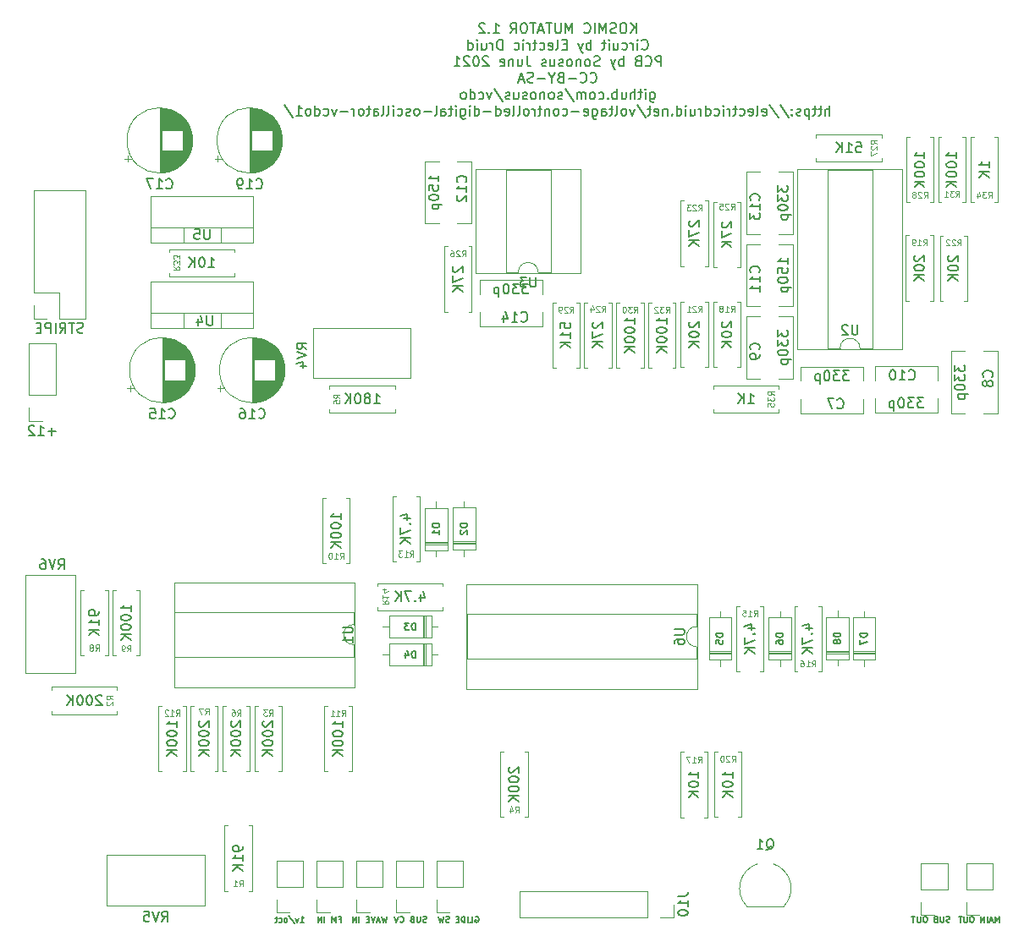
<source format=gbr>
%TF.GenerationSoftware,KiCad,Pcbnew,(5.1.9)-1*%
%TF.CreationDate,2021-06-30T11:31:52+01:00*%
%TF.ProjectId,VCDO,5643444f-2e6b-4696-9361-645f70636258,rev?*%
%TF.SameCoordinates,Original*%
%TF.FileFunction,Legend,Bot*%
%TF.FilePolarity,Positive*%
%FSLAX46Y46*%
G04 Gerber Fmt 4.6, Leading zero omitted, Abs format (unit mm)*
G04 Created by KiCad (PCBNEW (5.1.9)-1) date 2021-06-30 11:31:52*
%MOMM*%
%LPD*%
G01*
G04 APERTURE LIST*
%ADD10C,0.150000*%
%ADD11C,0.120000*%
%ADD12C,0.100000*%
%ADD13C,0.130000*%
G04 APERTURE END LIST*
D10*
X76413333Y-39761380D02*
X76413333Y-38761380D01*
X75841904Y-39761380D02*
X76270476Y-39189952D01*
X75841904Y-38761380D02*
X76413333Y-39332809D01*
X75222857Y-38761380D02*
X75032380Y-38761380D01*
X74937142Y-38809000D01*
X74841904Y-38904238D01*
X74794285Y-39094714D01*
X74794285Y-39428047D01*
X74841904Y-39618523D01*
X74937142Y-39713761D01*
X75032380Y-39761380D01*
X75222857Y-39761380D01*
X75318095Y-39713761D01*
X75413333Y-39618523D01*
X75460952Y-39428047D01*
X75460952Y-39094714D01*
X75413333Y-38904238D01*
X75318095Y-38809000D01*
X75222857Y-38761380D01*
X74413333Y-39713761D02*
X74270476Y-39761380D01*
X74032380Y-39761380D01*
X73937142Y-39713761D01*
X73889523Y-39666142D01*
X73841904Y-39570904D01*
X73841904Y-39475666D01*
X73889523Y-39380428D01*
X73937142Y-39332809D01*
X74032380Y-39285190D01*
X74222857Y-39237571D01*
X74318095Y-39189952D01*
X74365714Y-39142333D01*
X74413333Y-39047095D01*
X74413333Y-38951857D01*
X74365714Y-38856619D01*
X74318095Y-38809000D01*
X74222857Y-38761380D01*
X73984761Y-38761380D01*
X73841904Y-38809000D01*
X73413333Y-39761380D02*
X73413333Y-38761380D01*
X73080000Y-39475666D01*
X72746666Y-38761380D01*
X72746666Y-39761380D01*
X72270476Y-39761380D02*
X72270476Y-38761380D01*
X71222857Y-39666142D02*
X71270476Y-39713761D01*
X71413333Y-39761380D01*
X71508571Y-39761380D01*
X71651428Y-39713761D01*
X71746666Y-39618523D01*
X71794285Y-39523285D01*
X71841904Y-39332809D01*
X71841904Y-39189952D01*
X71794285Y-38999476D01*
X71746666Y-38904238D01*
X71651428Y-38809000D01*
X71508571Y-38761380D01*
X71413333Y-38761380D01*
X71270476Y-38809000D01*
X71222857Y-38856619D01*
X70032380Y-39761380D02*
X70032380Y-38761380D01*
X69699047Y-39475666D01*
X69365714Y-38761380D01*
X69365714Y-39761380D01*
X68889523Y-38761380D02*
X68889523Y-39570904D01*
X68841904Y-39666142D01*
X68794285Y-39713761D01*
X68699047Y-39761380D01*
X68508571Y-39761380D01*
X68413333Y-39713761D01*
X68365714Y-39666142D01*
X68318095Y-39570904D01*
X68318095Y-38761380D01*
X67984761Y-38761380D02*
X67413333Y-38761380D01*
X67699047Y-39761380D02*
X67699047Y-38761380D01*
X67127619Y-39475666D02*
X66651428Y-39475666D01*
X67222857Y-39761380D02*
X66889523Y-38761380D01*
X66556190Y-39761380D01*
X66365714Y-38761380D02*
X65794285Y-38761380D01*
X66080000Y-39761380D02*
X66080000Y-38761380D01*
X65270476Y-38761380D02*
X65080000Y-38761380D01*
X64984761Y-38809000D01*
X64889523Y-38904238D01*
X64841904Y-39094714D01*
X64841904Y-39428047D01*
X64889523Y-39618523D01*
X64984761Y-39713761D01*
X65080000Y-39761380D01*
X65270476Y-39761380D01*
X65365714Y-39713761D01*
X65460952Y-39618523D01*
X65508571Y-39428047D01*
X65508571Y-39094714D01*
X65460952Y-38904238D01*
X65365714Y-38809000D01*
X65270476Y-38761380D01*
X63841904Y-39761380D02*
X64175238Y-39285190D01*
X64413333Y-39761380D02*
X64413333Y-38761380D01*
X64032380Y-38761380D01*
X63937142Y-38809000D01*
X63889523Y-38856619D01*
X63841904Y-38951857D01*
X63841904Y-39094714D01*
X63889523Y-39189952D01*
X63937142Y-39237571D01*
X64032380Y-39285190D01*
X64413333Y-39285190D01*
X62127619Y-39761380D02*
X62699047Y-39761380D01*
X62413333Y-39761380D02*
X62413333Y-38761380D01*
X62508571Y-38904238D01*
X62603809Y-38999476D01*
X62699047Y-39047095D01*
X61699047Y-39666142D02*
X61651428Y-39713761D01*
X61699047Y-39761380D01*
X61746666Y-39713761D01*
X61699047Y-39666142D01*
X61699047Y-39761380D01*
X61270476Y-38856619D02*
X61222857Y-38809000D01*
X61127619Y-38761380D01*
X60889523Y-38761380D01*
X60794285Y-38809000D01*
X60746666Y-38856619D01*
X60699047Y-38951857D01*
X60699047Y-39047095D01*
X60746666Y-39189952D01*
X61318095Y-39761380D01*
X60699047Y-39761380D01*
X76984761Y-41316142D02*
X77032380Y-41363761D01*
X77175238Y-41411380D01*
X77270476Y-41411380D01*
X77413333Y-41363761D01*
X77508571Y-41268523D01*
X77556190Y-41173285D01*
X77603809Y-40982809D01*
X77603809Y-40839952D01*
X77556190Y-40649476D01*
X77508571Y-40554238D01*
X77413333Y-40459000D01*
X77270476Y-40411380D01*
X77175238Y-40411380D01*
X77032380Y-40459000D01*
X76984761Y-40506619D01*
X76556190Y-41411380D02*
X76556190Y-40744714D01*
X76556190Y-40411380D02*
X76603809Y-40459000D01*
X76556190Y-40506619D01*
X76508571Y-40459000D01*
X76556190Y-40411380D01*
X76556190Y-40506619D01*
X76080000Y-41411380D02*
X76080000Y-40744714D01*
X76080000Y-40935190D02*
X76032380Y-40839952D01*
X75984761Y-40792333D01*
X75889523Y-40744714D01*
X75794285Y-40744714D01*
X75032380Y-41363761D02*
X75127619Y-41411380D01*
X75318095Y-41411380D01*
X75413333Y-41363761D01*
X75460952Y-41316142D01*
X75508571Y-41220904D01*
X75508571Y-40935190D01*
X75460952Y-40839952D01*
X75413333Y-40792333D01*
X75318095Y-40744714D01*
X75127619Y-40744714D01*
X75032380Y-40792333D01*
X74175238Y-40744714D02*
X74175238Y-41411380D01*
X74603809Y-40744714D02*
X74603809Y-41268523D01*
X74556190Y-41363761D01*
X74460952Y-41411380D01*
X74318095Y-41411380D01*
X74222857Y-41363761D01*
X74175238Y-41316142D01*
X73699047Y-41411380D02*
X73699047Y-40744714D01*
X73699047Y-40411380D02*
X73746666Y-40459000D01*
X73699047Y-40506619D01*
X73651428Y-40459000D01*
X73699047Y-40411380D01*
X73699047Y-40506619D01*
X73365714Y-40744714D02*
X72984761Y-40744714D01*
X73222857Y-40411380D02*
X73222857Y-41268523D01*
X73175238Y-41363761D01*
X73080000Y-41411380D01*
X72984761Y-41411380D01*
X71889523Y-41411380D02*
X71889523Y-40411380D01*
X71889523Y-40792333D02*
X71794285Y-40744714D01*
X71603809Y-40744714D01*
X71508571Y-40792333D01*
X71460952Y-40839952D01*
X71413333Y-40935190D01*
X71413333Y-41220904D01*
X71460952Y-41316142D01*
X71508571Y-41363761D01*
X71603809Y-41411380D01*
X71794285Y-41411380D01*
X71889523Y-41363761D01*
X71080000Y-40744714D02*
X70841904Y-41411380D01*
X70603809Y-40744714D02*
X70841904Y-41411380D01*
X70937142Y-41649476D01*
X70984761Y-41697095D01*
X71080000Y-41744714D01*
X69460952Y-40887571D02*
X69127619Y-40887571D01*
X68984761Y-41411380D02*
X69460952Y-41411380D01*
X69460952Y-40411380D01*
X68984761Y-40411380D01*
X68413333Y-41411380D02*
X68508571Y-41363761D01*
X68556190Y-41268523D01*
X68556190Y-40411380D01*
X67651428Y-41363761D02*
X67746666Y-41411380D01*
X67937142Y-41411380D01*
X68032380Y-41363761D01*
X68080000Y-41268523D01*
X68080000Y-40887571D01*
X68032380Y-40792333D01*
X67937142Y-40744714D01*
X67746666Y-40744714D01*
X67651428Y-40792333D01*
X67603809Y-40887571D01*
X67603809Y-40982809D01*
X68080000Y-41078047D01*
X66746666Y-41363761D02*
X66841904Y-41411380D01*
X67032380Y-41411380D01*
X67127619Y-41363761D01*
X67175238Y-41316142D01*
X67222857Y-41220904D01*
X67222857Y-40935190D01*
X67175238Y-40839952D01*
X67127619Y-40792333D01*
X67032380Y-40744714D01*
X66841904Y-40744714D01*
X66746666Y-40792333D01*
X66460952Y-40744714D02*
X66080000Y-40744714D01*
X66318095Y-40411380D02*
X66318095Y-41268523D01*
X66270476Y-41363761D01*
X66175238Y-41411380D01*
X66080000Y-41411380D01*
X65746666Y-41411380D02*
X65746666Y-40744714D01*
X65746666Y-40935190D02*
X65699047Y-40839952D01*
X65651428Y-40792333D01*
X65556190Y-40744714D01*
X65460952Y-40744714D01*
X65127619Y-41411380D02*
X65127619Y-40744714D01*
X65127619Y-40411380D02*
X65175238Y-40459000D01*
X65127619Y-40506619D01*
X65080000Y-40459000D01*
X65127619Y-40411380D01*
X65127619Y-40506619D01*
X64222857Y-41363761D02*
X64318095Y-41411380D01*
X64508571Y-41411380D01*
X64603809Y-41363761D01*
X64651428Y-41316142D01*
X64699047Y-41220904D01*
X64699047Y-40935190D01*
X64651428Y-40839952D01*
X64603809Y-40792333D01*
X64508571Y-40744714D01*
X64318095Y-40744714D01*
X64222857Y-40792333D01*
X63032380Y-41411380D02*
X63032380Y-40411380D01*
X62794285Y-40411380D01*
X62651428Y-40459000D01*
X62556190Y-40554238D01*
X62508571Y-40649476D01*
X62460952Y-40839952D01*
X62460952Y-40982809D01*
X62508571Y-41173285D01*
X62556190Y-41268523D01*
X62651428Y-41363761D01*
X62794285Y-41411380D01*
X63032380Y-41411380D01*
X62032380Y-41411380D02*
X62032380Y-40744714D01*
X62032380Y-40935190D02*
X61984761Y-40839952D01*
X61937142Y-40792333D01*
X61841904Y-40744714D01*
X61746666Y-40744714D01*
X60984761Y-40744714D02*
X60984761Y-41411380D01*
X61413333Y-40744714D02*
X61413333Y-41268523D01*
X61365714Y-41363761D01*
X61270476Y-41411380D01*
X61127619Y-41411380D01*
X61032380Y-41363761D01*
X60984761Y-41316142D01*
X60508571Y-41411380D02*
X60508571Y-40744714D01*
X60508571Y-40411380D02*
X60556190Y-40459000D01*
X60508571Y-40506619D01*
X60460952Y-40459000D01*
X60508571Y-40411380D01*
X60508571Y-40506619D01*
X59603809Y-41411380D02*
X59603809Y-40411380D01*
X59603809Y-41363761D02*
X59699047Y-41411380D01*
X59889523Y-41411380D01*
X59984761Y-41363761D01*
X60032380Y-41316142D01*
X60080000Y-41220904D01*
X60080000Y-40935190D01*
X60032380Y-40839952D01*
X59984761Y-40792333D01*
X59889523Y-40744714D01*
X59699047Y-40744714D01*
X59603809Y-40792333D01*
X78913333Y-43061380D02*
X78913333Y-42061380D01*
X78532380Y-42061380D01*
X78437142Y-42109000D01*
X78389523Y-42156619D01*
X78341904Y-42251857D01*
X78341904Y-42394714D01*
X78389523Y-42489952D01*
X78437142Y-42537571D01*
X78532380Y-42585190D01*
X78913333Y-42585190D01*
X77341904Y-42966142D02*
X77389523Y-43013761D01*
X77532380Y-43061380D01*
X77627619Y-43061380D01*
X77770476Y-43013761D01*
X77865714Y-42918523D01*
X77913333Y-42823285D01*
X77960952Y-42632809D01*
X77960952Y-42489952D01*
X77913333Y-42299476D01*
X77865714Y-42204238D01*
X77770476Y-42109000D01*
X77627619Y-42061380D01*
X77532380Y-42061380D01*
X77389523Y-42109000D01*
X77341904Y-42156619D01*
X76580000Y-42537571D02*
X76437142Y-42585190D01*
X76389523Y-42632809D01*
X76341904Y-42728047D01*
X76341904Y-42870904D01*
X76389523Y-42966142D01*
X76437142Y-43013761D01*
X76532380Y-43061380D01*
X76913333Y-43061380D01*
X76913333Y-42061380D01*
X76580000Y-42061380D01*
X76484761Y-42109000D01*
X76437142Y-42156619D01*
X76389523Y-42251857D01*
X76389523Y-42347095D01*
X76437142Y-42442333D01*
X76484761Y-42489952D01*
X76580000Y-42537571D01*
X76913333Y-42537571D01*
X75151428Y-43061380D02*
X75151428Y-42061380D01*
X75151428Y-42442333D02*
X75056190Y-42394714D01*
X74865714Y-42394714D01*
X74770476Y-42442333D01*
X74722857Y-42489952D01*
X74675238Y-42585190D01*
X74675238Y-42870904D01*
X74722857Y-42966142D01*
X74770476Y-43013761D01*
X74865714Y-43061380D01*
X75056190Y-43061380D01*
X75151428Y-43013761D01*
X74341904Y-42394714D02*
X74103809Y-43061380D01*
X73865714Y-42394714D02*
X74103809Y-43061380D01*
X74199047Y-43299476D01*
X74246666Y-43347095D01*
X74341904Y-43394714D01*
X72770476Y-43013761D02*
X72627619Y-43061380D01*
X72389523Y-43061380D01*
X72294285Y-43013761D01*
X72246666Y-42966142D01*
X72199047Y-42870904D01*
X72199047Y-42775666D01*
X72246666Y-42680428D01*
X72294285Y-42632809D01*
X72389523Y-42585190D01*
X72580000Y-42537571D01*
X72675238Y-42489952D01*
X72722857Y-42442333D01*
X72770476Y-42347095D01*
X72770476Y-42251857D01*
X72722857Y-42156619D01*
X72675238Y-42109000D01*
X72580000Y-42061380D01*
X72341904Y-42061380D01*
X72199047Y-42109000D01*
X71627619Y-43061380D02*
X71722857Y-43013761D01*
X71770476Y-42966142D01*
X71818095Y-42870904D01*
X71818095Y-42585190D01*
X71770476Y-42489952D01*
X71722857Y-42442333D01*
X71627619Y-42394714D01*
X71484761Y-42394714D01*
X71389523Y-42442333D01*
X71341904Y-42489952D01*
X71294285Y-42585190D01*
X71294285Y-42870904D01*
X71341904Y-42966142D01*
X71389523Y-43013761D01*
X71484761Y-43061380D01*
X71627619Y-43061380D01*
X70865714Y-42394714D02*
X70865714Y-43061380D01*
X70865714Y-42489952D02*
X70818095Y-42442333D01*
X70722857Y-42394714D01*
X70580000Y-42394714D01*
X70484761Y-42442333D01*
X70437142Y-42537571D01*
X70437142Y-43061380D01*
X69818095Y-43061380D02*
X69913333Y-43013761D01*
X69960952Y-42966142D01*
X70008571Y-42870904D01*
X70008571Y-42585190D01*
X69960952Y-42489952D01*
X69913333Y-42442333D01*
X69818095Y-42394714D01*
X69675238Y-42394714D01*
X69580000Y-42442333D01*
X69532380Y-42489952D01*
X69484761Y-42585190D01*
X69484761Y-42870904D01*
X69532380Y-42966142D01*
X69580000Y-43013761D01*
X69675238Y-43061380D01*
X69818095Y-43061380D01*
X69103809Y-43013761D02*
X69008571Y-43061380D01*
X68818095Y-43061380D01*
X68722857Y-43013761D01*
X68675238Y-42918523D01*
X68675238Y-42870904D01*
X68722857Y-42775666D01*
X68818095Y-42728047D01*
X68960952Y-42728047D01*
X69056190Y-42680428D01*
X69103809Y-42585190D01*
X69103809Y-42537571D01*
X69056190Y-42442333D01*
X68960952Y-42394714D01*
X68818095Y-42394714D01*
X68722857Y-42442333D01*
X67818095Y-42394714D02*
X67818095Y-43061380D01*
X68246666Y-42394714D02*
X68246666Y-42918523D01*
X68199047Y-43013761D01*
X68103809Y-43061380D01*
X67960952Y-43061380D01*
X67865714Y-43013761D01*
X67818095Y-42966142D01*
X67389523Y-43013761D02*
X67294285Y-43061380D01*
X67103809Y-43061380D01*
X67008571Y-43013761D01*
X66960952Y-42918523D01*
X66960952Y-42870904D01*
X67008571Y-42775666D01*
X67103809Y-42728047D01*
X67246666Y-42728047D01*
X67341904Y-42680428D01*
X67389523Y-42585190D01*
X67389523Y-42537571D01*
X67341904Y-42442333D01*
X67246666Y-42394714D01*
X67103809Y-42394714D01*
X67008571Y-42442333D01*
X65484761Y-42061380D02*
X65484761Y-42775666D01*
X65532380Y-42918523D01*
X65627619Y-43013761D01*
X65770476Y-43061380D01*
X65865714Y-43061380D01*
X64580000Y-42394714D02*
X64580000Y-43061380D01*
X65008571Y-42394714D02*
X65008571Y-42918523D01*
X64960952Y-43013761D01*
X64865714Y-43061380D01*
X64722857Y-43061380D01*
X64627619Y-43013761D01*
X64580000Y-42966142D01*
X64103809Y-42394714D02*
X64103809Y-43061380D01*
X64103809Y-42489952D02*
X64056190Y-42442333D01*
X63960952Y-42394714D01*
X63818095Y-42394714D01*
X63722857Y-42442333D01*
X63675238Y-42537571D01*
X63675238Y-43061380D01*
X62818095Y-43013761D02*
X62913333Y-43061380D01*
X63103809Y-43061380D01*
X63199047Y-43013761D01*
X63246666Y-42918523D01*
X63246666Y-42537571D01*
X63199047Y-42442333D01*
X63103809Y-42394714D01*
X62913333Y-42394714D01*
X62818095Y-42442333D01*
X62770476Y-42537571D01*
X62770476Y-42632809D01*
X63246666Y-42728047D01*
X61627619Y-42156619D02*
X61580000Y-42109000D01*
X61484761Y-42061380D01*
X61246666Y-42061380D01*
X61151428Y-42109000D01*
X61103809Y-42156619D01*
X61056190Y-42251857D01*
X61056190Y-42347095D01*
X61103809Y-42489952D01*
X61675238Y-43061380D01*
X61056190Y-43061380D01*
X60437142Y-42061380D02*
X60341904Y-42061380D01*
X60246666Y-42109000D01*
X60199047Y-42156619D01*
X60151428Y-42251857D01*
X60103809Y-42442333D01*
X60103809Y-42680428D01*
X60151428Y-42870904D01*
X60199047Y-42966142D01*
X60246666Y-43013761D01*
X60341904Y-43061380D01*
X60437142Y-43061380D01*
X60532380Y-43013761D01*
X60580000Y-42966142D01*
X60627619Y-42870904D01*
X60675238Y-42680428D01*
X60675238Y-42442333D01*
X60627619Y-42251857D01*
X60580000Y-42156619D01*
X60532380Y-42109000D01*
X60437142Y-42061380D01*
X59722857Y-42156619D02*
X59675238Y-42109000D01*
X59580000Y-42061380D01*
X59341904Y-42061380D01*
X59246666Y-42109000D01*
X59199047Y-42156619D01*
X59151428Y-42251857D01*
X59151428Y-42347095D01*
X59199047Y-42489952D01*
X59770476Y-43061380D01*
X59151428Y-43061380D01*
X58199047Y-43061380D02*
X58770476Y-43061380D01*
X58484761Y-43061380D02*
X58484761Y-42061380D01*
X58580000Y-42204238D01*
X58675238Y-42299476D01*
X58770476Y-42347095D01*
X71841904Y-44616142D02*
X71889523Y-44663761D01*
X72032380Y-44711380D01*
X72127619Y-44711380D01*
X72270476Y-44663761D01*
X72365714Y-44568523D01*
X72413333Y-44473285D01*
X72460952Y-44282809D01*
X72460952Y-44139952D01*
X72413333Y-43949476D01*
X72365714Y-43854238D01*
X72270476Y-43759000D01*
X72127619Y-43711380D01*
X72032380Y-43711380D01*
X71889523Y-43759000D01*
X71841904Y-43806619D01*
X70841904Y-44616142D02*
X70889523Y-44663761D01*
X71032380Y-44711380D01*
X71127619Y-44711380D01*
X71270476Y-44663761D01*
X71365714Y-44568523D01*
X71413333Y-44473285D01*
X71460952Y-44282809D01*
X71460952Y-44139952D01*
X71413333Y-43949476D01*
X71365714Y-43854238D01*
X71270476Y-43759000D01*
X71127619Y-43711380D01*
X71032380Y-43711380D01*
X70889523Y-43759000D01*
X70841904Y-43806619D01*
X70413333Y-44330428D02*
X69651428Y-44330428D01*
X68841904Y-44187571D02*
X68699047Y-44235190D01*
X68651428Y-44282809D01*
X68603809Y-44378047D01*
X68603809Y-44520904D01*
X68651428Y-44616142D01*
X68699047Y-44663761D01*
X68794285Y-44711380D01*
X69175238Y-44711380D01*
X69175238Y-43711380D01*
X68841904Y-43711380D01*
X68746666Y-43759000D01*
X68699047Y-43806619D01*
X68651428Y-43901857D01*
X68651428Y-43997095D01*
X68699047Y-44092333D01*
X68746666Y-44139952D01*
X68841904Y-44187571D01*
X69175238Y-44187571D01*
X67984761Y-44235190D02*
X67984761Y-44711380D01*
X68318095Y-43711380D02*
X67984761Y-44235190D01*
X67651428Y-43711380D01*
X67318095Y-44330428D02*
X66556190Y-44330428D01*
X66127619Y-44663761D02*
X65984761Y-44711380D01*
X65746666Y-44711380D01*
X65651428Y-44663761D01*
X65603809Y-44616142D01*
X65556190Y-44520904D01*
X65556190Y-44425666D01*
X65603809Y-44330428D01*
X65651428Y-44282809D01*
X65746666Y-44235190D01*
X65937142Y-44187571D01*
X66032380Y-44139952D01*
X66080000Y-44092333D01*
X66127619Y-43997095D01*
X66127619Y-43901857D01*
X66080000Y-43806619D01*
X66032380Y-43759000D01*
X65937142Y-43711380D01*
X65699047Y-43711380D01*
X65556190Y-43759000D01*
X65175238Y-44425666D02*
X64699047Y-44425666D01*
X65270476Y-44711380D02*
X64937142Y-43711380D01*
X64603809Y-44711380D01*
X77818095Y-45694714D02*
X77818095Y-46504238D01*
X77865714Y-46599476D01*
X77913333Y-46647095D01*
X78008571Y-46694714D01*
X78151428Y-46694714D01*
X78246666Y-46647095D01*
X77818095Y-46313761D02*
X77913333Y-46361380D01*
X78103809Y-46361380D01*
X78199047Y-46313761D01*
X78246666Y-46266142D01*
X78294285Y-46170904D01*
X78294285Y-45885190D01*
X78246666Y-45789952D01*
X78199047Y-45742333D01*
X78103809Y-45694714D01*
X77913333Y-45694714D01*
X77818095Y-45742333D01*
X77341904Y-46361380D02*
X77341904Y-45694714D01*
X77341904Y-45361380D02*
X77389523Y-45409000D01*
X77341904Y-45456619D01*
X77294285Y-45409000D01*
X77341904Y-45361380D01*
X77341904Y-45456619D01*
X77008571Y-45694714D02*
X76627619Y-45694714D01*
X76865714Y-45361380D02*
X76865714Y-46218523D01*
X76818095Y-46313761D01*
X76722857Y-46361380D01*
X76627619Y-46361380D01*
X76294285Y-46361380D02*
X76294285Y-45361380D01*
X75865714Y-46361380D02*
X75865714Y-45837571D01*
X75913333Y-45742333D01*
X76008571Y-45694714D01*
X76151428Y-45694714D01*
X76246666Y-45742333D01*
X76294285Y-45789952D01*
X74960952Y-45694714D02*
X74960952Y-46361380D01*
X75389523Y-45694714D02*
X75389523Y-46218523D01*
X75341904Y-46313761D01*
X75246666Y-46361380D01*
X75103809Y-46361380D01*
X75008571Y-46313761D01*
X74960952Y-46266142D01*
X74484761Y-46361380D02*
X74484761Y-45361380D01*
X74484761Y-45742333D02*
X74389523Y-45694714D01*
X74199047Y-45694714D01*
X74103809Y-45742333D01*
X74056190Y-45789952D01*
X74008571Y-45885190D01*
X74008571Y-46170904D01*
X74056190Y-46266142D01*
X74103809Y-46313761D01*
X74199047Y-46361380D01*
X74389523Y-46361380D01*
X74484761Y-46313761D01*
X73580000Y-46266142D02*
X73532380Y-46313761D01*
X73580000Y-46361380D01*
X73627619Y-46313761D01*
X73580000Y-46266142D01*
X73580000Y-46361380D01*
X72675238Y-46313761D02*
X72770476Y-46361380D01*
X72960952Y-46361380D01*
X73056190Y-46313761D01*
X73103809Y-46266142D01*
X73151428Y-46170904D01*
X73151428Y-45885190D01*
X73103809Y-45789952D01*
X73056190Y-45742333D01*
X72960952Y-45694714D01*
X72770476Y-45694714D01*
X72675238Y-45742333D01*
X72103809Y-46361380D02*
X72199047Y-46313761D01*
X72246666Y-46266142D01*
X72294285Y-46170904D01*
X72294285Y-45885190D01*
X72246666Y-45789952D01*
X72199047Y-45742333D01*
X72103809Y-45694714D01*
X71960952Y-45694714D01*
X71865714Y-45742333D01*
X71818095Y-45789952D01*
X71770476Y-45885190D01*
X71770476Y-46170904D01*
X71818095Y-46266142D01*
X71865714Y-46313761D01*
X71960952Y-46361380D01*
X72103809Y-46361380D01*
X71341904Y-46361380D02*
X71341904Y-45694714D01*
X71341904Y-45789952D02*
X71294285Y-45742333D01*
X71199047Y-45694714D01*
X71056190Y-45694714D01*
X70960952Y-45742333D01*
X70913333Y-45837571D01*
X70913333Y-46361380D01*
X70913333Y-45837571D02*
X70865714Y-45742333D01*
X70770476Y-45694714D01*
X70627619Y-45694714D01*
X70532380Y-45742333D01*
X70484761Y-45837571D01*
X70484761Y-46361380D01*
X69294285Y-45313761D02*
X70151428Y-46599476D01*
X69008571Y-46313761D02*
X68913333Y-46361380D01*
X68722857Y-46361380D01*
X68627619Y-46313761D01*
X68580000Y-46218523D01*
X68580000Y-46170904D01*
X68627619Y-46075666D01*
X68722857Y-46028047D01*
X68865714Y-46028047D01*
X68960952Y-45980428D01*
X69008571Y-45885190D01*
X69008571Y-45837571D01*
X68960952Y-45742333D01*
X68865714Y-45694714D01*
X68722857Y-45694714D01*
X68627619Y-45742333D01*
X68008571Y-46361380D02*
X68103809Y-46313761D01*
X68151428Y-46266142D01*
X68199047Y-46170904D01*
X68199047Y-45885190D01*
X68151428Y-45789952D01*
X68103809Y-45742333D01*
X68008571Y-45694714D01*
X67865714Y-45694714D01*
X67770476Y-45742333D01*
X67722857Y-45789952D01*
X67675238Y-45885190D01*
X67675238Y-46170904D01*
X67722857Y-46266142D01*
X67770476Y-46313761D01*
X67865714Y-46361380D01*
X68008571Y-46361380D01*
X67246666Y-45694714D02*
X67246666Y-46361380D01*
X67246666Y-45789952D02*
X67199047Y-45742333D01*
X67103809Y-45694714D01*
X66960952Y-45694714D01*
X66865714Y-45742333D01*
X66818095Y-45837571D01*
X66818095Y-46361380D01*
X66199047Y-46361380D02*
X66294285Y-46313761D01*
X66341904Y-46266142D01*
X66389523Y-46170904D01*
X66389523Y-45885190D01*
X66341904Y-45789952D01*
X66294285Y-45742333D01*
X66199047Y-45694714D01*
X66056190Y-45694714D01*
X65960952Y-45742333D01*
X65913333Y-45789952D01*
X65865714Y-45885190D01*
X65865714Y-46170904D01*
X65913333Y-46266142D01*
X65960952Y-46313761D01*
X66056190Y-46361380D01*
X66199047Y-46361380D01*
X65484761Y-46313761D02*
X65389523Y-46361380D01*
X65199047Y-46361380D01*
X65103809Y-46313761D01*
X65056190Y-46218523D01*
X65056190Y-46170904D01*
X65103809Y-46075666D01*
X65199047Y-46028047D01*
X65341904Y-46028047D01*
X65437142Y-45980428D01*
X65484761Y-45885190D01*
X65484761Y-45837571D01*
X65437142Y-45742333D01*
X65341904Y-45694714D01*
X65199047Y-45694714D01*
X65103809Y-45742333D01*
X64199047Y-45694714D02*
X64199047Y-46361380D01*
X64627619Y-45694714D02*
X64627619Y-46218523D01*
X64580000Y-46313761D01*
X64484761Y-46361380D01*
X64341904Y-46361380D01*
X64246666Y-46313761D01*
X64199047Y-46266142D01*
X63770476Y-46313761D02*
X63675238Y-46361380D01*
X63484761Y-46361380D01*
X63389523Y-46313761D01*
X63341904Y-46218523D01*
X63341904Y-46170904D01*
X63389523Y-46075666D01*
X63484761Y-46028047D01*
X63627619Y-46028047D01*
X63722857Y-45980428D01*
X63770476Y-45885190D01*
X63770476Y-45837571D01*
X63722857Y-45742333D01*
X63627619Y-45694714D01*
X63484761Y-45694714D01*
X63389523Y-45742333D01*
X62199047Y-45313761D02*
X63056190Y-46599476D01*
X61960952Y-45694714D02*
X61722857Y-46361380D01*
X61484761Y-45694714D01*
X60675238Y-46313761D02*
X60770476Y-46361380D01*
X60960952Y-46361380D01*
X61056190Y-46313761D01*
X61103809Y-46266142D01*
X61151428Y-46170904D01*
X61151428Y-45885190D01*
X61103809Y-45789952D01*
X61056190Y-45742333D01*
X60960952Y-45694714D01*
X60770476Y-45694714D01*
X60675238Y-45742333D01*
X59818095Y-46361380D02*
X59818095Y-45361380D01*
X59818095Y-46313761D02*
X59913333Y-46361380D01*
X60103809Y-46361380D01*
X60199047Y-46313761D01*
X60246666Y-46266142D01*
X60294285Y-46170904D01*
X60294285Y-45885190D01*
X60246666Y-45789952D01*
X60199047Y-45742333D01*
X60103809Y-45694714D01*
X59913333Y-45694714D01*
X59818095Y-45742333D01*
X59199047Y-46361380D02*
X59294285Y-46313761D01*
X59341904Y-46266142D01*
X59389523Y-46170904D01*
X59389523Y-45885190D01*
X59341904Y-45789952D01*
X59294285Y-45742333D01*
X59199047Y-45694714D01*
X59056190Y-45694714D01*
X58960952Y-45742333D01*
X58913333Y-45789952D01*
X58865714Y-45885190D01*
X58865714Y-46170904D01*
X58913333Y-46266142D01*
X58960952Y-46313761D01*
X59056190Y-46361380D01*
X59199047Y-46361380D01*
X95770476Y-48011380D02*
X95770476Y-47011380D01*
X95341904Y-48011380D02*
X95341904Y-47487571D01*
X95389523Y-47392333D01*
X95484761Y-47344714D01*
X95627619Y-47344714D01*
X95722857Y-47392333D01*
X95770476Y-47439952D01*
X95008571Y-47344714D02*
X94627619Y-47344714D01*
X94865714Y-47011380D02*
X94865714Y-47868523D01*
X94818095Y-47963761D01*
X94722857Y-48011380D01*
X94627619Y-48011380D01*
X94437142Y-47344714D02*
X94056190Y-47344714D01*
X94294285Y-47011380D02*
X94294285Y-47868523D01*
X94246666Y-47963761D01*
X94151428Y-48011380D01*
X94056190Y-48011380D01*
X93722857Y-47344714D02*
X93722857Y-48344714D01*
X93722857Y-47392333D02*
X93627619Y-47344714D01*
X93437142Y-47344714D01*
X93341904Y-47392333D01*
X93294285Y-47439952D01*
X93246666Y-47535190D01*
X93246666Y-47820904D01*
X93294285Y-47916142D01*
X93341904Y-47963761D01*
X93437142Y-48011380D01*
X93627619Y-48011380D01*
X93722857Y-47963761D01*
X92865714Y-47963761D02*
X92770476Y-48011380D01*
X92580000Y-48011380D01*
X92484761Y-47963761D01*
X92437142Y-47868523D01*
X92437142Y-47820904D01*
X92484761Y-47725666D01*
X92580000Y-47678047D01*
X92722857Y-47678047D01*
X92818095Y-47630428D01*
X92865714Y-47535190D01*
X92865714Y-47487571D01*
X92818095Y-47392333D01*
X92722857Y-47344714D01*
X92580000Y-47344714D01*
X92484761Y-47392333D01*
X92008571Y-47916142D02*
X91960952Y-47963761D01*
X92008571Y-48011380D01*
X92056190Y-47963761D01*
X92008571Y-47916142D01*
X92008571Y-48011380D01*
X92008571Y-47392333D02*
X91960952Y-47439952D01*
X92008571Y-47487571D01*
X92056190Y-47439952D01*
X92008571Y-47392333D01*
X92008571Y-47487571D01*
X90818095Y-46963761D02*
X91675238Y-48249476D01*
X89770476Y-46963761D02*
X90627619Y-48249476D01*
X89056190Y-47963761D02*
X89151428Y-48011380D01*
X89341904Y-48011380D01*
X89437142Y-47963761D01*
X89484761Y-47868523D01*
X89484761Y-47487571D01*
X89437142Y-47392333D01*
X89341904Y-47344714D01*
X89151428Y-47344714D01*
X89056190Y-47392333D01*
X89008571Y-47487571D01*
X89008571Y-47582809D01*
X89484761Y-47678047D01*
X88437142Y-48011380D02*
X88532380Y-47963761D01*
X88580000Y-47868523D01*
X88580000Y-47011380D01*
X87675238Y-47963761D02*
X87770476Y-48011380D01*
X87960952Y-48011380D01*
X88056190Y-47963761D01*
X88103809Y-47868523D01*
X88103809Y-47487571D01*
X88056190Y-47392333D01*
X87960952Y-47344714D01*
X87770476Y-47344714D01*
X87675238Y-47392333D01*
X87627619Y-47487571D01*
X87627619Y-47582809D01*
X88103809Y-47678047D01*
X86770476Y-47963761D02*
X86865714Y-48011380D01*
X87056190Y-48011380D01*
X87151428Y-47963761D01*
X87199047Y-47916142D01*
X87246666Y-47820904D01*
X87246666Y-47535190D01*
X87199047Y-47439952D01*
X87151428Y-47392333D01*
X87056190Y-47344714D01*
X86865714Y-47344714D01*
X86770476Y-47392333D01*
X86484761Y-47344714D02*
X86103809Y-47344714D01*
X86341904Y-47011380D02*
X86341904Y-47868523D01*
X86294285Y-47963761D01*
X86199047Y-48011380D01*
X86103809Y-48011380D01*
X85770476Y-48011380D02*
X85770476Y-47344714D01*
X85770476Y-47535190D02*
X85722857Y-47439952D01*
X85675238Y-47392333D01*
X85580000Y-47344714D01*
X85484761Y-47344714D01*
X85151428Y-48011380D02*
X85151428Y-47344714D01*
X85151428Y-47011380D02*
X85199047Y-47059000D01*
X85151428Y-47106619D01*
X85103809Y-47059000D01*
X85151428Y-47011380D01*
X85151428Y-47106619D01*
X84246666Y-47963761D02*
X84341904Y-48011380D01*
X84532380Y-48011380D01*
X84627619Y-47963761D01*
X84675238Y-47916142D01*
X84722857Y-47820904D01*
X84722857Y-47535190D01*
X84675238Y-47439952D01*
X84627619Y-47392333D01*
X84532380Y-47344714D01*
X84341904Y-47344714D01*
X84246666Y-47392333D01*
X83389523Y-48011380D02*
X83389523Y-47011380D01*
X83389523Y-47963761D02*
X83484761Y-48011380D01*
X83675238Y-48011380D01*
X83770476Y-47963761D01*
X83818095Y-47916142D01*
X83865714Y-47820904D01*
X83865714Y-47535190D01*
X83818095Y-47439952D01*
X83770476Y-47392333D01*
X83675238Y-47344714D01*
X83484761Y-47344714D01*
X83389523Y-47392333D01*
X82913333Y-48011380D02*
X82913333Y-47344714D01*
X82913333Y-47535190D02*
X82865714Y-47439952D01*
X82818095Y-47392333D01*
X82722857Y-47344714D01*
X82627619Y-47344714D01*
X81865714Y-47344714D02*
X81865714Y-48011380D01*
X82294285Y-47344714D02*
X82294285Y-47868523D01*
X82246666Y-47963761D01*
X82151428Y-48011380D01*
X82008571Y-48011380D01*
X81913333Y-47963761D01*
X81865714Y-47916142D01*
X81389523Y-48011380D02*
X81389523Y-47344714D01*
X81389523Y-47011380D02*
X81437142Y-47059000D01*
X81389523Y-47106619D01*
X81341904Y-47059000D01*
X81389523Y-47011380D01*
X81389523Y-47106619D01*
X80484761Y-48011380D02*
X80484761Y-47011380D01*
X80484761Y-47963761D02*
X80580000Y-48011380D01*
X80770476Y-48011380D01*
X80865714Y-47963761D01*
X80913333Y-47916142D01*
X80960952Y-47820904D01*
X80960952Y-47535190D01*
X80913333Y-47439952D01*
X80865714Y-47392333D01*
X80770476Y-47344714D01*
X80580000Y-47344714D01*
X80484761Y-47392333D01*
X80008571Y-47916142D02*
X79960952Y-47963761D01*
X80008571Y-48011380D01*
X80056190Y-47963761D01*
X80008571Y-47916142D01*
X80008571Y-48011380D01*
X79532380Y-47344714D02*
X79532380Y-48011380D01*
X79532380Y-47439952D02*
X79484761Y-47392333D01*
X79389523Y-47344714D01*
X79246666Y-47344714D01*
X79151428Y-47392333D01*
X79103809Y-47487571D01*
X79103809Y-48011380D01*
X78246666Y-47963761D02*
X78341904Y-48011380D01*
X78532380Y-48011380D01*
X78627619Y-47963761D01*
X78675238Y-47868523D01*
X78675238Y-47487571D01*
X78627619Y-47392333D01*
X78532380Y-47344714D01*
X78341904Y-47344714D01*
X78246666Y-47392333D01*
X78199047Y-47487571D01*
X78199047Y-47582809D01*
X78675238Y-47678047D01*
X77913333Y-47344714D02*
X77532380Y-47344714D01*
X77770476Y-47011380D02*
X77770476Y-47868523D01*
X77722857Y-47963761D01*
X77627619Y-48011380D01*
X77532380Y-48011380D01*
X76484761Y-46963761D02*
X77341904Y-48249476D01*
X76246666Y-47344714D02*
X76008571Y-48011380D01*
X75770476Y-47344714D01*
X75246666Y-48011380D02*
X75341904Y-47963761D01*
X75389523Y-47916142D01*
X75437142Y-47820904D01*
X75437142Y-47535190D01*
X75389523Y-47439952D01*
X75341904Y-47392333D01*
X75246666Y-47344714D01*
X75103809Y-47344714D01*
X75008571Y-47392333D01*
X74960952Y-47439952D01*
X74913333Y-47535190D01*
X74913333Y-47820904D01*
X74960952Y-47916142D01*
X75008571Y-47963761D01*
X75103809Y-48011380D01*
X75246666Y-48011380D01*
X74341904Y-48011380D02*
X74437142Y-47963761D01*
X74484761Y-47868523D01*
X74484761Y-47011380D01*
X74103809Y-47344714D02*
X73722857Y-47344714D01*
X73960952Y-47011380D02*
X73960952Y-47868523D01*
X73913333Y-47963761D01*
X73818095Y-48011380D01*
X73722857Y-48011380D01*
X72960952Y-48011380D02*
X72960952Y-47487571D01*
X73008571Y-47392333D01*
X73103809Y-47344714D01*
X73294285Y-47344714D01*
X73389523Y-47392333D01*
X72960952Y-47963761D02*
X73056190Y-48011380D01*
X73294285Y-48011380D01*
X73389523Y-47963761D01*
X73437142Y-47868523D01*
X73437142Y-47773285D01*
X73389523Y-47678047D01*
X73294285Y-47630428D01*
X73056190Y-47630428D01*
X72960952Y-47582809D01*
X72056190Y-47344714D02*
X72056190Y-48154238D01*
X72103809Y-48249476D01*
X72151428Y-48297095D01*
X72246666Y-48344714D01*
X72389523Y-48344714D01*
X72484761Y-48297095D01*
X72056190Y-47963761D02*
X72151428Y-48011380D01*
X72341904Y-48011380D01*
X72437142Y-47963761D01*
X72484761Y-47916142D01*
X72532380Y-47820904D01*
X72532380Y-47535190D01*
X72484761Y-47439952D01*
X72437142Y-47392333D01*
X72341904Y-47344714D01*
X72151428Y-47344714D01*
X72056190Y-47392333D01*
X71199047Y-47963761D02*
X71294285Y-48011380D01*
X71484761Y-48011380D01*
X71580000Y-47963761D01*
X71627619Y-47868523D01*
X71627619Y-47487571D01*
X71580000Y-47392333D01*
X71484761Y-47344714D01*
X71294285Y-47344714D01*
X71199047Y-47392333D01*
X71151428Y-47487571D01*
X71151428Y-47582809D01*
X71627619Y-47678047D01*
X70722857Y-47630428D02*
X69960952Y-47630428D01*
X69056190Y-47963761D02*
X69151428Y-48011380D01*
X69341904Y-48011380D01*
X69437142Y-47963761D01*
X69484761Y-47916142D01*
X69532380Y-47820904D01*
X69532380Y-47535190D01*
X69484761Y-47439952D01*
X69437142Y-47392333D01*
X69341904Y-47344714D01*
X69151428Y-47344714D01*
X69056190Y-47392333D01*
X68484761Y-48011380D02*
X68580000Y-47963761D01*
X68627619Y-47916142D01*
X68675238Y-47820904D01*
X68675238Y-47535190D01*
X68627619Y-47439952D01*
X68580000Y-47392333D01*
X68484761Y-47344714D01*
X68341904Y-47344714D01*
X68246666Y-47392333D01*
X68199047Y-47439952D01*
X68151428Y-47535190D01*
X68151428Y-47820904D01*
X68199047Y-47916142D01*
X68246666Y-47963761D01*
X68341904Y-48011380D01*
X68484761Y-48011380D01*
X67722857Y-47344714D02*
X67722857Y-48011380D01*
X67722857Y-47439952D02*
X67675238Y-47392333D01*
X67580000Y-47344714D01*
X67437142Y-47344714D01*
X67341904Y-47392333D01*
X67294285Y-47487571D01*
X67294285Y-48011380D01*
X66960952Y-47344714D02*
X66580000Y-47344714D01*
X66818095Y-47011380D02*
X66818095Y-47868523D01*
X66770476Y-47963761D01*
X66675238Y-48011380D01*
X66580000Y-48011380D01*
X66246666Y-48011380D02*
X66246666Y-47344714D01*
X66246666Y-47535190D02*
X66199047Y-47439952D01*
X66151428Y-47392333D01*
X66056190Y-47344714D01*
X65960952Y-47344714D01*
X65484761Y-48011380D02*
X65580000Y-47963761D01*
X65627619Y-47916142D01*
X65675238Y-47820904D01*
X65675238Y-47535190D01*
X65627619Y-47439952D01*
X65580000Y-47392333D01*
X65484761Y-47344714D01*
X65341904Y-47344714D01*
X65246666Y-47392333D01*
X65199047Y-47439952D01*
X65151428Y-47535190D01*
X65151428Y-47820904D01*
X65199047Y-47916142D01*
X65246666Y-47963761D01*
X65341904Y-48011380D01*
X65484761Y-48011380D01*
X64580000Y-48011380D02*
X64675238Y-47963761D01*
X64722857Y-47868523D01*
X64722857Y-47011380D01*
X64056190Y-48011380D02*
X64151428Y-47963761D01*
X64199047Y-47868523D01*
X64199047Y-47011380D01*
X63294285Y-47963761D02*
X63389523Y-48011380D01*
X63580000Y-48011380D01*
X63675238Y-47963761D01*
X63722857Y-47868523D01*
X63722857Y-47487571D01*
X63675238Y-47392333D01*
X63580000Y-47344714D01*
X63389523Y-47344714D01*
X63294285Y-47392333D01*
X63246666Y-47487571D01*
X63246666Y-47582809D01*
X63722857Y-47678047D01*
X62389523Y-48011380D02*
X62389523Y-47011380D01*
X62389523Y-47963761D02*
X62484761Y-48011380D01*
X62675238Y-48011380D01*
X62770476Y-47963761D01*
X62818095Y-47916142D01*
X62865714Y-47820904D01*
X62865714Y-47535190D01*
X62818095Y-47439952D01*
X62770476Y-47392333D01*
X62675238Y-47344714D01*
X62484761Y-47344714D01*
X62389523Y-47392333D01*
X61913333Y-47630428D02*
X61151428Y-47630428D01*
X60246666Y-48011380D02*
X60246666Y-47011380D01*
X60246666Y-47963761D02*
X60341904Y-48011380D01*
X60532380Y-48011380D01*
X60627619Y-47963761D01*
X60675238Y-47916142D01*
X60722857Y-47820904D01*
X60722857Y-47535190D01*
X60675238Y-47439952D01*
X60627619Y-47392333D01*
X60532380Y-47344714D01*
X60341904Y-47344714D01*
X60246666Y-47392333D01*
X59770476Y-48011380D02*
X59770476Y-47344714D01*
X59770476Y-47011380D02*
X59818095Y-47059000D01*
X59770476Y-47106619D01*
X59722857Y-47059000D01*
X59770476Y-47011380D01*
X59770476Y-47106619D01*
X58865714Y-47344714D02*
X58865714Y-48154238D01*
X58913333Y-48249476D01*
X58960952Y-48297095D01*
X59056190Y-48344714D01*
X59199047Y-48344714D01*
X59294285Y-48297095D01*
X58865714Y-47963761D02*
X58960952Y-48011380D01*
X59151428Y-48011380D01*
X59246666Y-47963761D01*
X59294285Y-47916142D01*
X59341904Y-47820904D01*
X59341904Y-47535190D01*
X59294285Y-47439952D01*
X59246666Y-47392333D01*
X59151428Y-47344714D01*
X58960952Y-47344714D01*
X58865714Y-47392333D01*
X58389523Y-48011380D02*
X58389523Y-47344714D01*
X58389523Y-47011380D02*
X58437142Y-47059000D01*
X58389523Y-47106619D01*
X58341904Y-47059000D01*
X58389523Y-47011380D01*
X58389523Y-47106619D01*
X58056190Y-47344714D02*
X57675238Y-47344714D01*
X57913333Y-47011380D02*
X57913333Y-47868523D01*
X57865714Y-47963761D01*
X57770476Y-48011380D01*
X57675238Y-48011380D01*
X56913333Y-48011380D02*
X56913333Y-47487571D01*
X56960952Y-47392333D01*
X57056190Y-47344714D01*
X57246666Y-47344714D01*
X57341904Y-47392333D01*
X56913333Y-47963761D02*
X57008571Y-48011380D01*
X57246666Y-48011380D01*
X57341904Y-47963761D01*
X57389523Y-47868523D01*
X57389523Y-47773285D01*
X57341904Y-47678047D01*
X57246666Y-47630428D01*
X57008571Y-47630428D01*
X56913333Y-47582809D01*
X56294285Y-48011380D02*
X56389523Y-47963761D01*
X56437142Y-47868523D01*
X56437142Y-47011380D01*
X55913333Y-47630428D02*
X55151428Y-47630428D01*
X54532380Y-48011380D02*
X54627619Y-47963761D01*
X54675238Y-47916142D01*
X54722857Y-47820904D01*
X54722857Y-47535190D01*
X54675238Y-47439952D01*
X54627619Y-47392333D01*
X54532380Y-47344714D01*
X54389523Y-47344714D01*
X54294285Y-47392333D01*
X54246666Y-47439952D01*
X54199047Y-47535190D01*
X54199047Y-47820904D01*
X54246666Y-47916142D01*
X54294285Y-47963761D01*
X54389523Y-48011380D01*
X54532380Y-48011380D01*
X53818095Y-47963761D02*
X53722857Y-48011380D01*
X53532380Y-48011380D01*
X53437142Y-47963761D01*
X53389523Y-47868523D01*
X53389523Y-47820904D01*
X53437142Y-47725666D01*
X53532380Y-47678047D01*
X53675238Y-47678047D01*
X53770476Y-47630428D01*
X53818095Y-47535190D01*
X53818095Y-47487571D01*
X53770476Y-47392333D01*
X53675238Y-47344714D01*
X53532380Y-47344714D01*
X53437142Y-47392333D01*
X52532380Y-47963761D02*
X52627619Y-48011380D01*
X52818095Y-48011380D01*
X52913333Y-47963761D01*
X52960952Y-47916142D01*
X53008571Y-47820904D01*
X53008571Y-47535190D01*
X52960952Y-47439952D01*
X52913333Y-47392333D01*
X52818095Y-47344714D01*
X52627619Y-47344714D01*
X52532380Y-47392333D01*
X52103809Y-48011380D02*
X52103809Y-47344714D01*
X52103809Y-47011380D02*
X52151428Y-47059000D01*
X52103809Y-47106619D01*
X52056190Y-47059000D01*
X52103809Y-47011380D01*
X52103809Y-47106619D01*
X51484761Y-48011380D02*
X51580000Y-47963761D01*
X51627619Y-47868523D01*
X51627619Y-47011380D01*
X50960952Y-48011380D02*
X51056190Y-47963761D01*
X51103809Y-47868523D01*
X51103809Y-47011380D01*
X50151428Y-48011380D02*
X50151428Y-47487571D01*
X50199047Y-47392333D01*
X50294285Y-47344714D01*
X50484761Y-47344714D01*
X50580000Y-47392333D01*
X50151428Y-47963761D02*
X50246666Y-48011380D01*
X50484761Y-48011380D01*
X50580000Y-47963761D01*
X50627619Y-47868523D01*
X50627619Y-47773285D01*
X50580000Y-47678047D01*
X50484761Y-47630428D01*
X50246666Y-47630428D01*
X50151428Y-47582809D01*
X49818095Y-47344714D02*
X49437142Y-47344714D01*
X49675238Y-47011380D02*
X49675238Y-47868523D01*
X49627619Y-47963761D01*
X49532380Y-48011380D01*
X49437142Y-48011380D01*
X48960952Y-48011380D02*
X49056190Y-47963761D01*
X49103809Y-47916142D01*
X49151428Y-47820904D01*
X49151428Y-47535190D01*
X49103809Y-47439952D01*
X49056190Y-47392333D01*
X48960952Y-47344714D01*
X48818095Y-47344714D01*
X48722857Y-47392333D01*
X48675238Y-47439952D01*
X48627619Y-47535190D01*
X48627619Y-47820904D01*
X48675238Y-47916142D01*
X48722857Y-47963761D01*
X48818095Y-48011380D01*
X48960952Y-48011380D01*
X48199047Y-48011380D02*
X48199047Y-47344714D01*
X48199047Y-47535190D02*
X48151428Y-47439952D01*
X48103809Y-47392333D01*
X48008571Y-47344714D01*
X47913333Y-47344714D01*
X47580000Y-47630428D02*
X46818095Y-47630428D01*
X46437142Y-47344714D02*
X46199047Y-48011380D01*
X45960952Y-47344714D01*
X45151428Y-47963761D02*
X45246666Y-48011380D01*
X45437142Y-48011380D01*
X45532380Y-47963761D01*
X45580000Y-47916142D01*
X45627619Y-47820904D01*
X45627619Y-47535190D01*
X45580000Y-47439952D01*
X45532380Y-47392333D01*
X45437142Y-47344714D01*
X45246666Y-47344714D01*
X45151428Y-47392333D01*
X44294285Y-48011380D02*
X44294285Y-47011380D01*
X44294285Y-47963761D02*
X44389523Y-48011380D01*
X44580000Y-48011380D01*
X44675238Y-47963761D01*
X44722857Y-47916142D01*
X44770476Y-47820904D01*
X44770476Y-47535190D01*
X44722857Y-47439952D01*
X44675238Y-47392333D01*
X44580000Y-47344714D01*
X44389523Y-47344714D01*
X44294285Y-47392333D01*
X43675238Y-48011380D02*
X43770476Y-47963761D01*
X43818095Y-47916142D01*
X43865714Y-47820904D01*
X43865714Y-47535190D01*
X43818095Y-47439952D01*
X43770476Y-47392333D01*
X43675238Y-47344714D01*
X43532380Y-47344714D01*
X43437142Y-47392333D01*
X43389523Y-47439952D01*
X43341904Y-47535190D01*
X43341904Y-47820904D01*
X43389523Y-47916142D01*
X43437142Y-47963761D01*
X43532380Y-48011380D01*
X43675238Y-48011380D01*
X42389523Y-48011380D02*
X42960952Y-48011380D01*
X42675238Y-48011380D02*
X42675238Y-47011380D01*
X42770476Y-47154238D01*
X42865714Y-47249476D01*
X42960952Y-47297095D01*
X41246666Y-46963761D02*
X42103809Y-48249476D01*
D11*
%TO.C,C19*%
X41020000Y-50500000D02*
G75*
G03*
X41020000Y-50500000I-3270000J0D01*
G01*
X37750000Y-53730000D02*
X37750000Y-47270000D01*
X37790000Y-53730000D02*
X37790000Y-47270000D01*
X37830000Y-53730000D02*
X37830000Y-47270000D01*
X37870000Y-53728000D02*
X37870000Y-47272000D01*
X37910000Y-53727000D02*
X37910000Y-47273000D01*
X37950000Y-53724000D02*
X37950000Y-47276000D01*
X37990000Y-53722000D02*
X37990000Y-51540000D01*
X37990000Y-49460000D02*
X37990000Y-47278000D01*
X38030000Y-53718000D02*
X38030000Y-51540000D01*
X38030000Y-49460000D02*
X38030000Y-47282000D01*
X38070000Y-53715000D02*
X38070000Y-51540000D01*
X38070000Y-49460000D02*
X38070000Y-47285000D01*
X38110000Y-53711000D02*
X38110000Y-51540000D01*
X38110000Y-49460000D02*
X38110000Y-47289000D01*
X38150000Y-53706000D02*
X38150000Y-51540000D01*
X38150000Y-49460000D02*
X38150000Y-47294000D01*
X38190000Y-53701000D02*
X38190000Y-51540000D01*
X38190000Y-49460000D02*
X38190000Y-47299000D01*
X38230000Y-53695000D02*
X38230000Y-51540000D01*
X38230000Y-49460000D02*
X38230000Y-47305000D01*
X38270000Y-53689000D02*
X38270000Y-51540000D01*
X38270000Y-49460000D02*
X38270000Y-47311000D01*
X38310000Y-53682000D02*
X38310000Y-51540000D01*
X38310000Y-49460000D02*
X38310000Y-47318000D01*
X38350000Y-53675000D02*
X38350000Y-51540000D01*
X38350000Y-49460000D02*
X38350000Y-47325000D01*
X38390000Y-53667000D02*
X38390000Y-51540000D01*
X38390000Y-49460000D02*
X38390000Y-47333000D01*
X38430000Y-53659000D02*
X38430000Y-51540000D01*
X38430000Y-49460000D02*
X38430000Y-47341000D01*
X38471000Y-53650000D02*
X38471000Y-51540000D01*
X38471000Y-49460000D02*
X38471000Y-47350000D01*
X38511000Y-53641000D02*
X38511000Y-51540000D01*
X38511000Y-49460000D02*
X38511000Y-47359000D01*
X38551000Y-53631000D02*
X38551000Y-51540000D01*
X38551000Y-49460000D02*
X38551000Y-47369000D01*
X38591000Y-53621000D02*
X38591000Y-51540000D01*
X38591000Y-49460000D02*
X38591000Y-47379000D01*
X38631000Y-53610000D02*
X38631000Y-51540000D01*
X38631000Y-49460000D02*
X38631000Y-47390000D01*
X38671000Y-53598000D02*
X38671000Y-51540000D01*
X38671000Y-49460000D02*
X38671000Y-47402000D01*
X38711000Y-53586000D02*
X38711000Y-51540000D01*
X38711000Y-49460000D02*
X38711000Y-47414000D01*
X38751000Y-53574000D02*
X38751000Y-51540000D01*
X38751000Y-49460000D02*
X38751000Y-47426000D01*
X38791000Y-53561000D02*
X38791000Y-51540000D01*
X38791000Y-49460000D02*
X38791000Y-47439000D01*
X38831000Y-53547000D02*
X38831000Y-51540000D01*
X38831000Y-49460000D02*
X38831000Y-47453000D01*
X38871000Y-53533000D02*
X38871000Y-51540000D01*
X38871000Y-49460000D02*
X38871000Y-47467000D01*
X38911000Y-53518000D02*
X38911000Y-51540000D01*
X38911000Y-49460000D02*
X38911000Y-47482000D01*
X38951000Y-53502000D02*
X38951000Y-51540000D01*
X38951000Y-49460000D02*
X38951000Y-47498000D01*
X38991000Y-53486000D02*
X38991000Y-51540000D01*
X38991000Y-49460000D02*
X38991000Y-47514000D01*
X39031000Y-53470000D02*
X39031000Y-51540000D01*
X39031000Y-49460000D02*
X39031000Y-47530000D01*
X39071000Y-53452000D02*
X39071000Y-51540000D01*
X39071000Y-49460000D02*
X39071000Y-47548000D01*
X39111000Y-53434000D02*
X39111000Y-51540000D01*
X39111000Y-49460000D02*
X39111000Y-47566000D01*
X39151000Y-53416000D02*
X39151000Y-51540000D01*
X39151000Y-49460000D02*
X39151000Y-47584000D01*
X39191000Y-53396000D02*
X39191000Y-51540000D01*
X39191000Y-49460000D02*
X39191000Y-47604000D01*
X39231000Y-53376000D02*
X39231000Y-51540000D01*
X39231000Y-49460000D02*
X39231000Y-47624000D01*
X39271000Y-53356000D02*
X39271000Y-51540000D01*
X39271000Y-49460000D02*
X39271000Y-47644000D01*
X39311000Y-53334000D02*
X39311000Y-51540000D01*
X39311000Y-49460000D02*
X39311000Y-47666000D01*
X39351000Y-53312000D02*
X39351000Y-51540000D01*
X39351000Y-49460000D02*
X39351000Y-47688000D01*
X39391000Y-53290000D02*
X39391000Y-51540000D01*
X39391000Y-49460000D02*
X39391000Y-47710000D01*
X39431000Y-53266000D02*
X39431000Y-51540000D01*
X39431000Y-49460000D02*
X39431000Y-47734000D01*
X39471000Y-53242000D02*
X39471000Y-51540000D01*
X39471000Y-49460000D02*
X39471000Y-47758000D01*
X39511000Y-53216000D02*
X39511000Y-51540000D01*
X39511000Y-49460000D02*
X39511000Y-47784000D01*
X39551000Y-53190000D02*
X39551000Y-51540000D01*
X39551000Y-49460000D02*
X39551000Y-47810000D01*
X39591000Y-53164000D02*
X39591000Y-51540000D01*
X39591000Y-49460000D02*
X39591000Y-47836000D01*
X39631000Y-53136000D02*
X39631000Y-51540000D01*
X39631000Y-49460000D02*
X39631000Y-47864000D01*
X39671000Y-53107000D02*
X39671000Y-51540000D01*
X39671000Y-49460000D02*
X39671000Y-47893000D01*
X39711000Y-53078000D02*
X39711000Y-51540000D01*
X39711000Y-49460000D02*
X39711000Y-47922000D01*
X39751000Y-53048000D02*
X39751000Y-51540000D01*
X39751000Y-49460000D02*
X39751000Y-47952000D01*
X39791000Y-53016000D02*
X39791000Y-51540000D01*
X39791000Y-49460000D02*
X39791000Y-47984000D01*
X39831000Y-52984000D02*
X39831000Y-51540000D01*
X39831000Y-49460000D02*
X39831000Y-48016000D01*
X39871000Y-52950000D02*
X39871000Y-51540000D01*
X39871000Y-49460000D02*
X39871000Y-48050000D01*
X39911000Y-52916000D02*
X39911000Y-51540000D01*
X39911000Y-49460000D02*
X39911000Y-48084000D01*
X39951000Y-52880000D02*
X39951000Y-51540000D01*
X39951000Y-49460000D02*
X39951000Y-48120000D01*
X39991000Y-52843000D02*
X39991000Y-51540000D01*
X39991000Y-49460000D02*
X39991000Y-48157000D01*
X40031000Y-52805000D02*
X40031000Y-51540000D01*
X40031000Y-49460000D02*
X40031000Y-48195000D01*
X40071000Y-52765000D02*
X40071000Y-48235000D01*
X40111000Y-52724000D02*
X40111000Y-48276000D01*
X40151000Y-52682000D02*
X40151000Y-48318000D01*
X40191000Y-52637000D02*
X40191000Y-48363000D01*
X40231000Y-52592000D02*
X40231000Y-48408000D01*
X40271000Y-52544000D02*
X40271000Y-48456000D01*
X40311000Y-52495000D02*
X40311000Y-48505000D01*
X40351000Y-52444000D02*
X40351000Y-48556000D01*
X40391000Y-52390000D02*
X40391000Y-48610000D01*
X40431000Y-52334000D02*
X40431000Y-48666000D01*
X40471000Y-52276000D02*
X40471000Y-48724000D01*
X40511000Y-52214000D02*
X40511000Y-48786000D01*
X40551000Y-52150000D02*
X40551000Y-48850000D01*
X40591000Y-52081000D02*
X40591000Y-48919000D01*
X40631000Y-52009000D02*
X40631000Y-48991000D01*
X40671000Y-51932000D02*
X40671000Y-49068000D01*
X40711000Y-51850000D02*
X40711000Y-49150000D01*
X40751000Y-51762000D02*
X40751000Y-49238000D01*
X40791000Y-51665000D02*
X40791000Y-49335000D01*
X40831000Y-51559000D02*
X40831000Y-49441000D01*
X40871000Y-51440000D02*
X40871000Y-49560000D01*
X40911000Y-51302000D02*
X40911000Y-49698000D01*
X40951000Y-51133000D02*
X40951000Y-49867000D01*
X40991000Y-50902000D02*
X40991000Y-50098000D01*
X34249759Y-52339000D02*
X34879759Y-52339000D01*
X34564759Y-52654000D02*
X34564759Y-52024000D01*
%TO.C,C17*%
X32020000Y-50500000D02*
G75*
G03*
X32020000Y-50500000I-3270000J0D01*
G01*
X28750000Y-53730000D02*
X28750000Y-47270000D01*
X28790000Y-53730000D02*
X28790000Y-47270000D01*
X28830000Y-53730000D02*
X28830000Y-47270000D01*
X28870000Y-53728000D02*
X28870000Y-47272000D01*
X28910000Y-53727000D02*
X28910000Y-47273000D01*
X28950000Y-53724000D02*
X28950000Y-47276000D01*
X28990000Y-53722000D02*
X28990000Y-51540000D01*
X28990000Y-49460000D02*
X28990000Y-47278000D01*
X29030000Y-53718000D02*
X29030000Y-51540000D01*
X29030000Y-49460000D02*
X29030000Y-47282000D01*
X29070000Y-53715000D02*
X29070000Y-51540000D01*
X29070000Y-49460000D02*
X29070000Y-47285000D01*
X29110000Y-53711000D02*
X29110000Y-51540000D01*
X29110000Y-49460000D02*
X29110000Y-47289000D01*
X29150000Y-53706000D02*
X29150000Y-51540000D01*
X29150000Y-49460000D02*
X29150000Y-47294000D01*
X29190000Y-53701000D02*
X29190000Y-51540000D01*
X29190000Y-49460000D02*
X29190000Y-47299000D01*
X29230000Y-53695000D02*
X29230000Y-51540000D01*
X29230000Y-49460000D02*
X29230000Y-47305000D01*
X29270000Y-53689000D02*
X29270000Y-51540000D01*
X29270000Y-49460000D02*
X29270000Y-47311000D01*
X29310000Y-53682000D02*
X29310000Y-51540000D01*
X29310000Y-49460000D02*
X29310000Y-47318000D01*
X29350000Y-53675000D02*
X29350000Y-51540000D01*
X29350000Y-49460000D02*
X29350000Y-47325000D01*
X29390000Y-53667000D02*
X29390000Y-51540000D01*
X29390000Y-49460000D02*
X29390000Y-47333000D01*
X29430000Y-53659000D02*
X29430000Y-51540000D01*
X29430000Y-49460000D02*
X29430000Y-47341000D01*
X29471000Y-53650000D02*
X29471000Y-51540000D01*
X29471000Y-49460000D02*
X29471000Y-47350000D01*
X29511000Y-53641000D02*
X29511000Y-51540000D01*
X29511000Y-49460000D02*
X29511000Y-47359000D01*
X29551000Y-53631000D02*
X29551000Y-51540000D01*
X29551000Y-49460000D02*
X29551000Y-47369000D01*
X29591000Y-53621000D02*
X29591000Y-51540000D01*
X29591000Y-49460000D02*
X29591000Y-47379000D01*
X29631000Y-53610000D02*
X29631000Y-51540000D01*
X29631000Y-49460000D02*
X29631000Y-47390000D01*
X29671000Y-53598000D02*
X29671000Y-51540000D01*
X29671000Y-49460000D02*
X29671000Y-47402000D01*
X29711000Y-53586000D02*
X29711000Y-51540000D01*
X29711000Y-49460000D02*
X29711000Y-47414000D01*
X29751000Y-53574000D02*
X29751000Y-51540000D01*
X29751000Y-49460000D02*
X29751000Y-47426000D01*
X29791000Y-53561000D02*
X29791000Y-51540000D01*
X29791000Y-49460000D02*
X29791000Y-47439000D01*
X29831000Y-53547000D02*
X29831000Y-51540000D01*
X29831000Y-49460000D02*
X29831000Y-47453000D01*
X29871000Y-53533000D02*
X29871000Y-51540000D01*
X29871000Y-49460000D02*
X29871000Y-47467000D01*
X29911000Y-53518000D02*
X29911000Y-51540000D01*
X29911000Y-49460000D02*
X29911000Y-47482000D01*
X29951000Y-53502000D02*
X29951000Y-51540000D01*
X29951000Y-49460000D02*
X29951000Y-47498000D01*
X29991000Y-53486000D02*
X29991000Y-51540000D01*
X29991000Y-49460000D02*
X29991000Y-47514000D01*
X30031000Y-53470000D02*
X30031000Y-51540000D01*
X30031000Y-49460000D02*
X30031000Y-47530000D01*
X30071000Y-53452000D02*
X30071000Y-51540000D01*
X30071000Y-49460000D02*
X30071000Y-47548000D01*
X30111000Y-53434000D02*
X30111000Y-51540000D01*
X30111000Y-49460000D02*
X30111000Y-47566000D01*
X30151000Y-53416000D02*
X30151000Y-51540000D01*
X30151000Y-49460000D02*
X30151000Y-47584000D01*
X30191000Y-53396000D02*
X30191000Y-51540000D01*
X30191000Y-49460000D02*
X30191000Y-47604000D01*
X30231000Y-53376000D02*
X30231000Y-51540000D01*
X30231000Y-49460000D02*
X30231000Y-47624000D01*
X30271000Y-53356000D02*
X30271000Y-51540000D01*
X30271000Y-49460000D02*
X30271000Y-47644000D01*
X30311000Y-53334000D02*
X30311000Y-51540000D01*
X30311000Y-49460000D02*
X30311000Y-47666000D01*
X30351000Y-53312000D02*
X30351000Y-51540000D01*
X30351000Y-49460000D02*
X30351000Y-47688000D01*
X30391000Y-53290000D02*
X30391000Y-51540000D01*
X30391000Y-49460000D02*
X30391000Y-47710000D01*
X30431000Y-53266000D02*
X30431000Y-51540000D01*
X30431000Y-49460000D02*
X30431000Y-47734000D01*
X30471000Y-53242000D02*
X30471000Y-51540000D01*
X30471000Y-49460000D02*
X30471000Y-47758000D01*
X30511000Y-53216000D02*
X30511000Y-51540000D01*
X30511000Y-49460000D02*
X30511000Y-47784000D01*
X30551000Y-53190000D02*
X30551000Y-51540000D01*
X30551000Y-49460000D02*
X30551000Y-47810000D01*
X30591000Y-53164000D02*
X30591000Y-51540000D01*
X30591000Y-49460000D02*
X30591000Y-47836000D01*
X30631000Y-53136000D02*
X30631000Y-51540000D01*
X30631000Y-49460000D02*
X30631000Y-47864000D01*
X30671000Y-53107000D02*
X30671000Y-51540000D01*
X30671000Y-49460000D02*
X30671000Y-47893000D01*
X30711000Y-53078000D02*
X30711000Y-51540000D01*
X30711000Y-49460000D02*
X30711000Y-47922000D01*
X30751000Y-53048000D02*
X30751000Y-51540000D01*
X30751000Y-49460000D02*
X30751000Y-47952000D01*
X30791000Y-53016000D02*
X30791000Y-51540000D01*
X30791000Y-49460000D02*
X30791000Y-47984000D01*
X30831000Y-52984000D02*
X30831000Y-51540000D01*
X30831000Y-49460000D02*
X30831000Y-48016000D01*
X30871000Y-52950000D02*
X30871000Y-51540000D01*
X30871000Y-49460000D02*
X30871000Y-48050000D01*
X30911000Y-52916000D02*
X30911000Y-51540000D01*
X30911000Y-49460000D02*
X30911000Y-48084000D01*
X30951000Y-52880000D02*
X30951000Y-51540000D01*
X30951000Y-49460000D02*
X30951000Y-48120000D01*
X30991000Y-52843000D02*
X30991000Y-51540000D01*
X30991000Y-49460000D02*
X30991000Y-48157000D01*
X31031000Y-52805000D02*
X31031000Y-51540000D01*
X31031000Y-49460000D02*
X31031000Y-48195000D01*
X31071000Y-52765000D02*
X31071000Y-48235000D01*
X31111000Y-52724000D02*
X31111000Y-48276000D01*
X31151000Y-52682000D02*
X31151000Y-48318000D01*
X31191000Y-52637000D02*
X31191000Y-48363000D01*
X31231000Y-52592000D02*
X31231000Y-48408000D01*
X31271000Y-52544000D02*
X31271000Y-48456000D01*
X31311000Y-52495000D02*
X31311000Y-48505000D01*
X31351000Y-52444000D02*
X31351000Y-48556000D01*
X31391000Y-52390000D02*
X31391000Y-48610000D01*
X31431000Y-52334000D02*
X31431000Y-48666000D01*
X31471000Y-52276000D02*
X31471000Y-48724000D01*
X31511000Y-52214000D02*
X31511000Y-48786000D01*
X31551000Y-52150000D02*
X31551000Y-48850000D01*
X31591000Y-52081000D02*
X31591000Y-48919000D01*
X31631000Y-52009000D02*
X31631000Y-48991000D01*
X31671000Y-51932000D02*
X31671000Y-49068000D01*
X31711000Y-51850000D02*
X31711000Y-49150000D01*
X31751000Y-51762000D02*
X31751000Y-49238000D01*
X31791000Y-51665000D02*
X31791000Y-49335000D01*
X31831000Y-51559000D02*
X31831000Y-49441000D01*
X31871000Y-51440000D02*
X31871000Y-49560000D01*
X31911000Y-51302000D02*
X31911000Y-49698000D01*
X31951000Y-51133000D02*
X31951000Y-49867000D01*
X31991000Y-50902000D02*
X31991000Y-50098000D01*
X25249759Y-52339000D02*
X25879759Y-52339000D01*
X25564759Y-52654000D02*
X25564759Y-52024000D01*
%TO.C,C16*%
X41270000Y-73500000D02*
G75*
G03*
X41270000Y-73500000I-3270000J0D01*
G01*
X38000000Y-76730000D02*
X38000000Y-70270000D01*
X38040000Y-76730000D02*
X38040000Y-70270000D01*
X38080000Y-76730000D02*
X38080000Y-70270000D01*
X38120000Y-76728000D02*
X38120000Y-70272000D01*
X38160000Y-76727000D02*
X38160000Y-70273000D01*
X38200000Y-76724000D02*
X38200000Y-70276000D01*
X38240000Y-76722000D02*
X38240000Y-74540000D01*
X38240000Y-72460000D02*
X38240000Y-70278000D01*
X38280000Y-76718000D02*
X38280000Y-74540000D01*
X38280000Y-72460000D02*
X38280000Y-70282000D01*
X38320000Y-76715000D02*
X38320000Y-74540000D01*
X38320000Y-72460000D02*
X38320000Y-70285000D01*
X38360000Y-76711000D02*
X38360000Y-74540000D01*
X38360000Y-72460000D02*
X38360000Y-70289000D01*
X38400000Y-76706000D02*
X38400000Y-74540000D01*
X38400000Y-72460000D02*
X38400000Y-70294000D01*
X38440000Y-76701000D02*
X38440000Y-74540000D01*
X38440000Y-72460000D02*
X38440000Y-70299000D01*
X38480000Y-76695000D02*
X38480000Y-74540000D01*
X38480000Y-72460000D02*
X38480000Y-70305000D01*
X38520000Y-76689000D02*
X38520000Y-74540000D01*
X38520000Y-72460000D02*
X38520000Y-70311000D01*
X38560000Y-76682000D02*
X38560000Y-74540000D01*
X38560000Y-72460000D02*
X38560000Y-70318000D01*
X38600000Y-76675000D02*
X38600000Y-74540000D01*
X38600000Y-72460000D02*
X38600000Y-70325000D01*
X38640000Y-76667000D02*
X38640000Y-74540000D01*
X38640000Y-72460000D02*
X38640000Y-70333000D01*
X38680000Y-76659000D02*
X38680000Y-74540000D01*
X38680000Y-72460000D02*
X38680000Y-70341000D01*
X38721000Y-76650000D02*
X38721000Y-74540000D01*
X38721000Y-72460000D02*
X38721000Y-70350000D01*
X38761000Y-76641000D02*
X38761000Y-74540000D01*
X38761000Y-72460000D02*
X38761000Y-70359000D01*
X38801000Y-76631000D02*
X38801000Y-74540000D01*
X38801000Y-72460000D02*
X38801000Y-70369000D01*
X38841000Y-76621000D02*
X38841000Y-74540000D01*
X38841000Y-72460000D02*
X38841000Y-70379000D01*
X38881000Y-76610000D02*
X38881000Y-74540000D01*
X38881000Y-72460000D02*
X38881000Y-70390000D01*
X38921000Y-76598000D02*
X38921000Y-74540000D01*
X38921000Y-72460000D02*
X38921000Y-70402000D01*
X38961000Y-76586000D02*
X38961000Y-74540000D01*
X38961000Y-72460000D02*
X38961000Y-70414000D01*
X39001000Y-76574000D02*
X39001000Y-74540000D01*
X39001000Y-72460000D02*
X39001000Y-70426000D01*
X39041000Y-76561000D02*
X39041000Y-74540000D01*
X39041000Y-72460000D02*
X39041000Y-70439000D01*
X39081000Y-76547000D02*
X39081000Y-74540000D01*
X39081000Y-72460000D02*
X39081000Y-70453000D01*
X39121000Y-76533000D02*
X39121000Y-74540000D01*
X39121000Y-72460000D02*
X39121000Y-70467000D01*
X39161000Y-76518000D02*
X39161000Y-74540000D01*
X39161000Y-72460000D02*
X39161000Y-70482000D01*
X39201000Y-76502000D02*
X39201000Y-74540000D01*
X39201000Y-72460000D02*
X39201000Y-70498000D01*
X39241000Y-76486000D02*
X39241000Y-74540000D01*
X39241000Y-72460000D02*
X39241000Y-70514000D01*
X39281000Y-76470000D02*
X39281000Y-74540000D01*
X39281000Y-72460000D02*
X39281000Y-70530000D01*
X39321000Y-76452000D02*
X39321000Y-74540000D01*
X39321000Y-72460000D02*
X39321000Y-70548000D01*
X39361000Y-76434000D02*
X39361000Y-74540000D01*
X39361000Y-72460000D02*
X39361000Y-70566000D01*
X39401000Y-76416000D02*
X39401000Y-74540000D01*
X39401000Y-72460000D02*
X39401000Y-70584000D01*
X39441000Y-76396000D02*
X39441000Y-74540000D01*
X39441000Y-72460000D02*
X39441000Y-70604000D01*
X39481000Y-76376000D02*
X39481000Y-74540000D01*
X39481000Y-72460000D02*
X39481000Y-70624000D01*
X39521000Y-76356000D02*
X39521000Y-74540000D01*
X39521000Y-72460000D02*
X39521000Y-70644000D01*
X39561000Y-76334000D02*
X39561000Y-74540000D01*
X39561000Y-72460000D02*
X39561000Y-70666000D01*
X39601000Y-76312000D02*
X39601000Y-74540000D01*
X39601000Y-72460000D02*
X39601000Y-70688000D01*
X39641000Y-76290000D02*
X39641000Y-74540000D01*
X39641000Y-72460000D02*
X39641000Y-70710000D01*
X39681000Y-76266000D02*
X39681000Y-74540000D01*
X39681000Y-72460000D02*
X39681000Y-70734000D01*
X39721000Y-76242000D02*
X39721000Y-74540000D01*
X39721000Y-72460000D02*
X39721000Y-70758000D01*
X39761000Y-76216000D02*
X39761000Y-74540000D01*
X39761000Y-72460000D02*
X39761000Y-70784000D01*
X39801000Y-76190000D02*
X39801000Y-74540000D01*
X39801000Y-72460000D02*
X39801000Y-70810000D01*
X39841000Y-76164000D02*
X39841000Y-74540000D01*
X39841000Y-72460000D02*
X39841000Y-70836000D01*
X39881000Y-76136000D02*
X39881000Y-74540000D01*
X39881000Y-72460000D02*
X39881000Y-70864000D01*
X39921000Y-76107000D02*
X39921000Y-74540000D01*
X39921000Y-72460000D02*
X39921000Y-70893000D01*
X39961000Y-76078000D02*
X39961000Y-74540000D01*
X39961000Y-72460000D02*
X39961000Y-70922000D01*
X40001000Y-76048000D02*
X40001000Y-74540000D01*
X40001000Y-72460000D02*
X40001000Y-70952000D01*
X40041000Y-76016000D02*
X40041000Y-74540000D01*
X40041000Y-72460000D02*
X40041000Y-70984000D01*
X40081000Y-75984000D02*
X40081000Y-74540000D01*
X40081000Y-72460000D02*
X40081000Y-71016000D01*
X40121000Y-75950000D02*
X40121000Y-74540000D01*
X40121000Y-72460000D02*
X40121000Y-71050000D01*
X40161000Y-75916000D02*
X40161000Y-74540000D01*
X40161000Y-72460000D02*
X40161000Y-71084000D01*
X40201000Y-75880000D02*
X40201000Y-74540000D01*
X40201000Y-72460000D02*
X40201000Y-71120000D01*
X40241000Y-75843000D02*
X40241000Y-74540000D01*
X40241000Y-72460000D02*
X40241000Y-71157000D01*
X40281000Y-75805000D02*
X40281000Y-74540000D01*
X40281000Y-72460000D02*
X40281000Y-71195000D01*
X40321000Y-75765000D02*
X40321000Y-71235000D01*
X40361000Y-75724000D02*
X40361000Y-71276000D01*
X40401000Y-75682000D02*
X40401000Y-71318000D01*
X40441000Y-75637000D02*
X40441000Y-71363000D01*
X40481000Y-75592000D02*
X40481000Y-71408000D01*
X40521000Y-75544000D02*
X40521000Y-71456000D01*
X40561000Y-75495000D02*
X40561000Y-71505000D01*
X40601000Y-75444000D02*
X40601000Y-71556000D01*
X40641000Y-75390000D02*
X40641000Y-71610000D01*
X40681000Y-75334000D02*
X40681000Y-71666000D01*
X40721000Y-75276000D02*
X40721000Y-71724000D01*
X40761000Y-75214000D02*
X40761000Y-71786000D01*
X40801000Y-75150000D02*
X40801000Y-71850000D01*
X40841000Y-75081000D02*
X40841000Y-71919000D01*
X40881000Y-75009000D02*
X40881000Y-71991000D01*
X40921000Y-74932000D02*
X40921000Y-72068000D01*
X40961000Y-74850000D02*
X40961000Y-72150000D01*
X41001000Y-74762000D02*
X41001000Y-72238000D01*
X41041000Y-74665000D02*
X41041000Y-72335000D01*
X41081000Y-74559000D02*
X41081000Y-72441000D01*
X41121000Y-74440000D02*
X41121000Y-72560000D01*
X41161000Y-74302000D02*
X41161000Y-72698000D01*
X41201000Y-74133000D02*
X41201000Y-72867000D01*
X41241000Y-73902000D02*
X41241000Y-73098000D01*
X34499759Y-75339000D02*
X35129759Y-75339000D01*
X34814759Y-75654000D02*
X34814759Y-75024000D01*
%TO.C,C15*%
X32270000Y-73500000D02*
G75*
G03*
X32270000Y-73500000I-3270000J0D01*
G01*
X29000000Y-76730000D02*
X29000000Y-70270000D01*
X29040000Y-76730000D02*
X29040000Y-70270000D01*
X29080000Y-76730000D02*
X29080000Y-70270000D01*
X29120000Y-76728000D02*
X29120000Y-70272000D01*
X29160000Y-76727000D02*
X29160000Y-70273000D01*
X29200000Y-76724000D02*
X29200000Y-70276000D01*
X29240000Y-76722000D02*
X29240000Y-74540000D01*
X29240000Y-72460000D02*
X29240000Y-70278000D01*
X29280000Y-76718000D02*
X29280000Y-74540000D01*
X29280000Y-72460000D02*
X29280000Y-70282000D01*
X29320000Y-76715000D02*
X29320000Y-74540000D01*
X29320000Y-72460000D02*
X29320000Y-70285000D01*
X29360000Y-76711000D02*
X29360000Y-74540000D01*
X29360000Y-72460000D02*
X29360000Y-70289000D01*
X29400000Y-76706000D02*
X29400000Y-74540000D01*
X29400000Y-72460000D02*
X29400000Y-70294000D01*
X29440000Y-76701000D02*
X29440000Y-74540000D01*
X29440000Y-72460000D02*
X29440000Y-70299000D01*
X29480000Y-76695000D02*
X29480000Y-74540000D01*
X29480000Y-72460000D02*
X29480000Y-70305000D01*
X29520000Y-76689000D02*
X29520000Y-74540000D01*
X29520000Y-72460000D02*
X29520000Y-70311000D01*
X29560000Y-76682000D02*
X29560000Y-74540000D01*
X29560000Y-72460000D02*
X29560000Y-70318000D01*
X29600000Y-76675000D02*
X29600000Y-74540000D01*
X29600000Y-72460000D02*
X29600000Y-70325000D01*
X29640000Y-76667000D02*
X29640000Y-74540000D01*
X29640000Y-72460000D02*
X29640000Y-70333000D01*
X29680000Y-76659000D02*
X29680000Y-74540000D01*
X29680000Y-72460000D02*
X29680000Y-70341000D01*
X29721000Y-76650000D02*
X29721000Y-74540000D01*
X29721000Y-72460000D02*
X29721000Y-70350000D01*
X29761000Y-76641000D02*
X29761000Y-74540000D01*
X29761000Y-72460000D02*
X29761000Y-70359000D01*
X29801000Y-76631000D02*
X29801000Y-74540000D01*
X29801000Y-72460000D02*
X29801000Y-70369000D01*
X29841000Y-76621000D02*
X29841000Y-74540000D01*
X29841000Y-72460000D02*
X29841000Y-70379000D01*
X29881000Y-76610000D02*
X29881000Y-74540000D01*
X29881000Y-72460000D02*
X29881000Y-70390000D01*
X29921000Y-76598000D02*
X29921000Y-74540000D01*
X29921000Y-72460000D02*
X29921000Y-70402000D01*
X29961000Y-76586000D02*
X29961000Y-74540000D01*
X29961000Y-72460000D02*
X29961000Y-70414000D01*
X30001000Y-76574000D02*
X30001000Y-74540000D01*
X30001000Y-72460000D02*
X30001000Y-70426000D01*
X30041000Y-76561000D02*
X30041000Y-74540000D01*
X30041000Y-72460000D02*
X30041000Y-70439000D01*
X30081000Y-76547000D02*
X30081000Y-74540000D01*
X30081000Y-72460000D02*
X30081000Y-70453000D01*
X30121000Y-76533000D02*
X30121000Y-74540000D01*
X30121000Y-72460000D02*
X30121000Y-70467000D01*
X30161000Y-76518000D02*
X30161000Y-74540000D01*
X30161000Y-72460000D02*
X30161000Y-70482000D01*
X30201000Y-76502000D02*
X30201000Y-74540000D01*
X30201000Y-72460000D02*
X30201000Y-70498000D01*
X30241000Y-76486000D02*
X30241000Y-74540000D01*
X30241000Y-72460000D02*
X30241000Y-70514000D01*
X30281000Y-76470000D02*
X30281000Y-74540000D01*
X30281000Y-72460000D02*
X30281000Y-70530000D01*
X30321000Y-76452000D02*
X30321000Y-74540000D01*
X30321000Y-72460000D02*
X30321000Y-70548000D01*
X30361000Y-76434000D02*
X30361000Y-74540000D01*
X30361000Y-72460000D02*
X30361000Y-70566000D01*
X30401000Y-76416000D02*
X30401000Y-74540000D01*
X30401000Y-72460000D02*
X30401000Y-70584000D01*
X30441000Y-76396000D02*
X30441000Y-74540000D01*
X30441000Y-72460000D02*
X30441000Y-70604000D01*
X30481000Y-76376000D02*
X30481000Y-74540000D01*
X30481000Y-72460000D02*
X30481000Y-70624000D01*
X30521000Y-76356000D02*
X30521000Y-74540000D01*
X30521000Y-72460000D02*
X30521000Y-70644000D01*
X30561000Y-76334000D02*
X30561000Y-74540000D01*
X30561000Y-72460000D02*
X30561000Y-70666000D01*
X30601000Y-76312000D02*
X30601000Y-74540000D01*
X30601000Y-72460000D02*
X30601000Y-70688000D01*
X30641000Y-76290000D02*
X30641000Y-74540000D01*
X30641000Y-72460000D02*
X30641000Y-70710000D01*
X30681000Y-76266000D02*
X30681000Y-74540000D01*
X30681000Y-72460000D02*
X30681000Y-70734000D01*
X30721000Y-76242000D02*
X30721000Y-74540000D01*
X30721000Y-72460000D02*
X30721000Y-70758000D01*
X30761000Y-76216000D02*
X30761000Y-74540000D01*
X30761000Y-72460000D02*
X30761000Y-70784000D01*
X30801000Y-76190000D02*
X30801000Y-74540000D01*
X30801000Y-72460000D02*
X30801000Y-70810000D01*
X30841000Y-76164000D02*
X30841000Y-74540000D01*
X30841000Y-72460000D02*
X30841000Y-70836000D01*
X30881000Y-76136000D02*
X30881000Y-74540000D01*
X30881000Y-72460000D02*
X30881000Y-70864000D01*
X30921000Y-76107000D02*
X30921000Y-74540000D01*
X30921000Y-72460000D02*
X30921000Y-70893000D01*
X30961000Y-76078000D02*
X30961000Y-74540000D01*
X30961000Y-72460000D02*
X30961000Y-70922000D01*
X31001000Y-76048000D02*
X31001000Y-74540000D01*
X31001000Y-72460000D02*
X31001000Y-70952000D01*
X31041000Y-76016000D02*
X31041000Y-74540000D01*
X31041000Y-72460000D02*
X31041000Y-70984000D01*
X31081000Y-75984000D02*
X31081000Y-74540000D01*
X31081000Y-72460000D02*
X31081000Y-71016000D01*
X31121000Y-75950000D02*
X31121000Y-74540000D01*
X31121000Y-72460000D02*
X31121000Y-71050000D01*
X31161000Y-75916000D02*
X31161000Y-74540000D01*
X31161000Y-72460000D02*
X31161000Y-71084000D01*
X31201000Y-75880000D02*
X31201000Y-74540000D01*
X31201000Y-72460000D02*
X31201000Y-71120000D01*
X31241000Y-75843000D02*
X31241000Y-74540000D01*
X31241000Y-72460000D02*
X31241000Y-71157000D01*
X31281000Y-75805000D02*
X31281000Y-74540000D01*
X31281000Y-72460000D02*
X31281000Y-71195000D01*
X31321000Y-75765000D02*
X31321000Y-71235000D01*
X31361000Y-75724000D02*
X31361000Y-71276000D01*
X31401000Y-75682000D02*
X31401000Y-71318000D01*
X31441000Y-75637000D02*
X31441000Y-71363000D01*
X31481000Y-75592000D02*
X31481000Y-71408000D01*
X31521000Y-75544000D02*
X31521000Y-71456000D01*
X31561000Y-75495000D02*
X31561000Y-71505000D01*
X31601000Y-75444000D02*
X31601000Y-71556000D01*
X31641000Y-75390000D02*
X31641000Y-71610000D01*
X31681000Y-75334000D02*
X31681000Y-71666000D01*
X31721000Y-75276000D02*
X31721000Y-71724000D01*
X31761000Y-75214000D02*
X31761000Y-71786000D01*
X31801000Y-75150000D02*
X31801000Y-71850000D01*
X31841000Y-75081000D02*
X31841000Y-71919000D01*
X31881000Y-75009000D02*
X31881000Y-71991000D01*
X31921000Y-74932000D02*
X31921000Y-72068000D01*
X31961000Y-74850000D02*
X31961000Y-72150000D01*
X32001000Y-74762000D02*
X32001000Y-72238000D01*
X32041000Y-74665000D02*
X32041000Y-72335000D01*
X32081000Y-74559000D02*
X32081000Y-72441000D01*
X32121000Y-74440000D02*
X32121000Y-72560000D01*
X32161000Y-74302000D02*
X32161000Y-72698000D01*
X32201000Y-74133000D02*
X32201000Y-72867000D01*
X32241000Y-73902000D02*
X32241000Y-73098000D01*
X25499759Y-75339000D02*
X26129759Y-75339000D01*
X25814759Y-75654000D02*
X25814759Y-75024000D01*
%TO.C,C14*%
X67020000Y-65875000D02*
X67020000Y-64479000D01*
X67020000Y-69121000D02*
X67020000Y-67725000D01*
X60780000Y-65875000D02*
X60780000Y-64479000D01*
X60780000Y-69121000D02*
X60780000Y-67725000D01*
X60780000Y-64479000D02*
X67020000Y-64479000D01*
X60780000Y-69121000D02*
X67020000Y-69121000D01*
%TO.C,C13*%
X90675000Y-59870000D02*
X92071000Y-59870000D01*
X87429000Y-59870000D02*
X88825000Y-59870000D01*
X90675000Y-53630000D02*
X92071000Y-53630000D01*
X87429000Y-53630000D02*
X88825000Y-53630000D01*
X92071000Y-53630000D02*
X92071000Y-59870000D01*
X87429000Y-53630000D02*
X87429000Y-59870000D01*
%TO.C,C12*%
X56675000Y-52580000D02*
X55279000Y-52580000D01*
X59921000Y-52580000D02*
X58525000Y-52580000D01*
X56675000Y-58820000D02*
X55279000Y-58820000D01*
X59921000Y-58820000D02*
X58525000Y-58820000D01*
X55279000Y-58820000D02*
X55279000Y-52580000D01*
X59921000Y-58820000D02*
X59921000Y-52580000D01*
%TO.C,C11*%
X90675000Y-67120000D02*
X92071000Y-67120000D01*
X87429000Y-67120000D02*
X88825000Y-67120000D01*
X90675000Y-60880000D02*
X92071000Y-60880000D01*
X87429000Y-60880000D02*
X88825000Y-60880000D01*
X92071000Y-60880000D02*
X92071000Y-67120000D01*
X87429000Y-60880000D02*
X87429000Y-67120000D01*
%TO.C,C10*%
X100298000Y-76363000D02*
X100298000Y-77759000D01*
X100298000Y-73117000D02*
X100298000Y-74513000D01*
X106538000Y-76363000D02*
X106538000Y-77759000D01*
X106538000Y-73117000D02*
X106538000Y-74513000D01*
X106538000Y-77759000D02*
X100298000Y-77759000D01*
X106538000Y-73117000D02*
X100298000Y-73117000D01*
%TO.C,C9*%
X90675000Y-74370000D02*
X92071000Y-74370000D01*
X87429000Y-74370000D02*
X88825000Y-74370000D01*
X90675000Y-68130000D02*
X92071000Y-68130000D01*
X87429000Y-68130000D02*
X88825000Y-68130000D01*
X92071000Y-68130000D02*
X92071000Y-74370000D01*
X87429000Y-68130000D02*
X87429000Y-74370000D01*
%TO.C,C8*%
X109311000Y-71596000D02*
X107915000Y-71596000D01*
X112557000Y-71596000D02*
X111161000Y-71596000D01*
X109311000Y-77836000D02*
X107915000Y-77836000D01*
X112557000Y-77836000D02*
X111161000Y-77836000D01*
X107915000Y-77836000D02*
X107915000Y-71596000D01*
X112557000Y-77836000D02*
X112557000Y-71596000D01*
%TO.C,C7*%
X99120000Y-74575000D02*
X99120000Y-73179000D01*
X99120000Y-77821000D02*
X99120000Y-76425000D01*
X92880000Y-74575000D02*
X92880000Y-73179000D01*
X92880000Y-77821000D02*
X92880000Y-76425000D01*
X92880000Y-73179000D02*
X99120000Y-73179000D01*
X92880000Y-77821000D02*
X99120000Y-77821000D01*
%TO.C,U6*%
X82450000Y-101190000D02*
X82450000Y-102440000D01*
X82450000Y-102440000D02*
X59470000Y-102440000D01*
X59470000Y-102440000D02*
X59470000Y-97940000D01*
X59470000Y-97940000D02*
X82450000Y-97940000D01*
X82450000Y-97940000D02*
X82450000Y-99190000D01*
X82510000Y-105440000D02*
X59410000Y-105440000D01*
X59410000Y-105440000D02*
X59410000Y-94940000D01*
X59410000Y-94940000D02*
X82510000Y-94940000D01*
X82510000Y-94940000D02*
X82510000Y-105440000D01*
X82450000Y-99190000D02*
G75*
G03*
X82450000Y-101190000I0J-1000000D01*
G01*
%TO.C,U5*%
X34851000Y-60770000D02*
X34851000Y-59260000D01*
X31150000Y-60770000D02*
X31150000Y-59260000D01*
X27880000Y-59260000D02*
X38120000Y-59260000D01*
X38120000Y-60770000D02*
X38120000Y-56129000D01*
X27880000Y-60770000D02*
X27880000Y-56129000D01*
X27880000Y-56129000D02*
X38120000Y-56129000D01*
X27880000Y-60770000D02*
X38120000Y-60770000D01*
%TO.C,U4*%
X34851000Y-69270000D02*
X34851000Y-67760000D01*
X31150000Y-69270000D02*
X31150000Y-67760000D01*
X27880000Y-67760000D02*
X38120000Y-67760000D01*
X38120000Y-69270000D02*
X38120000Y-64629000D01*
X27880000Y-69270000D02*
X27880000Y-64629000D01*
X27880000Y-64629000D02*
X38120000Y-64629000D01*
X27880000Y-69270000D02*
X38120000Y-69270000D01*
%TO.C,U3*%
X70860000Y-63790000D02*
X60360000Y-63790000D01*
X70860000Y-53390000D02*
X70860000Y-63790000D01*
X60360000Y-53390000D02*
X70860000Y-53390000D01*
X60360000Y-63790000D02*
X60360000Y-53390000D01*
X67860000Y-63730000D02*
X66610000Y-63730000D01*
X67860000Y-53450000D02*
X67860000Y-63730000D01*
X63360000Y-53450000D02*
X67860000Y-53450000D01*
X63360000Y-63730000D02*
X63360000Y-53450000D01*
X64610000Y-63730000D02*
X63360000Y-63730000D01*
X66610000Y-63730000D02*
G75*
G03*
X64610000Y-63730000I-1000000J0D01*
G01*
%TO.C,U2*%
X96810000Y-71330000D02*
X95560000Y-71330000D01*
X95560000Y-71330000D02*
X95560000Y-53430000D01*
X95560000Y-53430000D02*
X100060000Y-53430000D01*
X100060000Y-53430000D02*
X100060000Y-71330000D01*
X100060000Y-71330000D02*
X98810000Y-71330000D01*
X92560000Y-71390000D02*
X92560000Y-53370000D01*
X92560000Y-53370000D02*
X103060000Y-53370000D01*
X103060000Y-53370000D02*
X103060000Y-71390000D01*
X103060000Y-71390000D02*
X92560000Y-71390000D01*
X98810000Y-71330000D02*
G75*
G03*
X96810000Y-71330000I-1000000J0D01*
G01*
%TO.C,U1*%
X48150000Y-100990000D02*
X48150000Y-102240000D01*
X48150000Y-102240000D02*
X30250000Y-102240000D01*
X30250000Y-102240000D02*
X30250000Y-97740000D01*
X30250000Y-97740000D02*
X48150000Y-97740000D01*
X48150000Y-97740000D02*
X48150000Y-98990000D01*
X48210000Y-105240000D02*
X30190000Y-105240000D01*
X30190000Y-105240000D02*
X30190000Y-94740000D01*
X30190000Y-94740000D02*
X48210000Y-94740000D01*
X48210000Y-94740000D02*
X48210000Y-105240000D01*
X48150000Y-98990000D02*
G75*
G03*
X48150000Y-100990000I0J-1000000D01*
G01*
%TO.C,RV6*%
X15270000Y-103825000D02*
X20340000Y-103825000D01*
X15270000Y-94055000D02*
X20340000Y-94055000D01*
X20340000Y-94055000D02*
X20340000Y-103825000D01*
X15270000Y-94055000D02*
X15270000Y-103825000D01*
%TO.C,RV5*%
X33225000Y-127130000D02*
X33225000Y-122060000D01*
X23455000Y-127130000D02*
X23455000Y-122060000D01*
X23455000Y-122060000D02*
X33225000Y-122060000D01*
X23455000Y-127130000D02*
X33225000Y-127130000D01*
%TO.C,RV4*%
X53825000Y-74330000D02*
X53825000Y-69260000D01*
X44055000Y-74330000D02*
X44055000Y-69260000D01*
X44055000Y-69260000D02*
X53825000Y-69260000D01*
X44055000Y-74330000D02*
X53825000Y-74330000D01*
%TO.C,R35*%
X90660000Y-75360000D02*
X90660000Y-75030000D01*
X90660000Y-75030000D02*
X84120000Y-75030000D01*
X84120000Y-75030000D02*
X84120000Y-75360000D01*
X90660000Y-77440000D02*
X90660000Y-77770000D01*
X90660000Y-77770000D02*
X84120000Y-77770000D01*
X84120000Y-77770000D02*
X84120000Y-77440000D01*
%TO.C,R34*%
X112290000Y-56710000D02*
X112620000Y-56710000D01*
X112620000Y-56710000D02*
X112620000Y-50170000D01*
X112620000Y-50170000D02*
X112290000Y-50170000D01*
X110210000Y-56710000D02*
X109880000Y-56710000D01*
X109880000Y-56710000D02*
X109880000Y-50170000D01*
X109880000Y-50170000D02*
X110210000Y-50170000D01*
%TO.C,R33*%
X29670000Y-63790000D02*
X29670000Y-64120000D01*
X29670000Y-64120000D02*
X36210000Y-64120000D01*
X36210000Y-64120000D02*
X36210000Y-63790000D01*
X29670000Y-61710000D02*
X29670000Y-61380000D01*
X29670000Y-61380000D02*
X36210000Y-61380000D01*
X36210000Y-61380000D02*
X36210000Y-61710000D01*
%TO.C,R32*%
X77960000Y-66740000D02*
X77630000Y-66740000D01*
X77630000Y-66740000D02*
X77630000Y-73280000D01*
X77630000Y-73280000D02*
X77960000Y-73280000D01*
X80040000Y-66740000D02*
X80370000Y-66740000D01*
X80370000Y-66740000D02*
X80370000Y-73280000D01*
X80370000Y-73280000D02*
X80040000Y-73280000D01*
%TO.C,R31*%
X106960000Y-50170000D02*
X106630000Y-50170000D01*
X106630000Y-50170000D02*
X106630000Y-56710000D01*
X106630000Y-56710000D02*
X106960000Y-56710000D01*
X109040000Y-50170000D02*
X109370000Y-50170000D01*
X109370000Y-50170000D02*
X109370000Y-56710000D01*
X109370000Y-56710000D02*
X109040000Y-56710000D01*
%TO.C,R30*%
X74760000Y-66740000D02*
X74430000Y-66740000D01*
X74430000Y-66740000D02*
X74430000Y-73280000D01*
X74430000Y-73280000D02*
X74760000Y-73280000D01*
X76840000Y-66740000D02*
X77170000Y-66740000D01*
X77170000Y-66740000D02*
X77170000Y-73280000D01*
X77170000Y-73280000D02*
X76840000Y-73280000D01*
%TO.C,R29*%
X68360000Y-66740000D02*
X68030000Y-66740000D01*
X68030000Y-66740000D02*
X68030000Y-73280000D01*
X68030000Y-73280000D02*
X68360000Y-73280000D01*
X70440000Y-66740000D02*
X70770000Y-66740000D01*
X70770000Y-66740000D02*
X70770000Y-73280000D01*
X70770000Y-73280000D02*
X70440000Y-73280000D01*
%TO.C,R28*%
X105840000Y-56710000D02*
X106170000Y-56710000D01*
X106170000Y-56710000D02*
X106170000Y-50170000D01*
X106170000Y-50170000D02*
X105840000Y-50170000D01*
X103760000Y-56710000D02*
X103430000Y-56710000D01*
X103430000Y-56710000D02*
X103430000Y-50170000D01*
X103430000Y-50170000D02*
X103760000Y-50170000D01*
%TO.C,R27*%
X100960000Y-50210000D02*
X100960000Y-49880000D01*
X100960000Y-49880000D02*
X94420000Y-49880000D01*
X94420000Y-49880000D02*
X94420000Y-50210000D01*
X100960000Y-52290000D02*
X100960000Y-52620000D01*
X100960000Y-52620000D02*
X94420000Y-52620000D01*
X94420000Y-52620000D02*
X94420000Y-52290000D01*
%TO.C,R26*%
X57560000Y-61120000D02*
X57230000Y-61120000D01*
X57230000Y-61120000D02*
X57230000Y-67660000D01*
X57230000Y-67660000D02*
X57560000Y-67660000D01*
X59640000Y-61120000D02*
X59970000Y-61120000D01*
X59970000Y-61120000D02*
X59970000Y-67660000D01*
X59970000Y-67660000D02*
X59640000Y-67660000D01*
%TO.C,R25*%
X86540000Y-63210000D02*
X86870000Y-63210000D01*
X86870000Y-63210000D02*
X86870000Y-56670000D01*
X86870000Y-56670000D02*
X86540000Y-56670000D01*
X84460000Y-63210000D02*
X84130000Y-63210000D01*
X84130000Y-63210000D02*
X84130000Y-56670000D01*
X84130000Y-56670000D02*
X84460000Y-56670000D01*
%TO.C,R24*%
X73640000Y-73260000D02*
X73970000Y-73260000D01*
X73970000Y-73260000D02*
X73970000Y-66720000D01*
X73970000Y-66720000D02*
X73640000Y-66720000D01*
X71560000Y-73260000D02*
X71230000Y-73260000D01*
X71230000Y-73260000D02*
X71230000Y-66720000D01*
X71230000Y-66720000D02*
X71560000Y-66720000D01*
%TO.C,R23*%
X81210000Y-56540000D02*
X80880000Y-56540000D01*
X80880000Y-56540000D02*
X80880000Y-63080000D01*
X80880000Y-63080000D02*
X81210000Y-63080000D01*
X83290000Y-56540000D02*
X83620000Y-56540000D01*
X83620000Y-56540000D02*
X83620000Y-63080000D01*
X83620000Y-63080000D02*
X83290000Y-63080000D01*
%TO.C,R22*%
X107128000Y-60034000D02*
X106798000Y-60034000D01*
X106798000Y-60034000D02*
X106798000Y-66574000D01*
X106798000Y-66574000D02*
X107128000Y-66574000D01*
X109208000Y-60034000D02*
X109538000Y-60034000D01*
X109538000Y-60034000D02*
X109538000Y-66574000D01*
X109538000Y-66574000D02*
X109208000Y-66574000D01*
%TO.C,R21*%
X83290000Y-73210000D02*
X83620000Y-73210000D01*
X83620000Y-73210000D02*
X83620000Y-66670000D01*
X83620000Y-66670000D02*
X83290000Y-66670000D01*
X81210000Y-73210000D02*
X80880000Y-73210000D01*
X80880000Y-73210000D02*
X80880000Y-66670000D01*
X80880000Y-66670000D02*
X81210000Y-66670000D01*
%TO.C,R20*%
X84560000Y-111720000D02*
X84230000Y-111720000D01*
X84230000Y-111720000D02*
X84230000Y-118260000D01*
X84230000Y-118260000D02*
X84560000Y-118260000D01*
X86640000Y-111720000D02*
X86970000Y-111720000D01*
X86970000Y-111720000D02*
X86970000Y-118260000D01*
X86970000Y-118260000D02*
X86640000Y-118260000D01*
%TO.C,R19*%
X103728000Y-60014000D02*
X103398000Y-60014000D01*
X103398000Y-60014000D02*
X103398000Y-66554000D01*
X103398000Y-66554000D02*
X103728000Y-66554000D01*
X105808000Y-60014000D02*
X106138000Y-60014000D01*
X106138000Y-60014000D02*
X106138000Y-66554000D01*
X106138000Y-66554000D02*
X105808000Y-66554000D01*
%TO.C,R18*%
X84460000Y-66670000D02*
X84130000Y-66670000D01*
X84130000Y-66670000D02*
X84130000Y-73210000D01*
X84130000Y-73210000D02*
X84460000Y-73210000D01*
X86540000Y-66670000D02*
X86870000Y-66670000D01*
X86870000Y-66670000D02*
X86870000Y-73210000D01*
X86870000Y-73210000D02*
X86540000Y-73210000D01*
%TO.C,R17*%
X83240000Y-118280000D02*
X83570000Y-118280000D01*
X83570000Y-118280000D02*
X83570000Y-111740000D01*
X83570000Y-111740000D02*
X83240000Y-111740000D01*
X81160000Y-118280000D02*
X80830000Y-118280000D01*
X80830000Y-118280000D02*
X80830000Y-111740000D01*
X80830000Y-111740000D02*
X81160000Y-111740000D01*
%TO.C,R16*%
X94640000Y-103660000D02*
X94970000Y-103660000D01*
X94970000Y-103660000D02*
X94970000Y-97120000D01*
X94970000Y-97120000D02*
X94640000Y-97120000D01*
X92560000Y-103660000D02*
X92230000Y-103660000D01*
X92230000Y-103660000D02*
X92230000Y-97120000D01*
X92230000Y-97120000D02*
X92560000Y-97120000D01*
%TO.C,R15*%
X86760000Y-97140000D02*
X86430000Y-97140000D01*
X86430000Y-97140000D02*
X86430000Y-103680000D01*
X86430000Y-103680000D02*
X86760000Y-103680000D01*
X88840000Y-97140000D02*
X89170000Y-97140000D01*
X89170000Y-97140000D02*
X89170000Y-103680000D01*
X89170000Y-103680000D02*
X88840000Y-103680000D01*
%TO.C,R14*%
X50540000Y-97240000D02*
X50540000Y-97570000D01*
X50540000Y-97570000D02*
X57080000Y-97570000D01*
X57080000Y-97570000D02*
X57080000Y-97240000D01*
X50540000Y-95160000D02*
X50540000Y-94830000D01*
X50540000Y-94830000D02*
X57080000Y-94830000D01*
X57080000Y-94830000D02*
X57080000Y-95160000D01*
%TO.C,R13*%
X54440000Y-92660000D02*
X54770000Y-92660000D01*
X54770000Y-92660000D02*
X54770000Y-86120000D01*
X54770000Y-86120000D02*
X54440000Y-86120000D01*
X52360000Y-92660000D02*
X52030000Y-92660000D01*
X52030000Y-92660000D02*
X52030000Y-86120000D01*
X52030000Y-86120000D02*
X52360000Y-86120000D01*
%TO.C,R12*%
X28960000Y-107120000D02*
X28630000Y-107120000D01*
X28630000Y-107120000D02*
X28630000Y-113660000D01*
X28630000Y-113660000D02*
X28960000Y-113660000D01*
X31040000Y-107120000D02*
X31370000Y-107120000D01*
X31370000Y-107120000D02*
X31370000Y-113660000D01*
X31370000Y-113660000D02*
X31040000Y-113660000D01*
%TO.C,R11*%
X45560000Y-107140000D02*
X45230000Y-107140000D01*
X45230000Y-107140000D02*
X45230000Y-113680000D01*
X45230000Y-113680000D02*
X45560000Y-113680000D01*
X47640000Y-107140000D02*
X47970000Y-107140000D01*
X47970000Y-107140000D02*
X47970000Y-113680000D01*
X47970000Y-113680000D02*
X47640000Y-113680000D01*
%TO.C,R10*%
X47440000Y-92860000D02*
X47770000Y-92860000D01*
X47770000Y-92860000D02*
X47770000Y-86320000D01*
X47770000Y-86320000D02*
X47440000Y-86320000D01*
X45360000Y-92860000D02*
X45030000Y-92860000D01*
X45030000Y-92860000D02*
X45030000Y-86320000D01*
X45030000Y-86320000D02*
X45360000Y-86320000D01*
%TO.C,R9*%
X24360000Y-95520000D02*
X24030000Y-95520000D01*
X24030000Y-95520000D02*
X24030000Y-102060000D01*
X24030000Y-102060000D02*
X24360000Y-102060000D01*
X26440000Y-95520000D02*
X26770000Y-95520000D01*
X26770000Y-95520000D02*
X26770000Y-102060000D01*
X26770000Y-102060000D02*
X26440000Y-102060000D01*
%TO.C,R8*%
X23240000Y-102060000D02*
X23570000Y-102060000D01*
X23570000Y-102060000D02*
X23570000Y-95520000D01*
X23570000Y-95520000D02*
X23240000Y-95520000D01*
X21160000Y-102060000D02*
X20830000Y-102060000D01*
X20830000Y-102060000D02*
X20830000Y-95520000D01*
X20830000Y-95520000D02*
X21160000Y-95520000D01*
%TO.C,R7*%
X34240000Y-113660000D02*
X34570000Y-113660000D01*
X34570000Y-113660000D02*
X34570000Y-107120000D01*
X34570000Y-107120000D02*
X34240000Y-107120000D01*
X32160000Y-113660000D02*
X31830000Y-113660000D01*
X31830000Y-113660000D02*
X31830000Y-107120000D01*
X31830000Y-107120000D02*
X32160000Y-107120000D01*
%TO.C,R6*%
X35360000Y-107120000D02*
X35030000Y-107120000D01*
X35030000Y-107120000D02*
X35030000Y-113660000D01*
X35030000Y-113660000D02*
X35360000Y-113660000D01*
X37440000Y-107120000D02*
X37770000Y-107120000D01*
X37770000Y-107120000D02*
X37770000Y-113660000D01*
X37770000Y-113660000D02*
X37440000Y-113660000D01*
%TO.C,R5*%
X45740000Y-77440000D02*
X45740000Y-77770000D01*
X45740000Y-77770000D02*
X52280000Y-77770000D01*
X52280000Y-77770000D02*
X52280000Y-77440000D01*
X45740000Y-75360000D02*
X45740000Y-75030000D01*
X45740000Y-75030000D02*
X52280000Y-75030000D01*
X52280000Y-75030000D02*
X52280000Y-75360000D01*
%TO.C,R4*%
X65240000Y-118260000D02*
X65570000Y-118260000D01*
X65570000Y-118260000D02*
X65570000Y-111720000D01*
X65570000Y-111720000D02*
X65240000Y-111720000D01*
X63160000Y-118260000D02*
X62830000Y-118260000D01*
X62830000Y-118260000D02*
X62830000Y-111720000D01*
X62830000Y-111720000D02*
X63160000Y-111720000D01*
%TO.C,R3*%
X38560000Y-107120000D02*
X38230000Y-107120000D01*
X38230000Y-107120000D02*
X38230000Y-113660000D01*
X38230000Y-113660000D02*
X38560000Y-113660000D01*
X40640000Y-107120000D02*
X40970000Y-107120000D01*
X40970000Y-107120000D02*
X40970000Y-113660000D01*
X40970000Y-113660000D02*
X40640000Y-113660000D01*
%TO.C,R2*%
X24480000Y-105560000D02*
X24480000Y-105230000D01*
X24480000Y-105230000D02*
X17940000Y-105230000D01*
X17940000Y-105230000D02*
X17940000Y-105560000D01*
X24480000Y-107640000D02*
X24480000Y-107970000D01*
X24480000Y-107970000D02*
X17940000Y-107970000D01*
X17940000Y-107970000D02*
X17940000Y-107640000D01*
%TO.C,R1*%
X37640000Y-125660000D02*
X37970000Y-125660000D01*
X37970000Y-125660000D02*
X37970000Y-119120000D01*
X37970000Y-119120000D02*
X37640000Y-119120000D01*
X35560000Y-125660000D02*
X35230000Y-125660000D01*
X35230000Y-125660000D02*
X35230000Y-119120000D01*
X35230000Y-119120000D02*
X35560000Y-119120000D01*
%TO.C,Q1*%
X91130000Y-127250000D02*
X87530000Y-127250000D01*
X87521555Y-127227684D02*
G75*
G02*
X88550000Y-122950000I1808445J1827684D01*
G01*
X91141875Y-127241741D02*
G75*
G03*
X90150000Y-122950000I-1811875J1841741D01*
G01*
%TO.C,J10*%
X80130000Y-128330000D02*
X80130000Y-127000000D01*
X78800000Y-128330000D02*
X80130000Y-128330000D01*
X77530000Y-128330000D02*
X77530000Y-125670000D01*
X77530000Y-125670000D02*
X64770000Y-125670000D01*
X77530000Y-128330000D02*
X64770000Y-128330000D01*
X64770000Y-128330000D02*
X64770000Y-125670000D01*
%TO.C,MAIN OUT*%
X109420000Y-128080000D02*
X110750000Y-128080000D01*
X109420000Y-126750000D02*
X109420000Y-128080000D01*
X109420000Y-125480000D02*
X112080000Y-125480000D01*
X112080000Y-125480000D02*
X112080000Y-122880000D01*
X109420000Y-125480000D02*
X109420000Y-122880000D01*
X109420000Y-122880000D02*
X112080000Y-122880000D01*
%TO.C,STRIPE*%
X16130000Y-68330000D02*
X17460000Y-68330000D01*
X16130000Y-67000000D02*
X16130000Y-68330000D01*
X18730000Y-68330000D02*
X21330000Y-68330000D01*
X18730000Y-65730000D02*
X18730000Y-68330000D01*
X16130000Y-65730000D02*
X18730000Y-65730000D01*
X21330000Y-68330000D02*
X21330000Y-55510000D01*
X16130000Y-65730000D02*
X16130000Y-55510000D01*
X16130000Y-55510000D02*
X21330000Y-55510000D01*
%TO.C,+12*%
X15670000Y-78580000D02*
X17000000Y-78580000D01*
X15670000Y-77250000D02*
X15670000Y-78580000D01*
X15670000Y-75980000D02*
X18330000Y-75980000D01*
X18330000Y-75980000D02*
X18330000Y-70840000D01*
X15670000Y-75980000D02*
X15670000Y-70840000D01*
X15670000Y-70840000D02*
X18330000Y-70840000D01*
%TO.C,SUB OUT*%
X104920000Y-128080000D02*
X106250000Y-128080000D01*
X104920000Y-126750000D02*
X104920000Y-128080000D01*
X104920000Y-125480000D02*
X107580000Y-125480000D01*
X107580000Y-125480000D02*
X107580000Y-122880000D01*
X104920000Y-125480000D02*
X104920000Y-122880000D01*
X104920000Y-122880000D02*
X107580000Y-122880000D01*
%TO.C,GLIDE SW*%
X56420000Y-127830000D02*
X57750000Y-127830000D01*
X56420000Y-126500000D02*
X56420000Y-127830000D01*
X56420000Y-125230000D02*
X59080000Y-125230000D01*
X59080000Y-125230000D02*
X59080000Y-122630000D01*
X56420000Y-125230000D02*
X56420000Y-122630000D01*
X56420000Y-122630000D02*
X59080000Y-122630000D01*
%TO.C,SUB CV*%
X52420000Y-127830000D02*
X53750000Y-127830000D01*
X52420000Y-126500000D02*
X52420000Y-127830000D01*
X52420000Y-125230000D02*
X55080000Y-125230000D01*
X55080000Y-125230000D02*
X55080000Y-122630000D01*
X52420000Y-125230000D02*
X52420000Y-122630000D01*
X52420000Y-122630000D02*
X55080000Y-122630000D01*
%TO.C,WAVE IN*%
X48420000Y-127830000D02*
X49750000Y-127830000D01*
X48420000Y-126500000D02*
X48420000Y-127830000D01*
X48420000Y-125230000D02*
X51080000Y-125230000D01*
X51080000Y-125230000D02*
X51080000Y-122630000D01*
X48420000Y-125230000D02*
X48420000Y-122630000D01*
X48420000Y-122630000D02*
X51080000Y-122630000D01*
%TO.C,FM IN*%
X44420000Y-127830000D02*
X45750000Y-127830000D01*
X44420000Y-126500000D02*
X44420000Y-127830000D01*
X44420000Y-125230000D02*
X47080000Y-125230000D01*
X47080000Y-125230000D02*
X47080000Y-122630000D01*
X44420000Y-125230000D02*
X44420000Y-122630000D01*
X44420000Y-122630000D02*
X47080000Y-122630000D01*
%TO.C,1v/oct*%
X40420000Y-127830000D02*
X41750000Y-127830000D01*
X40420000Y-126500000D02*
X40420000Y-127830000D01*
X40420000Y-125230000D02*
X43080000Y-125230000D01*
X43080000Y-125230000D02*
X43080000Y-122630000D01*
X40420000Y-125230000D02*
X40420000Y-122630000D01*
X40420000Y-122630000D02*
X43080000Y-122630000D01*
%TO.C,D8*%
X97670000Y-101860000D02*
X95430000Y-101860000D01*
X97670000Y-101620000D02*
X95430000Y-101620000D01*
X97670000Y-101740000D02*
X95430000Y-101740000D01*
X96550000Y-97570000D02*
X96550000Y-98220000D01*
X96550000Y-103110000D02*
X96550000Y-102460000D01*
X97670000Y-98220000D02*
X97670000Y-102460000D01*
X95430000Y-98220000D02*
X97670000Y-98220000D01*
X95430000Y-102460000D02*
X95430000Y-98220000D01*
X97670000Y-102460000D02*
X95430000Y-102460000D01*
%TO.C,D7*%
X100320000Y-101910000D02*
X98080000Y-101910000D01*
X100320000Y-101670000D02*
X98080000Y-101670000D01*
X100320000Y-101790000D02*
X98080000Y-101790000D01*
X99200000Y-97620000D02*
X99200000Y-98270000D01*
X99200000Y-103160000D02*
X99200000Y-102510000D01*
X100320000Y-98270000D02*
X100320000Y-102510000D01*
X98080000Y-98270000D02*
X100320000Y-98270000D01*
X98080000Y-102510000D02*
X98080000Y-98270000D01*
X100320000Y-102510000D02*
X98080000Y-102510000D01*
%TO.C,D6*%
X91920000Y-101910000D02*
X89680000Y-101910000D01*
X91920000Y-101670000D02*
X89680000Y-101670000D01*
X91920000Y-101790000D02*
X89680000Y-101790000D01*
X90800000Y-97620000D02*
X90800000Y-98270000D01*
X90800000Y-103160000D02*
X90800000Y-102510000D01*
X91920000Y-98270000D02*
X91920000Y-102510000D01*
X89680000Y-98270000D02*
X91920000Y-98270000D01*
X89680000Y-102510000D02*
X89680000Y-98270000D01*
X91920000Y-102510000D02*
X89680000Y-102510000D01*
%TO.C,D5*%
X85920000Y-101910000D02*
X83680000Y-101910000D01*
X85920000Y-101670000D02*
X83680000Y-101670000D01*
X85920000Y-101790000D02*
X83680000Y-101790000D01*
X84800000Y-97620000D02*
X84800000Y-98270000D01*
X84800000Y-103160000D02*
X84800000Y-102510000D01*
X85920000Y-98270000D02*
X85920000Y-102510000D01*
X83680000Y-98270000D02*
X85920000Y-98270000D01*
X83680000Y-102510000D02*
X83680000Y-98270000D01*
X85920000Y-102510000D02*
X83680000Y-102510000D01*
%TO.C,D4*%
X55330000Y-100880000D02*
X55330000Y-103120000D01*
X55090000Y-100880000D02*
X55090000Y-103120000D01*
X55210000Y-100880000D02*
X55210000Y-103120000D01*
X51040000Y-102000000D02*
X51690000Y-102000000D01*
X56580000Y-102000000D02*
X55930000Y-102000000D01*
X51690000Y-100880000D02*
X55930000Y-100880000D01*
X51690000Y-103120000D02*
X51690000Y-100880000D01*
X55930000Y-103120000D02*
X51690000Y-103120000D01*
X55930000Y-100880000D02*
X55930000Y-103120000D01*
%TO.C,D3*%
X55330000Y-98080000D02*
X55330000Y-100320000D01*
X55090000Y-98080000D02*
X55090000Y-100320000D01*
X55210000Y-98080000D02*
X55210000Y-100320000D01*
X51040000Y-99200000D02*
X51690000Y-99200000D01*
X56580000Y-99200000D02*
X55930000Y-99200000D01*
X51690000Y-98080000D02*
X55930000Y-98080000D01*
X51690000Y-100320000D02*
X51690000Y-98080000D01*
X55930000Y-100320000D02*
X51690000Y-100320000D01*
X55930000Y-98080000D02*
X55930000Y-100320000D01*
%TO.C,D2*%
X60320000Y-90910000D02*
X58080000Y-90910000D01*
X60320000Y-90670000D02*
X58080000Y-90670000D01*
X60320000Y-90790000D02*
X58080000Y-90790000D01*
X59200000Y-86620000D02*
X59200000Y-87270000D01*
X59200000Y-92160000D02*
X59200000Y-91510000D01*
X60320000Y-87270000D02*
X60320000Y-91510000D01*
X58080000Y-87270000D02*
X60320000Y-87270000D01*
X58080000Y-91510000D02*
X58080000Y-87270000D01*
X60320000Y-91510000D02*
X58080000Y-91510000D01*
%TO.C,D1*%
X57520000Y-90930000D02*
X55280000Y-90930000D01*
X57520000Y-90690000D02*
X55280000Y-90690000D01*
X57520000Y-90810000D02*
X55280000Y-90810000D01*
X56400000Y-86640000D02*
X56400000Y-87290000D01*
X56400000Y-92180000D02*
X56400000Y-91530000D01*
X57520000Y-87290000D02*
X57520000Y-91530000D01*
X55280000Y-87290000D02*
X57520000Y-87290000D01*
X55280000Y-91530000D02*
X55280000Y-87290000D01*
X57520000Y-91530000D02*
X55280000Y-91530000D01*
%TO.C,C19*%
D10*
X38392857Y-55257142D02*
X38440476Y-55304761D01*
X38583333Y-55352380D01*
X38678571Y-55352380D01*
X38821428Y-55304761D01*
X38916666Y-55209523D01*
X38964285Y-55114285D01*
X39011904Y-54923809D01*
X39011904Y-54780952D01*
X38964285Y-54590476D01*
X38916666Y-54495238D01*
X38821428Y-54400000D01*
X38678571Y-54352380D01*
X38583333Y-54352380D01*
X38440476Y-54400000D01*
X38392857Y-54447619D01*
X37440476Y-55352380D02*
X38011904Y-55352380D01*
X37726190Y-55352380D02*
X37726190Y-54352380D01*
X37821428Y-54495238D01*
X37916666Y-54590476D01*
X38011904Y-54638095D01*
X36964285Y-55352380D02*
X36773809Y-55352380D01*
X36678571Y-55304761D01*
X36630952Y-55257142D01*
X36535714Y-55114285D01*
X36488095Y-54923809D01*
X36488095Y-54542857D01*
X36535714Y-54447619D01*
X36583333Y-54400000D01*
X36678571Y-54352380D01*
X36869047Y-54352380D01*
X36964285Y-54400000D01*
X37011904Y-54447619D01*
X37059523Y-54542857D01*
X37059523Y-54780952D01*
X37011904Y-54876190D01*
X36964285Y-54923809D01*
X36869047Y-54971428D01*
X36678571Y-54971428D01*
X36583333Y-54923809D01*
X36535714Y-54876190D01*
X36488095Y-54780952D01*
%TO.C,C17*%
X29392857Y-55257142D02*
X29440476Y-55304761D01*
X29583333Y-55352380D01*
X29678571Y-55352380D01*
X29821428Y-55304761D01*
X29916666Y-55209523D01*
X29964285Y-55114285D01*
X30011904Y-54923809D01*
X30011904Y-54780952D01*
X29964285Y-54590476D01*
X29916666Y-54495238D01*
X29821428Y-54400000D01*
X29678571Y-54352380D01*
X29583333Y-54352380D01*
X29440476Y-54400000D01*
X29392857Y-54447619D01*
X28440476Y-55352380D02*
X29011904Y-55352380D01*
X28726190Y-55352380D02*
X28726190Y-54352380D01*
X28821428Y-54495238D01*
X28916666Y-54590476D01*
X29011904Y-54638095D01*
X28107142Y-54352380D02*
X27440476Y-54352380D01*
X27869047Y-55352380D01*
%TO.C,C16*%
X38642857Y-78257142D02*
X38690476Y-78304761D01*
X38833333Y-78352380D01*
X38928571Y-78352380D01*
X39071428Y-78304761D01*
X39166666Y-78209523D01*
X39214285Y-78114285D01*
X39261904Y-77923809D01*
X39261904Y-77780952D01*
X39214285Y-77590476D01*
X39166666Y-77495238D01*
X39071428Y-77400000D01*
X38928571Y-77352380D01*
X38833333Y-77352380D01*
X38690476Y-77400000D01*
X38642857Y-77447619D01*
X37690476Y-78352380D02*
X38261904Y-78352380D01*
X37976190Y-78352380D02*
X37976190Y-77352380D01*
X38071428Y-77495238D01*
X38166666Y-77590476D01*
X38261904Y-77638095D01*
X36833333Y-77352380D02*
X37023809Y-77352380D01*
X37119047Y-77400000D01*
X37166666Y-77447619D01*
X37261904Y-77590476D01*
X37309523Y-77780952D01*
X37309523Y-78161904D01*
X37261904Y-78257142D01*
X37214285Y-78304761D01*
X37119047Y-78352380D01*
X36928571Y-78352380D01*
X36833333Y-78304761D01*
X36785714Y-78257142D01*
X36738095Y-78161904D01*
X36738095Y-77923809D01*
X36785714Y-77828571D01*
X36833333Y-77780952D01*
X36928571Y-77733333D01*
X37119047Y-77733333D01*
X37214285Y-77780952D01*
X37261904Y-77828571D01*
X37309523Y-77923809D01*
%TO.C,C15*%
X29642857Y-78257142D02*
X29690476Y-78304761D01*
X29833333Y-78352380D01*
X29928571Y-78352380D01*
X30071428Y-78304761D01*
X30166666Y-78209523D01*
X30214285Y-78114285D01*
X30261904Y-77923809D01*
X30261904Y-77780952D01*
X30214285Y-77590476D01*
X30166666Y-77495238D01*
X30071428Y-77400000D01*
X29928571Y-77352380D01*
X29833333Y-77352380D01*
X29690476Y-77400000D01*
X29642857Y-77447619D01*
X28690476Y-78352380D02*
X29261904Y-78352380D01*
X28976190Y-78352380D02*
X28976190Y-77352380D01*
X29071428Y-77495238D01*
X29166666Y-77590476D01*
X29261904Y-77638095D01*
X27785714Y-77352380D02*
X28261904Y-77352380D01*
X28309523Y-77828571D01*
X28261904Y-77780952D01*
X28166666Y-77733333D01*
X27928571Y-77733333D01*
X27833333Y-77780952D01*
X27785714Y-77828571D01*
X27738095Y-77923809D01*
X27738095Y-78161904D01*
X27785714Y-78257142D01*
X27833333Y-78304761D01*
X27928571Y-78352380D01*
X28166666Y-78352380D01*
X28261904Y-78304761D01*
X28309523Y-78257142D01*
%TO.C,C14*%
X64913057Y-68566842D02*
X64960676Y-68614461D01*
X65103533Y-68662080D01*
X65198771Y-68662080D01*
X65341628Y-68614461D01*
X65436866Y-68519223D01*
X65484485Y-68423985D01*
X65532104Y-68233509D01*
X65532104Y-68090652D01*
X65484485Y-67900176D01*
X65436866Y-67804938D01*
X65341628Y-67709700D01*
X65198771Y-67662080D01*
X65103533Y-67662080D01*
X64960676Y-67709700D01*
X64913057Y-67757319D01*
X63960676Y-68662080D02*
X64532104Y-68662080D01*
X64246390Y-68662080D02*
X64246390Y-67662080D01*
X64341628Y-67804938D01*
X64436866Y-67900176D01*
X64532104Y-67947795D01*
X63103533Y-67995414D02*
X63103533Y-68662080D01*
X63341628Y-67614461D02*
X63579723Y-68328747D01*
X62960676Y-68328747D01*
X65629835Y-64865540D02*
X65010787Y-64865540D01*
X65344120Y-65246493D01*
X65201263Y-65246493D01*
X65106025Y-65294112D01*
X65058406Y-65341731D01*
X65010787Y-65436969D01*
X65010787Y-65675064D01*
X65058406Y-65770302D01*
X65106025Y-65817921D01*
X65201263Y-65865540D01*
X65486978Y-65865540D01*
X65582216Y-65817921D01*
X65629835Y-65770302D01*
X64677454Y-64865540D02*
X64058406Y-64865540D01*
X64391740Y-65246493D01*
X64248882Y-65246493D01*
X64153644Y-65294112D01*
X64106025Y-65341731D01*
X64058406Y-65436969D01*
X64058406Y-65675064D01*
X64106025Y-65770302D01*
X64153644Y-65817921D01*
X64248882Y-65865540D01*
X64534597Y-65865540D01*
X64629835Y-65817921D01*
X64677454Y-65770302D01*
X63439359Y-64865540D02*
X63344120Y-64865540D01*
X63248882Y-64913160D01*
X63201263Y-64960779D01*
X63153644Y-65056017D01*
X63106025Y-65246493D01*
X63106025Y-65484588D01*
X63153644Y-65675064D01*
X63201263Y-65770302D01*
X63248882Y-65817921D01*
X63344120Y-65865540D01*
X63439359Y-65865540D01*
X63534597Y-65817921D01*
X63582216Y-65770302D01*
X63629835Y-65675064D01*
X63677454Y-65484588D01*
X63677454Y-65246493D01*
X63629835Y-65056017D01*
X63582216Y-64960779D01*
X63534597Y-64913160D01*
X63439359Y-64865540D01*
X62677454Y-65198874D02*
X62677454Y-66198874D01*
X62677454Y-65246493D02*
X62582216Y-65198874D01*
X62391740Y-65198874D01*
X62296501Y-65246493D01*
X62248882Y-65294112D01*
X62201263Y-65389350D01*
X62201263Y-65675064D01*
X62248882Y-65770302D01*
X62296501Y-65817921D01*
X62391740Y-65865540D01*
X62582216Y-65865540D01*
X62677454Y-65817921D01*
%TO.C,C13*%
X88697442Y-56477342D02*
X88745061Y-56429723D01*
X88792680Y-56286866D01*
X88792680Y-56191628D01*
X88745061Y-56048771D01*
X88649823Y-55953533D01*
X88554585Y-55905914D01*
X88364109Y-55858295D01*
X88221252Y-55858295D01*
X88030776Y-55905914D01*
X87935538Y-55953533D01*
X87840300Y-56048771D01*
X87792680Y-56191628D01*
X87792680Y-56286866D01*
X87840300Y-56429723D01*
X87887919Y-56477342D01*
X88792680Y-57429723D02*
X88792680Y-56858295D01*
X88792680Y-57144009D02*
X87792680Y-57144009D01*
X87935538Y-57048771D01*
X88030776Y-56953533D01*
X88078395Y-56858295D01*
X87792680Y-57763057D02*
X87792680Y-58382104D01*
X88173633Y-58048771D01*
X88173633Y-58191628D01*
X88221252Y-58286866D01*
X88268871Y-58334485D01*
X88364109Y-58382104D01*
X88602204Y-58382104D01*
X88697442Y-58334485D01*
X88745061Y-58286866D01*
X88792680Y-58191628D01*
X88792680Y-57905914D01*
X88745061Y-57810676D01*
X88697442Y-57763057D01*
X90589220Y-55003644D02*
X90589220Y-55622692D01*
X90970173Y-55289359D01*
X90970173Y-55432216D01*
X91017792Y-55527454D01*
X91065411Y-55575073D01*
X91160649Y-55622692D01*
X91398744Y-55622692D01*
X91493982Y-55575073D01*
X91541601Y-55527454D01*
X91589220Y-55432216D01*
X91589220Y-55146501D01*
X91541601Y-55051263D01*
X91493982Y-55003644D01*
X90589220Y-55956025D02*
X90589220Y-56575073D01*
X90970173Y-56241740D01*
X90970173Y-56384597D01*
X91017792Y-56479835D01*
X91065411Y-56527454D01*
X91160649Y-56575073D01*
X91398744Y-56575073D01*
X91493982Y-56527454D01*
X91541601Y-56479835D01*
X91589220Y-56384597D01*
X91589220Y-56098882D01*
X91541601Y-56003644D01*
X91493982Y-55956025D01*
X90589220Y-57194120D02*
X90589220Y-57289359D01*
X90636840Y-57384597D01*
X90684459Y-57432216D01*
X90779697Y-57479835D01*
X90970173Y-57527454D01*
X91208268Y-57527454D01*
X91398744Y-57479835D01*
X91493982Y-57432216D01*
X91541601Y-57384597D01*
X91589220Y-57289359D01*
X91589220Y-57194120D01*
X91541601Y-57098882D01*
X91493982Y-57051263D01*
X91398744Y-57003644D01*
X91208268Y-56956025D01*
X90970173Y-56956025D01*
X90779697Y-57003644D01*
X90684459Y-57051263D01*
X90636840Y-57098882D01*
X90589220Y-57194120D01*
X90922554Y-57956025D02*
X91922554Y-57956025D01*
X90970173Y-57956025D02*
X90922554Y-58051263D01*
X90922554Y-58241740D01*
X90970173Y-58336978D01*
X91017792Y-58384597D01*
X91113030Y-58432216D01*
X91398744Y-58432216D01*
X91493982Y-58384597D01*
X91541601Y-58336978D01*
X91589220Y-58241740D01*
X91589220Y-58051263D01*
X91541601Y-57956025D01*
%TO.C,C12*%
X59366842Y-54686942D02*
X59414461Y-54639323D01*
X59462080Y-54496466D01*
X59462080Y-54401228D01*
X59414461Y-54258371D01*
X59319223Y-54163133D01*
X59223985Y-54115514D01*
X59033509Y-54067895D01*
X58890652Y-54067895D01*
X58700176Y-54115514D01*
X58604938Y-54163133D01*
X58509700Y-54258371D01*
X58462080Y-54401228D01*
X58462080Y-54496466D01*
X58509700Y-54639323D01*
X58557319Y-54686942D01*
X59462080Y-55639323D02*
X59462080Y-55067895D01*
X59462080Y-55353609D02*
X58462080Y-55353609D01*
X58604938Y-55258371D01*
X58700176Y-55163133D01*
X58747795Y-55067895D01*
X58557319Y-56020276D02*
X58509700Y-56067895D01*
X58462080Y-56163133D01*
X58462080Y-56401228D01*
X58509700Y-56496466D01*
X58557319Y-56544085D01*
X58652557Y-56591704D01*
X58747795Y-56591704D01*
X58890652Y-56544085D01*
X59462080Y-55972657D01*
X59462080Y-56591704D01*
X56665540Y-54589212D02*
X56665540Y-54017783D01*
X56665540Y-54303498D02*
X55665540Y-54303498D01*
X55808398Y-54208260D01*
X55903636Y-54113021D01*
X55951255Y-54017783D01*
X55665540Y-55493974D02*
X55665540Y-55017783D01*
X56141731Y-54970164D01*
X56094112Y-55017783D01*
X56046493Y-55113021D01*
X56046493Y-55351117D01*
X56094112Y-55446355D01*
X56141731Y-55493974D01*
X56236969Y-55541593D01*
X56475064Y-55541593D01*
X56570302Y-55493974D01*
X56617921Y-55446355D01*
X56665540Y-55351117D01*
X56665540Y-55113021D01*
X56617921Y-55017783D01*
X56570302Y-54970164D01*
X55665540Y-56160640D02*
X55665540Y-56255879D01*
X55713160Y-56351117D01*
X55760779Y-56398736D01*
X55856017Y-56446355D01*
X56046493Y-56493974D01*
X56284588Y-56493974D01*
X56475064Y-56446355D01*
X56570302Y-56398736D01*
X56617921Y-56351117D01*
X56665540Y-56255879D01*
X56665540Y-56160640D01*
X56617921Y-56065402D01*
X56570302Y-56017783D01*
X56475064Y-55970164D01*
X56284588Y-55922545D01*
X56046493Y-55922545D01*
X55856017Y-55970164D01*
X55760779Y-56017783D01*
X55713160Y-56065402D01*
X55665540Y-56160640D01*
X55998874Y-56922545D02*
X56998874Y-56922545D01*
X56046493Y-56922545D02*
X55998874Y-57017783D01*
X55998874Y-57208260D01*
X56046493Y-57303498D01*
X56094112Y-57351117D01*
X56189350Y-57398736D01*
X56475064Y-57398736D01*
X56570302Y-57351117D01*
X56617921Y-57303498D01*
X56665540Y-57208260D01*
X56665540Y-57017783D01*
X56617921Y-56922545D01*
%TO.C,C11*%
X88697442Y-63727342D02*
X88745061Y-63679723D01*
X88792680Y-63536866D01*
X88792680Y-63441628D01*
X88745061Y-63298771D01*
X88649823Y-63203533D01*
X88554585Y-63155914D01*
X88364109Y-63108295D01*
X88221252Y-63108295D01*
X88030776Y-63155914D01*
X87935538Y-63203533D01*
X87840300Y-63298771D01*
X87792680Y-63441628D01*
X87792680Y-63536866D01*
X87840300Y-63679723D01*
X87887919Y-63727342D01*
X88792680Y-64679723D02*
X88792680Y-64108295D01*
X88792680Y-64394009D02*
X87792680Y-64394009D01*
X87935538Y-64298771D01*
X88030776Y-64203533D01*
X88078395Y-64108295D01*
X88792680Y-65632104D02*
X88792680Y-65060676D01*
X88792680Y-65346390D02*
X87792680Y-65346390D01*
X87935538Y-65251152D01*
X88030776Y-65155914D01*
X88078395Y-65060676D01*
X91589220Y-62872692D02*
X91589220Y-62301263D01*
X91589220Y-62586978D02*
X90589220Y-62586978D01*
X90732078Y-62491740D01*
X90827316Y-62396501D01*
X90874935Y-62301263D01*
X90589220Y-63777454D02*
X90589220Y-63301263D01*
X91065411Y-63253644D01*
X91017792Y-63301263D01*
X90970173Y-63396501D01*
X90970173Y-63634597D01*
X91017792Y-63729835D01*
X91065411Y-63777454D01*
X91160649Y-63825073D01*
X91398744Y-63825073D01*
X91493982Y-63777454D01*
X91541601Y-63729835D01*
X91589220Y-63634597D01*
X91589220Y-63396501D01*
X91541601Y-63301263D01*
X91493982Y-63253644D01*
X90589220Y-64444120D02*
X90589220Y-64539359D01*
X90636840Y-64634597D01*
X90684459Y-64682216D01*
X90779697Y-64729835D01*
X90970173Y-64777454D01*
X91208268Y-64777454D01*
X91398744Y-64729835D01*
X91493982Y-64682216D01*
X91541601Y-64634597D01*
X91589220Y-64539359D01*
X91589220Y-64444120D01*
X91541601Y-64348882D01*
X91493982Y-64301263D01*
X91398744Y-64253644D01*
X91208268Y-64206025D01*
X90970173Y-64206025D01*
X90779697Y-64253644D01*
X90684459Y-64301263D01*
X90636840Y-64348882D01*
X90589220Y-64444120D01*
X90922554Y-65206025D02*
X91922554Y-65206025D01*
X90970173Y-65206025D02*
X90922554Y-65301263D01*
X90922554Y-65491740D01*
X90970173Y-65586978D01*
X91017792Y-65634597D01*
X91113030Y-65682216D01*
X91398744Y-65682216D01*
X91493982Y-65634597D01*
X91541601Y-65586978D01*
X91589220Y-65491740D01*
X91589220Y-65301263D01*
X91541601Y-65206025D01*
%TO.C,C10*%
X103690657Y-74385442D02*
X103738276Y-74433061D01*
X103881133Y-74480680D01*
X103976371Y-74480680D01*
X104119228Y-74433061D01*
X104214466Y-74337823D01*
X104262085Y-74242585D01*
X104309704Y-74052109D01*
X104309704Y-73909252D01*
X104262085Y-73718776D01*
X104214466Y-73623538D01*
X104119228Y-73528300D01*
X103976371Y-73480680D01*
X103881133Y-73480680D01*
X103738276Y-73528300D01*
X103690657Y-73575919D01*
X102738276Y-74480680D02*
X103309704Y-74480680D01*
X103023990Y-74480680D02*
X103023990Y-73480680D01*
X103119228Y-73623538D01*
X103214466Y-73718776D01*
X103309704Y-73766395D01*
X102119228Y-73480680D02*
X102023990Y-73480680D01*
X101928752Y-73528300D01*
X101881133Y-73575919D01*
X101833514Y-73671157D01*
X101785895Y-73861633D01*
X101785895Y-74099728D01*
X101833514Y-74290204D01*
X101881133Y-74385442D01*
X101928752Y-74433061D01*
X102023990Y-74480680D01*
X102119228Y-74480680D01*
X102214466Y-74433061D01*
X102262085Y-74385442D01*
X102309704Y-74290204D01*
X102357323Y-74099728D01*
X102357323Y-73861633D01*
X102309704Y-73671157D01*
X102262085Y-73575919D01*
X102214466Y-73528300D01*
X102119228Y-73480680D01*
X105164355Y-76277220D02*
X104545307Y-76277220D01*
X104878640Y-76658173D01*
X104735783Y-76658173D01*
X104640545Y-76705792D01*
X104592926Y-76753411D01*
X104545307Y-76848649D01*
X104545307Y-77086744D01*
X104592926Y-77181982D01*
X104640545Y-77229601D01*
X104735783Y-77277220D01*
X105021498Y-77277220D01*
X105116736Y-77229601D01*
X105164355Y-77181982D01*
X104211974Y-76277220D02*
X103592926Y-76277220D01*
X103926259Y-76658173D01*
X103783402Y-76658173D01*
X103688164Y-76705792D01*
X103640545Y-76753411D01*
X103592926Y-76848649D01*
X103592926Y-77086744D01*
X103640545Y-77181982D01*
X103688164Y-77229601D01*
X103783402Y-77277220D01*
X104069117Y-77277220D01*
X104164355Y-77229601D01*
X104211974Y-77181982D01*
X102973879Y-76277220D02*
X102878640Y-76277220D01*
X102783402Y-76324840D01*
X102735783Y-76372459D01*
X102688164Y-76467697D01*
X102640545Y-76658173D01*
X102640545Y-76896268D01*
X102688164Y-77086744D01*
X102735783Y-77181982D01*
X102783402Y-77229601D01*
X102878640Y-77277220D01*
X102973879Y-77277220D01*
X103069117Y-77229601D01*
X103116736Y-77181982D01*
X103164355Y-77086744D01*
X103211974Y-76896268D01*
X103211974Y-76658173D01*
X103164355Y-76467697D01*
X103116736Y-76372459D01*
X103069117Y-76324840D01*
X102973879Y-76277220D01*
X102211974Y-76610554D02*
X102211974Y-77610554D01*
X102211974Y-76658173D02*
X102116736Y-76610554D01*
X101926259Y-76610554D01*
X101831021Y-76658173D01*
X101783402Y-76705792D01*
X101735783Y-76801030D01*
X101735783Y-77086744D01*
X101783402Y-77181982D01*
X101831021Y-77229601D01*
X101926259Y-77277220D01*
X102116736Y-77277220D01*
X102211974Y-77229601D01*
%TO.C,C9*%
X88697442Y-71453533D02*
X88745061Y-71405914D01*
X88792680Y-71263057D01*
X88792680Y-71167819D01*
X88745061Y-71024961D01*
X88649823Y-70929723D01*
X88554585Y-70882104D01*
X88364109Y-70834485D01*
X88221252Y-70834485D01*
X88030776Y-70882104D01*
X87935538Y-70929723D01*
X87840300Y-71024961D01*
X87792680Y-71167819D01*
X87792680Y-71263057D01*
X87840300Y-71405914D01*
X87887919Y-71453533D01*
X88792680Y-71929723D02*
X88792680Y-72120200D01*
X88745061Y-72215438D01*
X88697442Y-72263057D01*
X88554585Y-72358295D01*
X88364109Y-72405914D01*
X87983157Y-72405914D01*
X87887919Y-72358295D01*
X87840300Y-72310676D01*
X87792680Y-72215438D01*
X87792680Y-72024961D01*
X87840300Y-71929723D01*
X87887919Y-71882104D01*
X87983157Y-71834485D01*
X88221252Y-71834485D01*
X88316490Y-71882104D01*
X88364109Y-71929723D01*
X88411728Y-72024961D01*
X88411728Y-72215438D01*
X88364109Y-72310676D01*
X88316490Y-72358295D01*
X88221252Y-72405914D01*
X90589220Y-69503644D02*
X90589220Y-70122692D01*
X90970173Y-69789359D01*
X90970173Y-69932216D01*
X91017792Y-70027454D01*
X91065411Y-70075073D01*
X91160649Y-70122692D01*
X91398744Y-70122692D01*
X91493982Y-70075073D01*
X91541601Y-70027454D01*
X91589220Y-69932216D01*
X91589220Y-69646501D01*
X91541601Y-69551263D01*
X91493982Y-69503644D01*
X90589220Y-70456025D02*
X90589220Y-71075073D01*
X90970173Y-70741740D01*
X90970173Y-70884597D01*
X91017792Y-70979835D01*
X91065411Y-71027454D01*
X91160649Y-71075073D01*
X91398744Y-71075073D01*
X91493982Y-71027454D01*
X91541601Y-70979835D01*
X91589220Y-70884597D01*
X91589220Y-70598882D01*
X91541601Y-70503644D01*
X91493982Y-70456025D01*
X90589220Y-71694120D02*
X90589220Y-71789359D01*
X90636840Y-71884597D01*
X90684459Y-71932216D01*
X90779697Y-71979835D01*
X90970173Y-72027454D01*
X91208268Y-72027454D01*
X91398744Y-71979835D01*
X91493982Y-71932216D01*
X91541601Y-71884597D01*
X91589220Y-71789359D01*
X91589220Y-71694120D01*
X91541601Y-71598882D01*
X91493982Y-71551263D01*
X91398744Y-71503644D01*
X91208268Y-71456025D01*
X90970173Y-71456025D01*
X90779697Y-71503644D01*
X90684459Y-71551263D01*
X90636840Y-71598882D01*
X90589220Y-71694120D01*
X90922554Y-72456025D02*
X91922554Y-72456025D01*
X90970173Y-72456025D02*
X90922554Y-72551263D01*
X90922554Y-72741740D01*
X90970173Y-72836978D01*
X91017792Y-72884597D01*
X91113030Y-72932216D01*
X91398744Y-72932216D01*
X91493982Y-72884597D01*
X91541601Y-72836978D01*
X91589220Y-72741740D01*
X91589220Y-72551263D01*
X91541601Y-72456025D01*
%TO.C,C8*%
X112002842Y-74179133D02*
X112050461Y-74131514D01*
X112098080Y-73988657D01*
X112098080Y-73893419D01*
X112050461Y-73750561D01*
X111955223Y-73655323D01*
X111859985Y-73607704D01*
X111669509Y-73560085D01*
X111526652Y-73560085D01*
X111336176Y-73607704D01*
X111240938Y-73655323D01*
X111145700Y-73750561D01*
X111098080Y-73893419D01*
X111098080Y-73988657D01*
X111145700Y-74131514D01*
X111193319Y-74179133D01*
X111526652Y-74750561D02*
X111479033Y-74655323D01*
X111431414Y-74607704D01*
X111336176Y-74560085D01*
X111288557Y-74560085D01*
X111193319Y-74607704D01*
X111145700Y-74655323D01*
X111098080Y-74750561D01*
X111098080Y-74941038D01*
X111145700Y-75036276D01*
X111193319Y-75083895D01*
X111288557Y-75131514D01*
X111336176Y-75131514D01*
X111431414Y-75083895D01*
X111479033Y-75036276D01*
X111526652Y-74941038D01*
X111526652Y-74750561D01*
X111574271Y-74655323D01*
X111621890Y-74607704D01*
X111717128Y-74560085D01*
X111907604Y-74560085D01*
X112002842Y-74607704D01*
X112050461Y-74655323D01*
X112098080Y-74750561D01*
X112098080Y-74941038D01*
X112050461Y-75036276D01*
X112002842Y-75083895D01*
X111907604Y-75131514D01*
X111717128Y-75131514D01*
X111621890Y-75083895D01*
X111574271Y-75036276D01*
X111526652Y-74941038D01*
X108301540Y-72986164D02*
X108301540Y-73605212D01*
X108682493Y-73271879D01*
X108682493Y-73414736D01*
X108730112Y-73509974D01*
X108777731Y-73557593D01*
X108872969Y-73605212D01*
X109111064Y-73605212D01*
X109206302Y-73557593D01*
X109253921Y-73509974D01*
X109301540Y-73414736D01*
X109301540Y-73129021D01*
X109253921Y-73033783D01*
X109206302Y-72986164D01*
X108301540Y-73938545D02*
X108301540Y-74557593D01*
X108682493Y-74224260D01*
X108682493Y-74367117D01*
X108730112Y-74462355D01*
X108777731Y-74509974D01*
X108872969Y-74557593D01*
X109111064Y-74557593D01*
X109206302Y-74509974D01*
X109253921Y-74462355D01*
X109301540Y-74367117D01*
X109301540Y-74081402D01*
X109253921Y-73986164D01*
X109206302Y-73938545D01*
X108301540Y-75176640D02*
X108301540Y-75271879D01*
X108349160Y-75367117D01*
X108396779Y-75414736D01*
X108492017Y-75462355D01*
X108682493Y-75509974D01*
X108920588Y-75509974D01*
X109111064Y-75462355D01*
X109206302Y-75414736D01*
X109253921Y-75367117D01*
X109301540Y-75271879D01*
X109301540Y-75176640D01*
X109253921Y-75081402D01*
X109206302Y-75033783D01*
X109111064Y-74986164D01*
X108920588Y-74938545D01*
X108682493Y-74938545D01*
X108492017Y-74986164D01*
X108396779Y-75033783D01*
X108349160Y-75081402D01*
X108301540Y-75176640D01*
X108634874Y-75938545D02*
X109634874Y-75938545D01*
X108682493Y-75938545D02*
X108634874Y-76033783D01*
X108634874Y-76224260D01*
X108682493Y-76319498D01*
X108730112Y-76367117D01*
X108825350Y-76414736D01*
X109111064Y-76414736D01*
X109206302Y-76367117D01*
X109253921Y-76319498D01*
X109301540Y-76224260D01*
X109301540Y-76033783D01*
X109253921Y-75938545D01*
%TO.C,C7*%
X96536866Y-77266842D02*
X96584485Y-77314461D01*
X96727342Y-77362080D01*
X96822580Y-77362080D01*
X96965438Y-77314461D01*
X97060676Y-77219223D01*
X97108295Y-77123985D01*
X97155914Y-76933509D01*
X97155914Y-76790652D01*
X97108295Y-76600176D01*
X97060676Y-76504938D01*
X96965438Y-76409700D01*
X96822580Y-76362080D01*
X96727342Y-76362080D01*
X96584485Y-76409700D01*
X96536866Y-76457319D01*
X96203533Y-76362080D02*
X95536866Y-76362080D01*
X95965438Y-77362080D01*
X97729835Y-73565540D02*
X97110787Y-73565540D01*
X97444120Y-73946493D01*
X97301263Y-73946493D01*
X97206025Y-73994112D01*
X97158406Y-74041731D01*
X97110787Y-74136969D01*
X97110787Y-74375064D01*
X97158406Y-74470302D01*
X97206025Y-74517921D01*
X97301263Y-74565540D01*
X97586978Y-74565540D01*
X97682216Y-74517921D01*
X97729835Y-74470302D01*
X96777454Y-73565540D02*
X96158406Y-73565540D01*
X96491739Y-73946493D01*
X96348882Y-73946493D01*
X96253644Y-73994112D01*
X96206025Y-74041731D01*
X96158406Y-74136969D01*
X96158406Y-74375064D01*
X96206025Y-74470302D01*
X96253644Y-74517921D01*
X96348882Y-74565540D01*
X96634597Y-74565540D01*
X96729835Y-74517921D01*
X96777454Y-74470302D01*
X95539359Y-73565540D02*
X95444120Y-73565540D01*
X95348882Y-73613160D01*
X95301263Y-73660779D01*
X95253644Y-73756017D01*
X95206025Y-73946493D01*
X95206025Y-74184588D01*
X95253644Y-74375064D01*
X95301263Y-74470302D01*
X95348882Y-74517921D01*
X95444120Y-74565540D01*
X95539359Y-74565540D01*
X95634597Y-74517921D01*
X95682216Y-74470302D01*
X95729835Y-74375064D01*
X95777454Y-74184588D01*
X95777454Y-73946493D01*
X95729835Y-73756017D01*
X95682216Y-73660779D01*
X95634597Y-73613160D01*
X95539359Y-73565540D01*
X94777454Y-73898874D02*
X94777454Y-74898874D01*
X94777454Y-73946493D02*
X94682216Y-73898874D01*
X94491739Y-73898874D01*
X94396501Y-73946493D01*
X94348882Y-73994112D01*
X94301263Y-74089350D01*
X94301263Y-74375064D01*
X94348882Y-74470302D01*
X94396501Y-74517921D01*
X94491739Y-74565540D01*
X94682216Y-74565540D01*
X94777454Y-74517921D01*
%TO.C,U6*%
X80224380Y-99428095D02*
X81033904Y-99428095D01*
X81129142Y-99475714D01*
X81176761Y-99523333D01*
X81224380Y-99618571D01*
X81224380Y-99809047D01*
X81176761Y-99904285D01*
X81129142Y-99951904D01*
X81033904Y-99999523D01*
X80224380Y-99999523D01*
X80224380Y-100904285D02*
X80224380Y-100713809D01*
X80272000Y-100618571D01*
X80319619Y-100570952D01*
X80462476Y-100475714D01*
X80652952Y-100428095D01*
X81033904Y-100428095D01*
X81129142Y-100475714D01*
X81176761Y-100523333D01*
X81224380Y-100618571D01*
X81224380Y-100809047D01*
X81176761Y-100904285D01*
X81129142Y-100951904D01*
X81033904Y-100999523D01*
X80795809Y-100999523D01*
X80700571Y-100951904D01*
X80652952Y-100904285D01*
X80605333Y-100809047D01*
X80605333Y-100618571D01*
X80652952Y-100523333D01*
X80700571Y-100475714D01*
X80795809Y-100428095D01*
%TO.C,U5*%
X33761904Y-59396380D02*
X33761904Y-60205904D01*
X33714285Y-60301142D01*
X33666666Y-60348761D01*
X33571428Y-60396380D01*
X33380952Y-60396380D01*
X33285714Y-60348761D01*
X33238095Y-60301142D01*
X33190476Y-60205904D01*
X33190476Y-59396380D01*
X32238095Y-59396380D02*
X32714285Y-59396380D01*
X32761904Y-59872571D01*
X32714285Y-59824952D01*
X32619047Y-59777333D01*
X32380952Y-59777333D01*
X32285714Y-59824952D01*
X32238095Y-59872571D01*
X32190476Y-59967809D01*
X32190476Y-60205904D01*
X32238095Y-60301142D01*
X32285714Y-60348761D01*
X32380952Y-60396380D01*
X32619047Y-60396380D01*
X32714285Y-60348761D01*
X32761904Y-60301142D01*
%TO.C,U4*%
X34035904Y-68032380D02*
X34035904Y-68841904D01*
X33988285Y-68937142D01*
X33940666Y-68984761D01*
X33845428Y-69032380D01*
X33654952Y-69032380D01*
X33559714Y-68984761D01*
X33512095Y-68937142D01*
X33464476Y-68841904D01*
X33464476Y-68032380D01*
X32559714Y-68365714D02*
X32559714Y-69032380D01*
X32797809Y-67984761D02*
X33035904Y-68699047D01*
X32416857Y-68699047D01*
%TO.C,U3*%
X66371904Y-64182380D02*
X66371904Y-64991904D01*
X66324285Y-65087142D01*
X66276666Y-65134761D01*
X66181428Y-65182380D01*
X65990952Y-65182380D01*
X65895714Y-65134761D01*
X65848095Y-65087142D01*
X65800476Y-64991904D01*
X65800476Y-64182380D01*
X65419523Y-64182380D02*
X64800476Y-64182380D01*
X65133809Y-64563333D01*
X64990952Y-64563333D01*
X64895714Y-64610952D01*
X64848095Y-64658571D01*
X64800476Y-64753809D01*
X64800476Y-64991904D01*
X64848095Y-65087142D01*
X64895714Y-65134761D01*
X64990952Y-65182380D01*
X65276666Y-65182380D01*
X65371904Y-65134761D01*
X65419523Y-65087142D01*
%TO.C,U2*%
X98571904Y-68952380D02*
X98571904Y-69761904D01*
X98524285Y-69857142D01*
X98476666Y-69904761D01*
X98381428Y-69952380D01*
X98190952Y-69952380D01*
X98095714Y-69904761D01*
X98048095Y-69857142D01*
X98000476Y-69761904D01*
X98000476Y-68952380D01*
X97571904Y-69047619D02*
X97524285Y-69000000D01*
X97429047Y-68952380D01*
X97190952Y-68952380D01*
X97095714Y-69000000D01*
X97048095Y-69047619D01*
X97000476Y-69142857D01*
X97000476Y-69238095D01*
X97048095Y-69380952D01*
X97619523Y-69952380D01*
X97000476Y-69952380D01*
%TO.C,U1*%
X47052380Y-99238095D02*
X47861904Y-99238095D01*
X47957142Y-99285714D01*
X48004761Y-99333333D01*
X48052380Y-99428571D01*
X48052380Y-99619047D01*
X48004761Y-99714285D01*
X47957142Y-99761904D01*
X47861904Y-99809523D01*
X47052380Y-99809523D01*
X48052380Y-100809523D02*
X48052380Y-100238095D01*
X48052380Y-100523809D02*
X47052380Y-100523809D01*
X47195238Y-100428571D01*
X47290476Y-100333333D01*
X47338095Y-100238095D01*
%TO.C,RV6*%
X18595238Y-93452380D02*
X18928571Y-92976190D01*
X19166666Y-93452380D02*
X19166666Y-92452380D01*
X18785714Y-92452380D01*
X18690476Y-92500000D01*
X18642857Y-92547619D01*
X18595238Y-92642857D01*
X18595238Y-92785714D01*
X18642857Y-92880952D01*
X18690476Y-92928571D01*
X18785714Y-92976190D01*
X19166666Y-92976190D01*
X18309523Y-92452380D02*
X17976190Y-93452380D01*
X17642857Y-92452380D01*
X16880952Y-92452380D02*
X17071428Y-92452380D01*
X17166666Y-92500000D01*
X17214285Y-92547619D01*
X17309523Y-92690476D01*
X17357142Y-92880952D01*
X17357142Y-93261904D01*
X17309523Y-93357142D01*
X17261904Y-93404761D01*
X17166666Y-93452380D01*
X16976190Y-93452380D01*
X16880952Y-93404761D01*
X16833333Y-93357142D01*
X16785714Y-93261904D01*
X16785714Y-93023809D01*
X16833333Y-92928571D01*
X16880952Y-92880952D01*
X16976190Y-92833333D01*
X17166666Y-92833333D01*
X17261904Y-92880952D01*
X17309523Y-92928571D01*
X17357142Y-93023809D01*
%TO.C,RV5*%
X28935238Y-128712380D02*
X29268571Y-128236190D01*
X29506666Y-128712380D02*
X29506666Y-127712380D01*
X29125714Y-127712380D01*
X29030476Y-127760000D01*
X28982857Y-127807619D01*
X28935238Y-127902857D01*
X28935238Y-128045714D01*
X28982857Y-128140952D01*
X29030476Y-128188571D01*
X29125714Y-128236190D01*
X29506666Y-128236190D01*
X28649523Y-127712380D02*
X28316190Y-128712380D01*
X27982857Y-127712380D01*
X27173333Y-127712380D02*
X27649523Y-127712380D01*
X27697142Y-128188571D01*
X27649523Y-128140952D01*
X27554285Y-128093333D01*
X27316190Y-128093333D01*
X27220952Y-128140952D01*
X27173333Y-128188571D01*
X27125714Y-128283809D01*
X27125714Y-128521904D01*
X27173333Y-128617142D01*
X27220952Y-128664761D01*
X27316190Y-128712380D01*
X27554285Y-128712380D01*
X27649523Y-128664761D01*
X27697142Y-128617142D01*
%TO.C,RV4*%
X43452380Y-71404761D02*
X42976190Y-71071428D01*
X43452380Y-70833333D02*
X42452380Y-70833333D01*
X42452380Y-71214285D01*
X42500000Y-71309523D01*
X42547619Y-71357142D01*
X42642857Y-71404761D01*
X42785714Y-71404761D01*
X42880952Y-71357142D01*
X42928571Y-71309523D01*
X42976190Y-71214285D01*
X42976190Y-70833333D01*
X42452380Y-71690476D02*
X43452380Y-72023809D01*
X42452380Y-72357142D01*
X42785714Y-73119047D02*
X43452380Y-73119047D01*
X42404761Y-72880952D02*
X43119047Y-72642857D01*
X43119047Y-73261904D01*
%TO.C,R35*%
D12*
X90201428Y-76014285D02*
X89915714Y-75814285D01*
X90201428Y-75671428D02*
X89601428Y-75671428D01*
X89601428Y-75900000D01*
X89630000Y-75957142D01*
X89658571Y-75985714D01*
X89715714Y-76014285D01*
X89801428Y-76014285D01*
X89858571Y-75985714D01*
X89887142Y-75957142D01*
X89915714Y-75900000D01*
X89915714Y-75671428D01*
X89601428Y-76214285D02*
X89601428Y-76585714D01*
X89830000Y-76385714D01*
X89830000Y-76471428D01*
X89858571Y-76528571D01*
X89887142Y-76557142D01*
X89944285Y-76585714D01*
X90087142Y-76585714D01*
X90144285Y-76557142D01*
X90172857Y-76528571D01*
X90201428Y-76471428D01*
X90201428Y-76300000D01*
X90172857Y-76242857D01*
X90144285Y-76214285D01*
X89601428Y-77128571D02*
X89601428Y-76842857D01*
X89887142Y-76814285D01*
X89858571Y-76842857D01*
X89830000Y-76900000D01*
X89830000Y-77042857D01*
X89858571Y-77100000D01*
X89887142Y-77128571D01*
X89944285Y-77157142D01*
X90087142Y-77157142D01*
X90144285Y-77128571D01*
X90172857Y-77100000D01*
X90201428Y-77042857D01*
X90201428Y-76900000D01*
X90172857Y-76842857D01*
X90144285Y-76814285D01*
D10*
X87604285Y-76852380D02*
X88175714Y-76852380D01*
X87890000Y-76852380D02*
X87890000Y-75852380D01*
X87985238Y-75995238D01*
X88080476Y-76090476D01*
X88175714Y-76138095D01*
X87175714Y-76852380D02*
X87175714Y-75852380D01*
X86604285Y-76852380D02*
X87032857Y-76280952D01*
X86604285Y-75852380D02*
X87175714Y-76423809D01*
%TO.C,R34*%
D12*
X111635714Y-56251428D02*
X111835714Y-55965714D01*
X111978571Y-56251428D02*
X111978571Y-55651428D01*
X111750000Y-55651428D01*
X111692857Y-55680000D01*
X111664285Y-55708571D01*
X111635714Y-55765714D01*
X111635714Y-55851428D01*
X111664285Y-55908571D01*
X111692857Y-55937142D01*
X111750000Y-55965714D01*
X111978571Y-55965714D01*
X111435714Y-55651428D02*
X111064285Y-55651428D01*
X111264285Y-55880000D01*
X111178571Y-55880000D01*
X111121428Y-55908571D01*
X111092857Y-55937142D01*
X111064285Y-55994285D01*
X111064285Y-56137142D01*
X111092857Y-56194285D01*
X111121428Y-56222857D01*
X111178571Y-56251428D01*
X111350000Y-56251428D01*
X111407142Y-56222857D01*
X111435714Y-56194285D01*
X110550000Y-55851428D02*
X110550000Y-56251428D01*
X110692857Y-55622857D02*
X110835714Y-56051428D01*
X110464285Y-56051428D01*
D10*
X111702380Y-53225714D02*
X111702380Y-52654285D01*
X111702380Y-52940000D02*
X110702380Y-52940000D01*
X110845238Y-52844761D01*
X110940476Y-52749523D01*
X110988095Y-52654285D01*
X111702380Y-53654285D02*
X110702380Y-53654285D01*
X111702380Y-54225714D02*
X111130952Y-53797142D01*
X110702380Y-54225714D02*
X111273809Y-53654285D01*
%TO.C,R33*%
D12*
X30128571Y-63135714D02*
X30414285Y-63335714D01*
X30128571Y-63478571D02*
X30728571Y-63478571D01*
X30728571Y-63250000D01*
X30700000Y-63192857D01*
X30671428Y-63164285D01*
X30614285Y-63135714D01*
X30528571Y-63135714D01*
X30471428Y-63164285D01*
X30442857Y-63192857D01*
X30414285Y-63250000D01*
X30414285Y-63478571D01*
X30728571Y-62935714D02*
X30728571Y-62564285D01*
X30500000Y-62764285D01*
X30500000Y-62678571D01*
X30471428Y-62621428D01*
X30442857Y-62592857D01*
X30385714Y-62564285D01*
X30242857Y-62564285D01*
X30185714Y-62592857D01*
X30157142Y-62621428D01*
X30128571Y-62678571D01*
X30128571Y-62850000D01*
X30157142Y-62907142D01*
X30185714Y-62935714D01*
X30728571Y-62364285D02*
X30728571Y-61992857D01*
X30500000Y-62192857D01*
X30500000Y-62107142D01*
X30471428Y-62050000D01*
X30442857Y-62021428D01*
X30385714Y-61992857D01*
X30242857Y-61992857D01*
X30185714Y-62021428D01*
X30157142Y-62050000D01*
X30128571Y-62107142D01*
X30128571Y-62278571D01*
X30157142Y-62335714D01*
X30185714Y-62364285D01*
D10*
X33630476Y-63202380D02*
X34201904Y-63202380D01*
X33916190Y-63202380D02*
X33916190Y-62202380D01*
X34011428Y-62345238D01*
X34106666Y-62440476D01*
X34201904Y-62488095D01*
X33011428Y-62202380D02*
X32916190Y-62202380D01*
X32820952Y-62250000D01*
X32773333Y-62297619D01*
X32725714Y-62392857D01*
X32678095Y-62583333D01*
X32678095Y-62821428D01*
X32725714Y-63011904D01*
X32773333Y-63107142D01*
X32820952Y-63154761D01*
X32916190Y-63202380D01*
X33011428Y-63202380D01*
X33106666Y-63154761D01*
X33154285Y-63107142D01*
X33201904Y-63011904D01*
X33249523Y-62821428D01*
X33249523Y-62583333D01*
X33201904Y-62392857D01*
X33154285Y-62297619D01*
X33106666Y-62250000D01*
X33011428Y-62202380D01*
X32249523Y-63202380D02*
X32249523Y-62202380D01*
X31678095Y-63202380D02*
X32106666Y-62630952D01*
X31678095Y-62202380D02*
X32249523Y-62773809D01*
%TO.C,R32*%
D12*
X79385714Y-67741428D02*
X79585714Y-67455714D01*
X79728571Y-67741428D02*
X79728571Y-67141428D01*
X79500000Y-67141428D01*
X79442857Y-67170000D01*
X79414285Y-67198571D01*
X79385714Y-67255714D01*
X79385714Y-67341428D01*
X79414285Y-67398571D01*
X79442857Y-67427142D01*
X79500000Y-67455714D01*
X79728571Y-67455714D01*
X79185714Y-67141428D02*
X78814285Y-67141428D01*
X79014285Y-67370000D01*
X78928571Y-67370000D01*
X78871428Y-67398571D01*
X78842857Y-67427142D01*
X78814285Y-67484285D01*
X78814285Y-67627142D01*
X78842857Y-67684285D01*
X78871428Y-67712857D01*
X78928571Y-67741428D01*
X79100000Y-67741428D01*
X79157142Y-67712857D01*
X79185714Y-67684285D01*
X78585714Y-67198571D02*
X78557142Y-67170000D01*
X78500000Y-67141428D01*
X78357142Y-67141428D01*
X78300000Y-67170000D01*
X78271428Y-67198571D01*
X78242857Y-67255714D01*
X78242857Y-67312857D01*
X78271428Y-67398571D01*
X78614285Y-67741428D01*
X78242857Y-67741428D01*
D10*
X79452380Y-68843333D02*
X79452380Y-68271904D01*
X79452380Y-68557619D02*
X78452380Y-68557619D01*
X78595238Y-68462380D01*
X78690476Y-68367142D01*
X78738095Y-68271904D01*
X78452380Y-69462380D02*
X78452380Y-69557619D01*
X78500000Y-69652857D01*
X78547619Y-69700476D01*
X78642857Y-69748095D01*
X78833333Y-69795714D01*
X79071428Y-69795714D01*
X79261904Y-69748095D01*
X79357142Y-69700476D01*
X79404761Y-69652857D01*
X79452380Y-69557619D01*
X79452380Y-69462380D01*
X79404761Y-69367142D01*
X79357142Y-69319523D01*
X79261904Y-69271904D01*
X79071428Y-69224285D01*
X78833333Y-69224285D01*
X78642857Y-69271904D01*
X78547619Y-69319523D01*
X78500000Y-69367142D01*
X78452380Y-69462380D01*
X78452380Y-70414761D02*
X78452380Y-70510000D01*
X78500000Y-70605238D01*
X78547619Y-70652857D01*
X78642857Y-70700476D01*
X78833333Y-70748095D01*
X79071428Y-70748095D01*
X79261904Y-70700476D01*
X79357142Y-70652857D01*
X79404761Y-70605238D01*
X79452380Y-70510000D01*
X79452380Y-70414761D01*
X79404761Y-70319523D01*
X79357142Y-70271904D01*
X79261904Y-70224285D01*
X79071428Y-70176666D01*
X78833333Y-70176666D01*
X78642857Y-70224285D01*
X78547619Y-70271904D01*
X78500000Y-70319523D01*
X78452380Y-70414761D01*
X79452380Y-71176666D02*
X78452380Y-71176666D01*
X79452380Y-71748095D02*
X78880952Y-71319523D01*
X78452380Y-71748095D02*
X79023809Y-71176666D01*
%TO.C,R31*%
D12*
X108385714Y-56151428D02*
X108585714Y-55865714D01*
X108728571Y-56151428D02*
X108728571Y-55551428D01*
X108500000Y-55551428D01*
X108442857Y-55580000D01*
X108414285Y-55608571D01*
X108385714Y-55665714D01*
X108385714Y-55751428D01*
X108414285Y-55808571D01*
X108442857Y-55837142D01*
X108500000Y-55865714D01*
X108728571Y-55865714D01*
X108185714Y-55551428D02*
X107814285Y-55551428D01*
X108014285Y-55780000D01*
X107928571Y-55780000D01*
X107871428Y-55808571D01*
X107842857Y-55837142D01*
X107814285Y-55894285D01*
X107814285Y-56037142D01*
X107842857Y-56094285D01*
X107871428Y-56122857D01*
X107928571Y-56151428D01*
X108100000Y-56151428D01*
X108157142Y-56122857D01*
X108185714Y-56094285D01*
X107242857Y-56151428D02*
X107585714Y-56151428D01*
X107414285Y-56151428D02*
X107414285Y-55551428D01*
X107471428Y-55637142D01*
X107528571Y-55694285D01*
X107585714Y-55722857D01*
D10*
X108452380Y-52273333D02*
X108452380Y-51701904D01*
X108452380Y-51987619D02*
X107452380Y-51987619D01*
X107595238Y-51892380D01*
X107690476Y-51797142D01*
X107738095Y-51701904D01*
X107452380Y-52892380D02*
X107452380Y-52987619D01*
X107500000Y-53082857D01*
X107547619Y-53130476D01*
X107642857Y-53178095D01*
X107833333Y-53225714D01*
X108071428Y-53225714D01*
X108261904Y-53178095D01*
X108357142Y-53130476D01*
X108404761Y-53082857D01*
X108452380Y-52987619D01*
X108452380Y-52892380D01*
X108404761Y-52797142D01*
X108357142Y-52749523D01*
X108261904Y-52701904D01*
X108071428Y-52654285D01*
X107833333Y-52654285D01*
X107642857Y-52701904D01*
X107547619Y-52749523D01*
X107500000Y-52797142D01*
X107452380Y-52892380D01*
X107452380Y-53844761D02*
X107452380Y-53940000D01*
X107500000Y-54035238D01*
X107547619Y-54082857D01*
X107642857Y-54130476D01*
X107833333Y-54178095D01*
X108071428Y-54178095D01*
X108261904Y-54130476D01*
X108357142Y-54082857D01*
X108404761Y-54035238D01*
X108452380Y-53940000D01*
X108452380Y-53844761D01*
X108404761Y-53749523D01*
X108357142Y-53701904D01*
X108261904Y-53654285D01*
X108071428Y-53606666D01*
X107833333Y-53606666D01*
X107642857Y-53654285D01*
X107547619Y-53701904D01*
X107500000Y-53749523D01*
X107452380Y-53844761D01*
X108452380Y-54606666D02*
X107452380Y-54606666D01*
X108452380Y-55178095D02*
X107880952Y-54749523D01*
X107452380Y-55178095D02*
X108023809Y-54606666D01*
%TO.C,R30*%
D12*
X76185714Y-67741428D02*
X76385714Y-67455714D01*
X76528571Y-67741428D02*
X76528571Y-67141428D01*
X76300000Y-67141428D01*
X76242857Y-67170000D01*
X76214285Y-67198571D01*
X76185714Y-67255714D01*
X76185714Y-67341428D01*
X76214285Y-67398571D01*
X76242857Y-67427142D01*
X76300000Y-67455714D01*
X76528571Y-67455714D01*
X75985714Y-67141428D02*
X75614285Y-67141428D01*
X75814285Y-67370000D01*
X75728571Y-67370000D01*
X75671428Y-67398571D01*
X75642857Y-67427142D01*
X75614285Y-67484285D01*
X75614285Y-67627142D01*
X75642857Y-67684285D01*
X75671428Y-67712857D01*
X75728571Y-67741428D01*
X75900000Y-67741428D01*
X75957142Y-67712857D01*
X75985714Y-67684285D01*
X75242857Y-67141428D02*
X75185714Y-67141428D01*
X75128571Y-67170000D01*
X75100000Y-67198571D01*
X75071428Y-67255714D01*
X75042857Y-67370000D01*
X75042857Y-67512857D01*
X75071428Y-67627142D01*
X75100000Y-67684285D01*
X75128571Y-67712857D01*
X75185714Y-67741428D01*
X75242857Y-67741428D01*
X75300000Y-67712857D01*
X75328571Y-67684285D01*
X75357142Y-67627142D01*
X75385714Y-67512857D01*
X75385714Y-67370000D01*
X75357142Y-67255714D01*
X75328571Y-67198571D01*
X75300000Y-67170000D01*
X75242857Y-67141428D01*
D10*
X76252380Y-68843333D02*
X76252380Y-68271904D01*
X76252380Y-68557619D02*
X75252380Y-68557619D01*
X75395238Y-68462380D01*
X75490476Y-68367142D01*
X75538095Y-68271904D01*
X75252380Y-69462380D02*
X75252380Y-69557619D01*
X75300000Y-69652857D01*
X75347619Y-69700476D01*
X75442857Y-69748095D01*
X75633333Y-69795714D01*
X75871428Y-69795714D01*
X76061904Y-69748095D01*
X76157142Y-69700476D01*
X76204761Y-69652857D01*
X76252380Y-69557619D01*
X76252380Y-69462380D01*
X76204761Y-69367142D01*
X76157142Y-69319523D01*
X76061904Y-69271904D01*
X75871428Y-69224285D01*
X75633333Y-69224285D01*
X75442857Y-69271904D01*
X75347619Y-69319523D01*
X75300000Y-69367142D01*
X75252380Y-69462380D01*
X75252380Y-70414761D02*
X75252380Y-70510000D01*
X75300000Y-70605238D01*
X75347619Y-70652857D01*
X75442857Y-70700476D01*
X75633333Y-70748095D01*
X75871428Y-70748095D01*
X76061904Y-70700476D01*
X76157142Y-70652857D01*
X76204761Y-70605238D01*
X76252380Y-70510000D01*
X76252380Y-70414761D01*
X76204761Y-70319523D01*
X76157142Y-70271904D01*
X76061904Y-70224285D01*
X75871428Y-70176666D01*
X75633333Y-70176666D01*
X75442857Y-70224285D01*
X75347619Y-70271904D01*
X75300000Y-70319523D01*
X75252380Y-70414761D01*
X76252380Y-71176666D02*
X75252380Y-71176666D01*
X76252380Y-71748095D02*
X75680952Y-71319523D01*
X75252380Y-71748095D02*
X75823809Y-71176666D01*
%TO.C,R29*%
D12*
X69785714Y-67741428D02*
X69985714Y-67455714D01*
X70128571Y-67741428D02*
X70128571Y-67141428D01*
X69900000Y-67141428D01*
X69842857Y-67170000D01*
X69814285Y-67198571D01*
X69785714Y-67255714D01*
X69785714Y-67341428D01*
X69814285Y-67398571D01*
X69842857Y-67427142D01*
X69900000Y-67455714D01*
X70128571Y-67455714D01*
X69557142Y-67198571D02*
X69528571Y-67170000D01*
X69471428Y-67141428D01*
X69328571Y-67141428D01*
X69271428Y-67170000D01*
X69242857Y-67198571D01*
X69214285Y-67255714D01*
X69214285Y-67312857D01*
X69242857Y-67398571D01*
X69585714Y-67741428D01*
X69214285Y-67741428D01*
X68928571Y-67741428D02*
X68814285Y-67741428D01*
X68757142Y-67712857D01*
X68728571Y-67684285D01*
X68671428Y-67598571D01*
X68642857Y-67484285D01*
X68642857Y-67255714D01*
X68671428Y-67198571D01*
X68700000Y-67170000D01*
X68757142Y-67141428D01*
X68871428Y-67141428D01*
X68928571Y-67170000D01*
X68957142Y-67198571D01*
X68985714Y-67255714D01*
X68985714Y-67398571D01*
X68957142Y-67455714D01*
X68928571Y-67484285D01*
X68871428Y-67512857D01*
X68757142Y-67512857D01*
X68700000Y-67484285D01*
X68671428Y-67455714D01*
X68642857Y-67398571D01*
D10*
X68852380Y-69271904D02*
X68852380Y-68795714D01*
X69328571Y-68748095D01*
X69280952Y-68795714D01*
X69233333Y-68890952D01*
X69233333Y-69129047D01*
X69280952Y-69224285D01*
X69328571Y-69271904D01*
X69423809Y-69319523D01*
X69661904Y-69319523D01*
X69757142Y-69271904D01*
X69804761Y-69224285D01*
X69852380Y-69129047D01*
X69852380Y-68890952D01*
X69804761Y-68795714D01*
X69757142Y-68748095D01*
X69852380Y-70271904D02*
X69852380Y-69700476D01*
X69852380Y-69986190D02*
X68852380Y-69986190D01*
X68995238Y-69890952D01*
X69090476Y-69795714D01*
X69138095Y-69700476D01*
X69852380Y-70700476D02*
X68852380Y-70700476D01*
X69852380Y-71271904D02*
X69280952Y-70843333D01*
X68852380Y-71271904D02*
X69423809Y-70700476D01*
%TO.C,R28*%
D12*
X105185714Y-56251428D02*
X105385714Y-55965714D01*
X105528571Y-56251428D02*
X105528571Y-55651428D01*
X105300000Y-55651428D01*
X105242857Y-55680000D01*
X105214285Y-55708571D01*
X105185714Y-55765714D01*
X105185714Y-55851428D01*
X105214285Y-55908571D01*
X105242857Y-55937142D01*
X105300000Y-55965714D01*
X105528571Y-55965714D01*
X104957142Y-55708571D02*
X104928571Y-55680000D01*
X104871428Y-55651428D01*
X104728571Y-55651428D01*
X104671428Y-55680000D01*
X104642857Y-55708571D01*
X104614285Y-55765714D01*
X104614285Y-55822857D01*
X104642857Y-55908571D01*
X104985714Y-56251428D01*
X104614285Y-56251428D01*
X104271428Y-55908571D02*
X104328571Y-55880000D01*
X104357142Y-55851428D01*
X104385714Y-55794285D01*
X104385714Y-55765714D01*
X104357142Y-55708571D01*
X104328571Y-55680000D01*
X104271428Y-55651428D01*
X104157142Y-55651428D01*
X104100000Y-55680000D01*
X104071428Y-55708571D01*
X104042857Y-55765714D01*
X104042857Y-55794285D01*
X104071428Y-55851428D01*
X104100000Y-55880000D01*
X104157142Y-55908571D01*
X104271428Y-55908571D01*
X104328571Y-55937142D01*
X104357142Y-55965714D01*
X104385714Y-56022857D01*
X104385714Y-56137142D01*
X104357142Y-56194285D01*
X104328571Y-56222857D01*
X104271428Y-56251428D01*
X104157142Y-56251428D01*
X104100000Y-56222857D01*
X104071428Y-56194285D01*
X104042857Y-56137142D01*
X104042857Y-56022857D01*
X104071428Y-55965714D01*
X104100000Y-55937142D01*
X104157142Y-55908571D01*
D10*
X105252380Y-52273333D02*
X105252380Y-51701904D01*
X105252380Y-51987619D02*
X104252380Y-51987619D01*
X104395238Y-51892380D01*
X104490476Y-51797142D01*
X104538095Y-51701904D01*
X104252380Y-52892380D02*
X104252380Y-52987619D01*
X104300000Y-53082857D01*
X104347619Y-53130476D01*
X104442857Y-53178095D01*
X104633333Y-53225714D01*
X104871428Y-53225714D01*
X105061904Y-53178095D01*
X105157142Y-53130476D01*
X105204761Y-53082857D01*
X105252380Y-52987619D01*
X105252380Y-52892380D01*
X105204761Y-52797142D01*
X105157142Y-52749523D01*
X105061904Y-52701904D01*
X104871428Y-52654285D01*
X104633333Y-52654285D01*
X104442857Y-52701904D01*
X104347619Y-52749523D01*
X104300000Y-52797142D01*
X104252380Y-52892380D01*
X104252380Y-53844761D02*
X104252380Y-53940000D01*
X104300000Y-54035238D01*
X104347619Y-54082857D01*
X104442857Y-54130476D01*
X104633333Y-54178095D01*
X104871428Y-54178095D01*
X105061904Y-54130476D01*
X105157142Y-54082857D01*
X105204761Y-54035238D01*
X105252380Y-53940000D01*
X105252380Y-53844761D01*
X105204761Y-53749523D01*
X105157142Y-53701904D01*
X105061904Y-53654285D01*
X104871428Y-53606666D01*
X104633333Y-53606666D01*
X104442857Y-53654285D01*
X104347619Y-53701904D01*
X104300000Y-53749523D01*
X104252380Y-53844761D01*
X105252380Y-54606666D02*
X104252380Y-54606666D01*
X105252380Y-55178095D02*
X104680952Y-54749523D01*
X104252380Y-55178095D02*
X104823809Y-54606666D01*
%TO.C,R27*%
D12*
X100501428Y-50864285D02*
X100215714Y-50664285D01*
X100501428Y-50521428D02*
X99901428Y-50521428D01*
X99901428Y-50750000D01*
X99930000Y-50807142D01*
X99958571Y-50835714D01*
X100015714Y-50864285D01*
X100101428Y-50864285D01*
X100158571Y-50835714D01*
X100187142Y-50807142D01*
X100215714Y-50750000D01*
X100215714Y-50521428D01*
X99958571Y-51092857D02*
X99930000Y-51121428D01*
X99901428Y-51178571D01*
X99901428Y-51321428D01*
X99930000Y-51378571D01*
X99958571Y-51407142D01*
X100015714Y-51435714D01*
X100072857Y-51435714D01*
X100158571Y-51407142D01*
X100501428Y-51064285D01*
X100501428Y-51435714D01*
X99901428Y-51635714D02*
X99901428Y-52035714D01*
X100501428Y-51778571D01*
D10*
X98428095Y-50702380D02*
X98904285Y-50702380D01*
X98951904Y-51178571D01*
X98904285Y-51130952D01*
X98809047Y-51083333D01*
X98570952Y-51083333D01*
X98475714Y-51130952D01*
X98428095Y-51178571D01*
X98380476Y-51273809D01*
X98380476Y-51511904D01*
X98428095Y-51607142D01*
X98475714Y-51654761D01*
X98570952Y-51702380D01*
X98809047Y-51702380D01*
X98904285Y-51654761D01*
X98951904Y-51607142D01*
X97428095Y-51702380D02*
X97999523Y-51702380D01*
X97713809Y-51702380D02*
X97713809Y-50702380D01*
X97809047Y-50845238D01*
X97904285Y-50940476D01*
X97999523Y-50988095D01*
X96999523Y-51702380D02*
X96999523Y-50702380D01*
X96428095Y-51702380D02*
X96856666Y-51130952D01*
X96428095Y-50702380D02*
X96999523Y-51273809D01*
%TO.C,R26*%
D12*
X58985714Y-62121428D02*
X59185714Y-61835714D01*
X59328571Y-62121428D02*
X59328571Y-61521428D01*
X59100000Y-61521428D01*
X59042857Y-61550000D01*
X59014285Y-61578571D01*
X58985714Y-61635714D01*
X58985714Y-61721428D01*
X59014285Y-61778571D01*
X59042857Y-61807142D01*
X59100000Y-61835714D01*
X59328571Y-61835714D01*
X58757142Y-61578571D02*
X58728571Y-61550000D01*
X58671428Y-61521428D01*
X58528571Y-61521428D01*
X58471428Y-61550000D01*
X58442857Y-61578571D01*
X58414285Y-61635714D01*
X58414285Y-61692857D01*
X58442857Y-61778571D01*
X58785714Y-62121428D01*
X58414285Y-62121428D01*
X57900000Y-61521428D02*
X58014285Y-61521428D01*
X58071428Y-61550000D01*
X58100000Y-61578571D01*
X58157142Y-61664285D01*
X58185714Y-61778571D01*
X58185714Y-62007142D01*
X58157142Y-62064285D01*
X58128571Y-62092857D01*
X58071428Y-62121428D01*
X57957142Y-62121428D01*
X57900000Y-62092857D01*
X57871428Y-62064285D01*
X57842857Y-62007142D01*
X57842857Y-61864285D01*
X57871428Y-61807142D01*
X57900000Y-61778571D01*
X57957142Y-61750000D01*
X58071428Y-61750000D01*
X58128571Y-61778571D01*
X58157142Y-61807142D01*
X58185714Y-61864285D01*
D10*
X58147619Y-63128095D02*
X58100000Y-63175714D01*
X58052380Y-63270952D01*
X58052380Y-63509047D01*
X58100000Y-63604285D01*
X58147619Y-63651904D01*
X58242857Y-63699523D01*
X58338095Y-63699523D01*
X58480952Y-63651904D01*
X59052380Y-63080476D01*
X59052380Y-63699523D01*
X58052380Y-64032857D02*
X58052380Y-64699523D01*
X59052380Y-64270952D01*
X59052380Y-65080476D02*
X58052380Y-65080476D01*
X59052380Y-65651904D02*
X58480952Y-65223333D01*
X58052380Y-65651904D02*
X58623809Y-65080476D01*
%TO.C,R25*%
D12*
X85885714Y-57421428D02*
X86085714Y-57135714D01*
X86228571Y-57421428D02*
X86228571Y-56821428D01*
X86000000Y-56821428D01*
X85942857Y-56850000D01*
X85914285Y-56878571D01*
X85885714Y-56935714D01*
X85885714Y-57021428D01*
X85914285Y-57078571D01*
X85942857Y-57107142D01*
X86000000Y-57135714D01*
X86228571Y-57135714D01*
X85657142Y-56878571D02*
X85628571Y-56850000D01*
X85571428Y-56821428D01*
X85428571Y-56821428D01*
X85371428Y-56850000D01*
X85342857Y-56878571D01*
X85314285Y-56935714D01*
X85314285Y-56992857D01*
X85342857Y-57078571D01*
X85685714Y-57421428D01*
X85314285Y-57421428D01*
X84771428Y-56821428D02*
X85057142Y-56821428D01*
X85085714Y-57107142D01*
X85057142Y-57078571D01*
X85000000Y-57050000D01*
X84857142Y-57050000D01*
X84800000Y-57078571D01*
X84771428Y-57107142D01*
X84742857Y-57164285D01*
X84742857Y-57307142D01*
X84771428Y-57364285D01*
X84800000Y-57392857D01*
X84857142Y-57421428D01*
X85000000Y-57421428D01*
X85057142Y-57392857D01*
X85085714Y-57364285D01*
D10*
X85047619Y-58678095D02*
X85000000Y-58725714D01*
X84952380Y-58820952D01*
X84952380Y-59059047D01*
X85000000Y-59154285D01*
X85047619Y-59201904D01*
X85142857Y-59249523D01*
X85238095Y-59249523D01*
X85380952Y-59201904D01*
X85952380Y-58630476D01*
X85952380Y-59249523D01*
X84952380Y-59582857D02*
X84952380Y-60249523D01*
X85952380Y-59820952D01*
X85952380Y-60630476D02*
X84952380Y-60630476D01*
X85952380Y-61201904D02*
X85380952Y-60773333D01*
X84952380Y-61201904D02*
X85523809Y-60630476D01*
%TO.C,R24*%
D12*
X72985714Y-67671428D02*
X73185714Y-67385714D01*
X73328571Y-67671428D02*
X73328571Y-67071428D01*
X73100000Y-67071428D01*
X73042857Y-67100000D01*
X73014285Y-67128571D01*
X72985714Y-67185714D01*
X72985714Y-67271428D01*
X73014285Y-67328571D01*
X73042857Y-67357142D01*
X73100000Y-67385714D01*
X73328571Y-67385714D01*
X72757142Y-67128571D02*
X72728571Y-67100000D01*
X72671428Y-67071428D01*
X72528571Y-67071428D01*
X72471428Y-67100000D01*
X72442857Y-67128571D01*
X72414285Y-67185714D01*
X72414285Y-67242857D01*
X72442857Y-67328571D01*
X72785714Y-67671428D01*
X72414285Y-67671428D01*
X71900000Y-67271428D02*
X71900000Y-67671428D01*
X72042857Y-67042857D02*
X72185714Y-67471428D01*
X71814285Y-67471428D01*
D10*
X72147619Y-68728095D02*
X72100000Y-68775714D01*
X72052380Y-68870952D01*
X72052380Y-69109047D01*
X72100000Y-69204285D01*
X72147619Y-69251904D01*
X72242857Y-69299523D01*
X72338095Y-69299523D01*
X72480952Y-69251904D01*
X73052380Y-68680476D01*
X73052380Y-69299523D01*
X72052380Y-69632857D02*
X72052380Y-70299523D01*
X73052380Y-69870952D01*
X73052380Y-70680476D02*
X72052380Y-70680476D01*
X73052380Y-71251904D02*
X72480952Y-70823333D01*
X72052380Y-71251904D02*
X72623809Y-70680476D01*
%TO.C,R23*%
D12*
X82635714Y-57541428D02*
X82835714Y-57255714D01*
X82978571Y-57541428D02*
X82978571Y-56941428D01*
X82750000Y-56941428D01*
X82692857Y-56970000D01*
X82664285Y-56998571D01*
X82635714Y-57055714D01*
X82635714Y-57141428D01*
X82664285Y-57198571D01*
X82692857Y-57227142D01*
X82750000Y-57255714D01*
X82978571Y-57255714D01*
X82407142Y-56998571D02*
X82378571Y-56970000D01*
X82321428Y-56941428D01*
X82178571Y-56941428D01*
X82121428Y-56970000D01*
X82092857Y-56998571D01*
X82064285Y-57055714D01*
X82064285Y-57112857D01*
X82092857Y-57198571D01*
X82435714Y-57541428D01*
X82064285Y-57541428D01*
X81864285Y-56941428D02*
X81492857Y-56941428D01*
X81692857Y-57170000D01*
X81607142Y-57170000D01*
X81550000Y-57198571D01*
X81521428Y-57227142D01*
X81492857Y-57284285D01*
X81492857Y-57427142D01*
X81521428Y-57484285D01*
X81550000Y-57512857D01*
X81607142Y-57541428D01*
X81778571Y-57541428D01*
X81835714Y-57512857D01*
X81864285Y-57484285D01*
D10*
X81797619Y-58548095D02*
X81750000Y-58595714D01*
X81702380Y-58690952D01*
X81702380Y-58929047D01*
X81750000Y-59024285D01*
X81797619Y-59071904D01*
X81892857Y-59119523D01*
X81988095Y-59119523D01*
X82130952Y-59071904D01*
X82702380Y-58500476D01*
X82702380Y-59119523D01*
X81702380Y-59452857D02*
X81702380Y-60119523D01*
X82702380Y-59690952D01*
X82702380Y-60500476D02*
X81702380Y-60500476D01*
X82702380Y-61071904D02*
X82130952Y-60643333D01*
X81702380Y-61071904D02*
X82273809Y-60500476D01*
%TO.C,R22*%
D12*
X108553714Y-61035428D02*
X108753714Y-60749714D01*
X108896571Y-61035428D02*
X108896571Y-60435428D01*
X108668000Y-60435428D01*
X108610857Y-60464000D01*
X108582285Y-60492571D01*
X108553714Y-60549714D01*
X108553714Y-60635428D01*
X108582285Y-60692571D01*
X108610857Y-60721142D01*
X108668000Y-60749714D01*
X108896571Y-60749714D01*
X108325142Y-60492571D02*
X108296571Y-60464000D01*
X108239428Y-60435428D01*
X108096571Y-60435428D01*
X108039428Y-60464000D01*
X108010857Y-60492571D01*
X107982285Y-60549714D01*
X107982285Y-60606857D01*
X108010857Y-60692571D01*
X108353714Y-61035428D01*
X107982285Y-61035428D01*
X107753714Y-60492571D02*
X107725142Y-60464000D01*
X107668000Y-60435428D01*
X107525142Y-60435428D01*
X107468000Y-60464000D01*
X107439428Y-60492571D01*
X107410857Y-60549714D01*
X107410857Y-60606857D01*
X107439428Y-60692571D01*
X107782285Y-61035428D01*
X107410857Y-61035428D01*
D10*
X107715619Y-62042095D02*
X107668000Y-62089714D01*
X107620380Y-62184952D01*
X107620380Y-62423047D01*
X107668000Y-62518285D01*
X107715619Y-62565904D01*
X107810857Y-62613523D01*
X107906095Y-62613523D01*
X108048952Y-62565904D01*
X108620380Y-61994476D01*
X108620380Y-62613523D01*
X107620380Y-63232571D02*
X107620380Y-63327809D01*
X107668000Y-63423047D01*
X107715619Y-63470666D01*
X107810857Y-63518285D01*
X108001333Y-63565904D01*
X108239428Y-63565904D01*
X108429904Y-63518285D01*
X108525142Y-63470666D01*
X108572761Y-63423047D01*
X108620380Y-63327809D01*
X108620380Y-63232571D01*
X108572761Y-63137333D01*
X108525142Y-63089714D01*
X108429904Y-63042095D01*
X108239428Y-62994476D01*
X108001333Y-62994476D01*
X107810857Y-63042095D01*
X107715619Y-63089714D01*
X107668000Y-63137333D01*
X107620380Y-63232571D01*
X108620380Y-63994476D02*
X107620380Y-63994476D01*
X108620380Y-64565904D02*
X108048952Y-64137333D01*
X107620380Y-64565904D02*
X108191809Y-63994476D01*
%TO.C,R21*%
D12*
X82635714Y-67671428D02*
X82835714Y-67385714D01*
X82978571Y-67671428D02*
X82978571Y-67071428D01*
X82750000Y-67071428D01*
X82692857Y-67100000D01*
X82664285Y-67128571D01*
X82635714Y-67185714D01*
X82635714Y-67271428D01*
X82664285Y-67328571D01*
X82692857Y-67357142D01*
X82750000Y-67385714D01*
X82978571Y-67385714D01*
X82407142Y-67128571D02*
X82378571Y-67100000D01*
X82321428Y-67071428D01*
X82178571Y-67071428D01*
X82121428Y-67100000D01*
X82092857Y-67128571D01*
X82064285Y-67185714D01*
X82064285Y-67242857D01*
X82092857Y-67328571D01*
X82435714Y-67671428D01*
X82064285Y-67671428D01*
X81492857Y-67671428D02*
X81835714Y-67671428D01*
X81664285Y-67671428D02*
X81664285Y-67071428D01*
X81721428Y-67157142D01*
X81778571Y-67214285D01*
X81835714Y-67242857D01*
D10*
X81797619Y-68678095D02*
X81750000Y-68725714D01*
X81702380Y-68820952D01*
X81702380Y-69059047D01*
X81750000Y-69154285D01*
X81797619Y-69201904D01*
X81892857Y-69249523D01*
X81988095Y-69249523D01*
X82130952Y-69201904D01*
X82702380Y-68630476D01*
X82702380Y-69249523D01*
X81702380Y-69868571D02*
X81702380Y-69963809D01*
X81750000Y-70059047D01*
X81797619Y-70106666D01*
X81892857Y-70154285D01*
X82083333Y-70201904D01*
X82321428Y-70201904D01*
X82511904Y-70154285D01*
X82607142Y-70106666D01*
X82654761Y-70059047D01*
X82702380Y-69963809D01*
X82702380Y-69868571D01*
X82654761Y-69773333D01*
X82607142Y-69725714D01*
X82511904Y-69678095D01*
X82321428Y-69630476D01*
X82083333Y-69630476D01*
X81892857Y-69678095D01*
X81797619Y-69725714D01*
X81750000Y-69773333D01*
X81702380Y-69868571D01*
X82702380Y-70630476D02*
X81702380Y-70630476D01*
X82702380Y-71201904D02*
X82130952Y-70773333D01*
X81702380Y-71201904D02*
X82273809Y-70630476D01*
%TO.C,R20*%
D12*
X85985714Y-112721428D02*
X86185714Y-112435714D01*
X86328571Y-112721428D02*
X86328571Y-112121428D01*
X86100000Y-112121428D01*
X86042857Y-112150000D01*
X86014285Y-112178571D01*
X85985714Y-112235714D01*
X85985714Y-112321428D01*
X86014285Y-112378571D01*
X86042857Y-112407142D01*
X86100000Y-112435714D01*
X86328571Y-112435714D01*
X85757142Y-112178571D02*
X85728571Y-112150000D01*
X85671428Y-112121428D01*
X85528571Y-112121428D01*
X85471428Y-112150000D01*
X85442857Y-112178571D01*
X85414285Y-112235714D01*
X85414285Y-112292857D01*
X85442857Y-112378571D01*
X85785714Y-112721428D01*
X85414285Y-112721428D01*
X85042857Y-112121428D02*
X84985714Y-112121428D01*
X84928571Y-112150000D01*
X84900000Y-112178571D01*
X84871428Y-112235714D01*
X84842857Y-112350000D01*
X84842857Y-112492857D01*
X84871428Y-112607142D01*
X84900000Y-112664285D01*
X84928571Y-112692857D01*
X84985714Y-112721428D01*
X85042857Y-112721428D01*
X85100000Y-112692857D01*
X85128571Y-112664285D01*
X85157142Y-112607142D01*
X85185714Y-112492857D01*
X85185714Y-112350000D01*
X85157142Y-112235714D01*
X85128571Y-112178571D01*
X85100000Y-112150000D01*
X85042857Y-112121428D01*
D10*
X86052380Y-114299523D02*
X86052380Y-113728095D01*
X86052380Y-114013809D02*
X85052380Y-114013809D01*
X85195238Y-113918571D01*
X85290476Y-113823333D01*
X85338095Y-113728095D01*
X85052380Y-114918571D02*
X85052380Y-115013809D01*
X85100000Y-115109047D01*
X85147619Y-115156666D01*
X85242857Y-115204285D01*
X85433333Y-115251904D01*
X85671428Y-115251904D01*
X85861904Y-115204285D01*
X85957142Y-115156666D01*
X86004761Y-115109047D01*
X86052380Y-115013809D01*
X86052380Y-114918571D01*
X86004761Y-114823333D01*
X85957142Y-114775714D01*
X85861904Y-114728095D01*
X85671428Y-114680476D01*
X85433333Y-114680476D01*
X85242857Y-114728095D01*
X85147619Y-114775714D01*
X85100000Y-114823333D01*
X85052380Y-114918571D01*
X86052380Y-115680476D02*
X85052380Y-115680476D01*
X86052380Y-116251904D02*
X85480952Y-115823333D01*
X85052380Y-116251904D02*
X85623809Y-115680476D01*
%TO.C,R19*%
D12*
X105153714Y-61015428D02*
X105353714Y-60729714D01*
X105496571Y-61015428D02*
X105496571Y-60415428D01*
X105268000Y-60415428D01*
X105210857Y-60444000D01*
X105182285Y-60472571D01*
X105153714Y-60529714D01*
X105153714Y-60615428D01*
X105182285Y-60672571D01*
X105210857Y-60701142D01*
X105268000Y-60729714D01*
X105496571Y-60729714D01*
X104582285Y-61015428D02*
X104925142Y-61015428D01*
X104753714Y-61015428D02*
X104753714Y-60415428D01*
X104810857Y-60501142D01*
X104868000Y-60558285D01*
X104925142Y-60586857D01*
X104296571Y-61015428D02*
X104182285Y-61015428D01*
X104125142Y-60986857D01*
X104096571Y-60958285D01*
X104039428Y-60872571D01*
X104010857Y-60758285D01*
X104010857Y-60529714D01*
X104039428Y-60472571D01*
X104068000Y-60444000D01*
X104125142Y-60415428D01*
X104239428Y-60415428D01*
X104296571Y-60444000D01*
X104325142Y-60472571D01*
X104353714Y-60529714D01*
X104353714Y-60672571D01*
X104325142Y-60729714D01*
X104296571Y-60758285D01*
X104239428Y-60786857D01*
X104125142Y-60786857D01*
X104068000Y-60758285D01*
X104039428Y-60729714D01*
X104010857Y-60672571D01*
D10*
X104315619Y-62022095D02*
X104268000Y-62069714D01*
X104220380Y-62164952D01*
X104220380Y-62403047D01*
X104268000Y-62498285D01*
X104315619Y-62545904D01*
X104410857Y-62593523D01*
X104506095Y-62593523D01*
X104648952Y-62545904D01*
X105220380Y-61974476D01*
X105220380Y-62593523D01*
X104220380Y-63212571D02*
X104220380Y-63307809D01*
X104268000Y-63403047D01*
X104315619Y-63450666D01*
X104410857Y-63498285D01*
X104601333Y-63545904D01*
X104839428Y-63545904D01*
X105029904Y-63498285D01*
X105125142Y-63450666D01*
X105172761Y-63403047D01*
X105220380Y-63307809D01*
X105220380Y-63212571D01*
X105172761Y-63117333D01*
X105125142Y-63069714D01*
X105029904Y-63022095D01*
X104839428Y-62974476D01*
X104601333Y-62974476D01*
X104410857Y-63022095D01*
X104315619Y-63069714D01*
X104268000Y-63117333D01*
X104220380Y-63212571D01*
X105220380Y-63974476D02*
X104220380Y-63974476D01*
X105220380Y-64545904D02*
X104648952Y-64117333D01*
X104220380Y-64545904D02*
X104791809Y-63974476D01*
%TO.C,R18*%
D12*
X85885714Y-67671428D02*
X86085714Y-67385714D01*
X86228571Y-67671428D02*
X86228571Y-67071428D01*
X86000000Y-67071428D01*
X85942857Y-67100000D01*
X85914285Y-67128571D01*
X85885714Y-67185714D01*
X85885714Y-67271428D01*
X85914285Y-67328571D01*
X85942857Y-67357142D01*
X86000000Y-67385714D01*
X86228571Y-67385714D01*
X85314285Y-67671428D02*
X85657142Y-67671428D01*
X85485714Y-67671428D02*
X85485714Y-67071428D01*
X85542857Y-67157142D01*
X85600000Y-67214285D01*
X85657142Y-67242857D01*
X84971428Y-67328571D02*
X85028571Y-67300000D01*
X85057142Y-67271428D01*
X85085714Y-67214285D01*
X85085714Y-67185714D01*
X85057142Y-67128571D01*
X85028571Y-67100000D01*
X84971428Y-67071428D01*
X84857142Y-67071428D01*
X84800000Y-67100000D01*
X84771428Y-67128571D01*
X84742857Y-67185714D01*
X84742857Y-67214285D01*
X84771428Y-67271428D01*
X84800000Y-67300000D01*
X84857142Y-67328571D01*
X84971428Y-67328571D01*
X85028571Y-67357142D01*
X85057142Y-67385714D01*
X85085714Y-67442857D01*
X85085714Y-67557142D01*
X85057142Y-67614285D01*
X85028571Y-67642857D01*
X84971428Y-67671428D01*
X84857142Y-67671428D01*
X84800000Y-67642857D01*
X84771428Y-67614285D01*
X84742857Y-67557142D01*
X84742857Y-67442857D01*
X84771428Y-67385714D01*
X84800000Y-67357142D01*
X84857142Y-67328571D01*
D10*
X85047619Y-68678095D02*
X85000000Y-68725714D01*
X84952380Y-68820952D01*
X84952380Y-69059047D01*
X85000000Y-69154285D01*
X85047619Y-69201904D01*
X85142857Y-69249523D01*
X85238095Y-69249523D01*
X85380952Y-69201904D01*
X85952380Y-68630476D01*
X85952380Y-69249523D01*
X84952380Y-69868571D02*
X84952380Y-69963809D01*
X85000000Y-70059047D01*
X85047619Y-70106666D01*
X85142857Y-70154285D01*
X85333333Y-70201904D01*
X85571428Y-70201904D01*
X85761904Y-70154285D01*
X85857142Y-70106666D01*
X85904761Y-70059047D01*
X85952380Y-69963809D01*
X85952380Y-69868571D01*
X85904761Y-69773333D01*
X85857142Y-69725714D01*
X85761904Y-69678095D01*
X85571428Y-69630476D01*
X85333333Y-69630476D01*
X85142857Y-69678095D01*
X85047619Y-69725714D01*
X85000000Y-69773333D01*
X84952380Y-69868571D01*
X85952380Y-70630476D02*
X84952380Y-70630476D01*
X85952380Y-71201904D02*
X85380952Y-70773333D01*
X84952380Y-71201904D02*
X85523809Y-70630476D01*
%TO.C,R17*%
D12*
X82585714Y-112793428D02*
X82785714Y-112507714D01*
X82928571Y-112793428D02*
X82928571Y-112193428D01*
X82700000Y-112193428D01*
X82642857Y-112222000D01*
X82614285Y-112250571D01*
X82585714Y-112307714D01*
X82585714Y-112393428D01*
X82614285Y-112450571D01*
X82642857Y-112479142D01*
X82700000Y-112507714D01*
X82928571Y-112507714D01*
X82014285Y-112793428D02*
X82357142Y-112793428D01*
X82185714Y-112793428D02*
X82185714Y-112193428D01*
X82242857Y-112279142D01*
X82300000Y-112336285D01*
X82357142Y-112364857D01*
X81814285Y-112193428D02*
X81414285Y-112193428D01*
X81671428Y-112793428D01*
D10*
X82652380Y-114319523D02*
X82652380Y-113748095D01*
X82652380Y-114033809D02*
X81652380Y-114033809D01*
X81795238Y-113938571D01*
X81890476Y-113843333D01*
X81938095Y-113748095D01*
X81652380Y-114938571D02*
X81652380Y-115033809D01*
X81700000Y-115129047D01*
X81747619Y-115176666D01*
X81842857Y-115224285D01*
X82033333Y-115271904D01*
X82271428Y-115271904D01*
X82461904Y-115224285D01*
X82557142Y-115176666D01*
X82604761Y-115129047D01*
X82652380Y-115033809D01*
X82652380Y-114938571D01*
X82604761Y-114843333D01*
X82557142Y-114795714D01*
X82461904Y-114748095D01*
X82271428Y-114700476D01*
X82033333Y-114700476D01*
X81842857Y-114748095D01*
X81747619Y-114795714D01*
X81700000Y-114843333D01*
X81652380Y-114938571D01*
X82652380Y-115700476D02*
X81652380Y-115700476D01*
X82652380Y-116271904D02*
X82080952Y-115843333D01*
X81652380Y-116271904D02*
X82223809Y-115700476D01*
%TO.C,R16*%
D12*
X93985714Y-103201428D02*
X94185714Y-102915714D01*
X94328571Y-103201428D02*
X94328571Y-102601428D01*
X94100000Y-102601428D01*
X94042857Y-102630000D01*
X94014285Y-102658571D01*
X93985714Y-102715714D01*
X93985714Y-102801428D01*
X94014285Y-102858571D01*
X94042857Y-102887142D01*
X94100000Y-102915714D01*
X94328571Y-102915714D01*
X93414285Y-103201428D02*
X93757142Y-103201428D01*
X93585714Y-103201428D02*
X93585714Y-102601428D01*
X93642857Y-102687142D01*
X93700000Y-102744285D01*
X93757142Y-102772857D01*
X92900000Y-102601428D02*
X93014285Y-102601428D01*
X93071428Y-102630000D01*
X93100000Y-102658571D01*
X93157142Y-102744285D01*
X93185714Y-102858571D01*
X93185714Y-103087142D01*
X93157142Y-103144285D01*
X93128571Y-103172857D01*
X93071428Y-103201428D01*
X92957142Y-103201428D01*
X92900000Y-103172857D01*
X92871428Y-103144285D01*
X92842857Y-103087142D01*
X92842857Y-102944285D01*
X92871428Y-102887142D01*
X92900000Y-102858571D01*
X92957142Y-102830000D01*
X93071428Y-102830000D01*
X93128571Y-102858571D01*
X93157142Y-102887142D01*
X93185714Y-102944285D01*
D10*
X93385714Y-99366190D02*
X94052380Y-99366190D01*
X93004761Y-99128095D02*
X93719047Y-98890000D01*
X93719047Y-99509047D01*
X93957142Y-99890000D02*
X94004761Y-99937619D01*
X94052380Y-99890000D01*
X94004761Y-99842380D01*
X93957142Y-99890000D01*
X94052380Y-99890000D01*
X93052380Y-100270952D02*
X93052380Y-100937619D01*
X94052380Y-100509047D01*
X94052380Y-101318571D02*
X93052380Y-101318571D01*
X94052380Y-101890000D02*
X93480952Y-101461428D01*
X93052380Y-101890000D02*
X93623809Y-101318571D01*
%TO.C,R15*%
D12*
X88185714Y-98141428D02*
X88385714Y-97855714D01*
X88528571Y-98141428D02*
X88528571Y-97541428D01*
X88300000Y-97541428D01*
X88242857Y-97570000D01*
X88214285Y-97598571D01*
X88185714Y-97655714D01*
X88185714Y-97741428D01*
X88214285Y-97798571D01*
X88242857Y-97827142D01*
X88300000Y-97855714D01*
X88528571Y-97855714D01*
X87614285Y-98141428D02*
X87957142Y-98141428D01*
X87785714Y-98141428D02*
X87785714Y-97541428D01*
X87842857Y-97627142D01*
X87900000Y-97684285D01*
X87957142Y-97712857D01*
X87071428Y-97541428D02*
X87357142Y-97541428D01*
X87385714Y-97827142D01*
X87357142Y-97798571D01*
X87300000Y-97770000D01*
X87157142Y-97770000D01*
X87100000Y-97798571D01*
X87071428Y-97827142D01*
X87042857Y-97884285D01*
X87042857Y-98027142D01*
X87071428Y-98084285D01*
X87100000Y-98112857D01*
X87157142Y-98141428D01*
X87300000Y-98141428D01*
X87357142Y-98112857D01*
X87385714Y-98084285D01*
D10*
X87585714Y-99386190D02*
X88252380Y-99386190D01*
X87204761Y-99148095D02*
X87919047Y-98910000D01*
X87919047Y-99529047D01*
X88157142Y-99910000D02*
X88204761Y-99957619D01*
X88252380Y-99910000D01*
X88204761Y-99862380D01*
X88157142Y-99910000D01*
X88252380Y-99910000D01*
X87252380Y-100290952D02*
X87252380Y-100957619D01*
X88252380Y-100529047D01*
X88252380Y-101338571D02*
X87252380Y-101338571D01*
X88252380Y-101910000D02*
X87680952Y-101481428D01*
X87252380Y-101910000D02*
X87823809Y-101338571D01*
%TO.C,R14*%
D12*
X50998571Y-96585714D02*
X51284285Y-96785714D01*
X50998571Y-96928571D02*
X51598571Y-96928571D01*
X51598571Y-96700000D01*
X51570000Y-96642857D01*
X51541428Y-96614285D01*
X51484285Y-96585714D01*
X51398571Y-96585714D01*
X51341428Y-96614285D01*
X51312857Y-96642857D01*
X51284285Y-96700000D01*
X51284285Y-96928571D01*
X50998571Y-96014285D02*
X50998571Y-96357142D01*
X50998571Y-96185714D02*
X51598571Y-96185714D01*
X51512857Y-96242857D01*
X51455714Y-96300000D01*
X51427142Y-96357142D01*
X51398571Y-95500000D02*
X50998571Y-95500000D01*
X51627142Y-95642857D02*
X51198571Y-95785714D01*
X51198571Y-95414285D01*
D10*
X54833809Y-95985714D02*
X54833809Y-96652380D01*
X55071904Y-95604761D02*
X55310000Y-96319047D01*
X54690952Y-96319047D01*
X54310000Y-96557142D02*
X54262380Y-96604761D01*
X54310000Y-96652380D01*
X54357619Y-96604761D01*
X54310000Y-96557142D01*
X54310000Y-96652380D01*
X53929047Y-95652380D02*
X53262380Y-95652380D01*
X53690952Y-96652380D01*
X52881428Y-96652380D02*
X52881428Y-95652380D01*
X52309999Y-96652380D02*
X52738571Y-96080952D01*
X52309999Y-95652380D02*
X52881428Y-96223809D01*
%TO.C,R13*%
D12*
X53785714Y-92201428D02*
X53985714Y-91915714D01*
X54128571Y-92201428D02*
X54128571Y-91601428D01*
X53900000Y-91601428D01*
X53842857Y-91630000D01*
X53814285Y-91658571D01*
X53785714Y-91715714D01*
X53785714Y-91801428D01*
X53814285Y-91858571D01*
X53842857Y-91887142D01*
X53900000Y-91915714D01*
X54128571Y-91915714D01*
X53214285Y-92201428D02*
X53557142Y-92201428D01*
X53385714Y-92201428D02*
X53385714Y-91601428D01*
X53442857Y-91687142D01*
X53500000Y-91744285D01*
X53557142Y-91772857D01*
X53014285Y-91601428D02*
X52642857Y-91601428D01*
X52842857Y-91830000D01*
X52757142Y-91830000D01*
X52700000Y-91858571D01*
X52671428Y-91887142D01*
X52642857Y-91944285D01*
X52642857Y-92087142D01*
X52671428Y-92144285D01*
X52700000Y-92172857D01*
X52757142Y-92201428D01*
X52928571Y-92201428D01*
X52985714Y-92172857D01*
X53014285Y-92144285D01*
D10*
X53185714Y-88366190D02*
X53852380Y-88366190D01*
X52804761Y-88128095D02*
X53519047Y-87890000D01*
X53519047Y-88509047D01*
X53757142Y-88890000D02*
X53804761Y-88937619D01*
X53852380Y-88890000D01*
X53804761Y-88842380D01*
X53757142Y-88890000D01*
X53852380Y-88890000D01*
X52852380Y-89270952D02*
X52852380Y-89937619D01*
X53852380Y-89509047D01*
X53852380Y-90318571D02*
X52852380Y-90318571D01*
X53852380Y-90890000D02*
X53280952Y-90461428D01*
X52852380Y-90890000D02*
X53423809Y-90318571D01*
%TO.C,R12*%
D12*
X30385714Y-108121428D02*
X30585714Y-107835714D01*
X30728571Y-108121428D02*
X30728571Y-107521428D01*
X30500000Y-107521428D01*
X30442857Y-107550000D01*
X30414285Y-107578571D01*
X30385714Y-107635714D01*
X30385714Y-107721428D01*
X30414285Y-107778571D01*
X30442857Y-107807142D01*
X30500000Y-107835714D01*
X30728571Y-107835714D01*
X29814285Y-108121428D02*
X30157142Y-108121428D01*
X29985714Y-108121428D02*
X29985714Y-107521428D01*
X30042857Y-107607142D01*
X30100000Y-107664285D01*
X30157142Y-107692857D01*
X29585714Y-107578571D02*
X29557142Y-107550000D01*
X29500000Y-107521428D01*
X29357142Y-107521428D01*
X29300000Y-107550000D01*
X29271428Y-107578571D01*
X29242857Y-107635714D01*
X29242857Y-107692857D01*
X29271428Y-107778571D01*
X29614285Y-108121428D01*
X29242857Y-108121428D01*
D10*
X30452380Y-109223333D02*
X30452380Y-108651904D01*
X30452380Y-108937619D02*
X29452380Y-108937619D01*
X29595238Y-108842380D01*
X29690476Y-108747142D01*
X29738095Y-108651904D01*
X29452380Y-109842380D02*
X29452380Y-109937619D01*
X29500000Y-110032857D01*
X29547619Y-110080476D01*
X29642857Y-110128095D01*
X29833333Y-110175714D01*
X30071428Y-110175714D01*
X30261904Y-110128095D01*
X30357142Y-110080476D01*
X30404761Y-110032857D01*
X30452380Y-109937619D01*
X30452380Y-109842380D01*
X30404761Y-109747142D01*
X30357142Y-109699523D01*
X30261904Y-109651904D01*
X30071428Y-109604285D01*
X29833333Y-109604285D01*
X29642857Y-109651904D01*
X29547619Y-109699523D01*
X29500000Y-109747142D01*
X29452380Y-109842380D01*
X29452380Y-110794761D02*
X29452380Y-110890000D01*
X29500000Y-110985238D01*
X29547619Y-111032857D01*
X29642857Y-111080476D01*
X29833333Y-111128095D01*
X30071428Y-111128095D01*
X30261904Y-111080476D01*
X30357142Y-111032857D01*
X30404761Y-110985238D01*
X30452380Y-110890000D01*
X30452380Y-110794761D01*
X30404761Y-110699523D01*
X30357142Y-110651904D01*
X30261904Y-110604285D01*
X30071428Y-110556666D01*
X29833333Y-110556666D01*
X29642857Y-110604285D01*
X29547619Y-110651904D01*
X29500000Y-110699523D01*
X29452380Y-110794761D01*
X30452380Y-111556666D02*
X29452380Y-111556666D01*
X30452380Y-112128095D02*
X29880952Y-111699523D01*
X29452380Y-112128095D02*
X30023809Y-111556666D01*
%TO.C,R11*%
D12*
X46985714Y-108141428D02*
X47185714Y-107855714D01*
X47328571Y-108141428D02*
X47328571Y-107541428D01*
X47100000Y-107541428D01*
X47042857Y-107570000D01*
X47014285Y-107598571D01*
X46985714Y-107655714D01*
X46985714Y-107741428D01*
X47014285Y-107798571D01*
X47042857Y-107827142D01*
X47100000Y-107855714D01*
X47328571Y-107855714D01*
X46414285Y-108141428D02*
X46757142Y-108141428D01*
X46585714Y-108141428D02*
X46585714Y-107541428D01*
X46642857Y-107627142D01*
X46700000Y-107684285D01*
X46757142Y-107712857D01*
X45842857Y-108141428D02*
X46185714Y-108141428D01*
X46014285Y-108141428D02*
X46014285Y-107541428D01*
X46071428Y-107627142D01*
X46128571Y-107684285D01*
X46185714Y-107712857D01*
D10*
X47052380Y-109243333D02*
X47052380Y-108671904D01*
X47052380Y-108957619D02*
X46052380Y-108957619D01*
X46195238Y-108862380D01*
X46290476Y-108767142D01*
X46338095Y-108671904D01*
X46052380Y-109862380D02*
X46052380Y-109957619D01*
X46100000Y-110052857D01*
X46147619Y-110100476D01*
X46242857Y-110148095D01*
X46433333Y-110195714D01*
X46671428Y-110195714D01*
X46861904Y-110148095D01*
X46957142Y-110100476D01*
X47004761Y-110052857D01*
X47052380Y-109957619D01*
X47052380Y-109862380D01*
X47004761Y-109767142D01*
X46957142Y-109719523D01*
X46861904Y-109671904D01*
X46671428Y-109624285D01*
X46433333Y-109624285D01*
X46242857Y-109671904D01*
X46147619Y-109719523D01*
X46100000Y-109767142D01*
X46052380Y-109862380D01*
X46052380Y-110814761D02*
X46052380Y-110910000D01*
X46100000Y-111005238D01*
X46147619Y-111052857D01*
X46242857Y-111100476D01*
X46433333Y-111148095D01*
X46671428Y-111148095D01*
X46861904Y-111100476D01*
X46957142Y-111052857D01*
X47004761Y-111005238D01*
X47052380Y-110910000D01*
X47052380Y-110814761D01*
X47004761Y-110719523D01*
X46957142Y-110671904D01*
X46861904Y-110624285D01*
X46671428Y-110576666D01*
X46433333Y-110576666D01*
X46242857Y-110624285D01*
X46147619Y-110671904D01*
X46100000Y-110719523D01*
X46052380Y-110814761D01*
X47052380Y-111576666D02*
X46052380Y-111576666D01*
X47052380Y-112148095D02*
X46480952Y-111719523D01*
X46052380Y-112148095D02*
X46623809Y-111576666D01*
%TO.C,R10*%
D12*
X46785714Y-92401428D02*
X46985714Y-92115714D01*
X47128571Y-92401428D02*
X47128571Y-91801428D01*
X46900000Y-91801428D01*
X46842857Y-91830000D01*
X46814285Y-91858571D01*
X46785714Y-91915714D01*
X46785714Y-92001428D01*
X46814285Y-92058571D01*
X46842857Y-92087142D01*
X46900000Y-92115714D01*
X47128571Y-92115714D01*
X46214285Y-92401428D02*
X46557142Y-92401428D01*
X46385714Y-92401428D02*
X46385714Y-91801428D01*
X46442857Y-91887142D01*
X46500000Y-91944285D01*
X46557142Y-91972857D01*
X45842857Y-91801428D02*
X45785714Y-91801428D01*
X45728571Y-91830000D01*
X45700000Y-91858571D01*
X45671428Y-91915714D01*
X45642857Y-92030000D01*
X45642857Y-92172857D01*
X45671428Y-92287142D01*
X45700000Y-92344285D01*
X45728571Y-92372857D01*
X45785714Y-92401428D01*
X45842857Y-92401428D01*
X45900000Y-92372857D01*
X45928571Y-92344285D01*
X45957142Y-92287142D01*
X45985714Y-92172857D01*
X45985714Y-92030000D01*
X45957142Y-91915714D01*
X45928571Y-91858571D01*
X45900000Y-91830000D01*
X45842857Y-91801428D01*
D10*
X46852380Y-88423333D02*
X46852380Y-87851904D01*
X46852380Y-88137619D02*
X45852380Y-88137619D01*
X45995238Y-88042380D01*
X46090476Y-87947142D01*
X46138095Y-87851904D01*
X45852380Y-89042380D02*
X45852380Y-89137619D01*
X45900000Y-89232857D01*
X45947619Y-89280476D01*
X46042857Y-89328095D01*
X46233333Y-89375714D01*
X46471428Y-89375714D01*
X46661904Y-89328095D01*
X46757142Y-89280476D01*
X46804761Y-89232857D01*
X46852380Y-89137619D01*
X46852380Y-89042380D01*
X46804761Y-88947142D01*
X46757142Y-88899523D01*
X46661904Y-88851904D01*
X46471428Y-88804285D01*
X46233333Y-88804285D01*
X46042857Y-88851904D01*
X45947619Y-88899523D01*
X45900000Y-88947142D01*
X45852380Y-89042380D01*
X45852380Y-89994761D02*
X45852380Y-90090000D01*
X45900000Y-90185238D01*
X45947619Y-90232857D01*
X46042857Y-90280476D01*
X46233333Y-90328095D01*
X46471428Y-90328095D01*
X46661904Y-90280476D01*
X46757142Y-90232857D01*
X46804761Y-90185238D01*
X46852380Y-90090000D01*
X46852380Y-89994761D01*
X46804761Y-89899523D01*
X46757142Y-89851904D01*
X46661904Y-89804285D01*
X46471428Y-89756666D01*
X46233333Y-89756666D01*
X46042857Y-89804285D01*
X45947619Y-89851904D01*
X45900000Y-89899523D01*
X45852380Y-89994761D01*
X46852380Y-90756666D02*
X45852380Y-90756666D01*
X46852380Y-91328095D02*
X46280952Y-90899523D01*
X45852380Y-91328095D02*
X46423809Y-90756666D01*
%TO.C,R9*%
D12*
X25500000Y-101671428D02*
X25700000Y-101385714D01*
X25842857Y-101671428D02*
X25842857Y-101071428D01*
X25614285Y-101071428D01*
X25557142Y-101100000D01*
X25528571Y-101128571D01*
X25500000Y-101185714D01*
X25500000Y-101271428D01*
X25528571Y-101328571D01*
X25557142Y-101357142D01*
X25614285Y-101385714D01*
X25842857Y-101385714D01*
X25214285Y-101671428D02*
X25100000Y-101671428D01*
X25042857Y-101642857D01*
X25014285Y-101614285D01*
X24957142Y-101528571D01*
X24928571Y-101414285D01*
X24928571Y-101185714D01*
X24957142Y-101128571D01*
X24985714Y-101100000D01*
X25042857Y-101071428D01*
X25157142Y-101071428D01*
X25214285Y-101100000D01*
X25242857Y-101128571D01*
X25271428Y-101185714D01*
X25271428Y-101328571D01*
X25242857Y-101385714D01*
X25214285Y-101414285D01*
X25157142Y-101442857D01*
X25042857Y-101442857D01*
X24985714Y-101414285D01*
X24957142Y-101385714D01*
X24928571Y-101328571D01*
D10*
X25852380Y-97623333D02*
X25852380Y-97051904D01*
X25852380Y-97337619D02*
X24852380Y-97337619D01*
X24995238Y-97242380D01*
X25090476Y-97147142D01*
X25138095Y-97051904D01*
X24852380Y-98242380D02*
X24852380Y-98337619D01*
X24900000Y-98432857D01*
X24947619Y-98480476D01*
X25042857Y-98528095D01*
X25233333Y-98575714D01*
X25471428Y-98575714D01*
X25661904Y-98528095D01*
X25757142Y-98480476D01*
X25804761Y-98432857D01*
X25852380Y-98337619D01*
X25852380Y-98242380D01*
X25804761Y-98147142D01*
X25757142Y-98099523D01*
X25661904Y-98051904D01*
X25471428Y-98004285D01*
X25233333Y-98004285D01*
X25042857Y-98051904D01*
X24947619Y-98099523D01*
X24900000Y-98147142D01*
X24852380Y-98242380D01*
X24852380Y-99194761D02*
X24852380Y-99290000D01*
X24900000Y-99385238D01*
X24947619Y-99432857D01*
X25042857Y-99480476D01*
X25233333Y-99528095D01*
X25471428Y-99528095D01*
X25661904Y-99480476D01*
X25757142Y-99432857D01*
X25804761Y-99385238D01*
X25852380Y-99290000D01*
X25852380Y-99194761D01*
X25804761Y-99099523D01*
X25757142Y-99051904D01*
X25661904Y-99004285D01*
X25471428Y-98956666D01*
X25233333Y-98956666D01*
X25042857Y-99004285D01*
X24947619Y-99051904D01*
X24900000Y-99099523D01*
X24852380Y-99194761D01*
X25852380Y-99956666D02*
X24852380Y-99956666D01*
X25852380Y-100528095D02*
X25280952Y-100099523D01*
X24852380Y-100528095D02*
X25423809Y-99956666D01*
%TO.C,R8*%
D12*
X22300000Y-101601428D02*
X22500000Y-101315714D01*
X22642857Y-101601428D02*
X22642857Y-101001428D01*
X22414285Y-101001428D01*
X22357142Y-101030000D01*
X22328571Y-101058571D01*
X22300000Y-101115714D01*
X22300000Y-101201428D01*
X22328571Y-101258571D01*
X22357142Y-101287142D01*
X22414285Y-101315714D01*
X22642857Y-101315714D01*
X21957142Y-101258571D02*
X22014285Y-101230000D01*
X22042857Y-101201428D01*
X22071428Y-101144285D01*
X22071428Y-101115714D01*
X22042857Y-101058571D01*
X22014285Y-101030000D01*
X21957142Y-101001428D01*
X21842857Y-101001428D01*
X21785714Y-101030000D01*
X21757142Y-101058571D01*
X21728571Y-101115714D01*
X21728571Y-101144285D01*
X21757142Y-101201428D01*
X21785714Y-101230000D01*
X21842857Y-101258571D01*
X21957142Y-101258571D01*
X22014285Y-101287142D01*
X22042857Y-101315714D01*
X22071428Y-101372857D01*
X22071428Y-101487142D01*
X22042857Y-101544285D01*
X22014285Y-101572857D01*
X21957142Y-101601428D01*
X21842857Y-101601428D01*
X21785714Y-101572857D01*
X21757142Y-101544285D01*
X21728571Y-101487142D01*
X21728571Y-101372857D01*
X21757142Y-101315714D01*
X21785714Y-101287142D01*
X21842857Y-101258571D01*
D10*
X22652380Y-97623333D02*
X22652380Y-97813809D01*
X22604761Y-97909047D01*
X22557142Y-97956666D01*
X22414285Y-98051904D01*
X22223809Y-98099523D01*
X21842857Y-98099523D01*
X21747619Y-98051904D01*
X21700000Y-98004285D01*
X21652380Y-97909047D01*
X21652380Y-97718571D01*
X21700000Y-97623333D01*
X21747619Y-97575714D01*
X21842857Y-97528095D01*
X22080952Y-97528095D01*
X22176190Y-97575714D01*
X22223809Y-97623333D01*
X22271428Y-97718571D01*
X22271428Y-97909047D01*
X22223809Y-98004285D01*
X22176190Y-98051904D01*
X22080952Y-98099523D01*
X22652380Y-99051904D02*
X22652380Y-98480476D01*
X22652380Y-98766190D02*
X21652380Y-98766190D01*
X21795238Y-98670952D01*
X21890476Y-98575714D01*
X21938095Y-98480476D01*
X22652380Y-99480476D02*
X21652380Y-99480476D01*
X22652380Y-100051904D02*
X22080952Y-99623333D01*
X21652380Y-100051904D02*
X22223809Y-99480476D01*
%TO.C,R7*%
D12*
X33300000Y-107967428D02*
X33500000Y-107681714D01*
X33642857Y-107967428D02*
X33642857Y-107367428D01*
X33414285Y-107367428D01*
X33357142Y-107396000D01*
X33328571Y-107424571D01*
X33300000Y-107481714D01*
X33300000Y-107567428D01*
X33328571Y-107624571D01*
X33357142Y-107653142D01*
X33414285Y-107681714D01*
X33642857Y-107681714D01*
X33100000Y-107367428D02*
X32700000Y-107367428D01*
X32957142Y-107967428D01*
D10*
X32747619Y-108651904D02*
X32700000Y-108699523D01*
X32652380Y-108794761D01*
X32652380Y-109032857D01*
X32700000Y-109128095D01*
X32747619Y-109175714D01*
X32842857Y-109223333D01*
X32938095Y-109223333D01*
X33080952Y-109175714D01*
X33652380Y-108604285D01*
X33652380Y-109223333D01*
X32652380Y-109842380D02*
X32652380Y-109937619D01*
X32700000Y-110032857D01*
X32747619Y-110080476D01*
X32842857Y-110128095D01*
X33033333Y-110175714D01*
X33271428Y-110175714D01*
X33461904Y-110128095D01*
X33557142Y-110080476D01*
X33604761Y-110032857D01*
X33652380Y-109937619D01*
X33652380Y-109842380D01*
X33604761Y-109747142D01*
X33557142Y-109699523D01*
X33461904Y-109651904D01*
X33271428Y-109604285D01*
X33033333Y-109604285D01*
X32842857Y-109651904D01*
X32747619Y-109699523D01*
X32700000Y-109747142D01*
X32652380Y-109842380D01*
X32652380Y-110794761D02*
X32652380Y-110890000D01*
X32700000Y-110985238D01*
X32747619Y-111032857D01*
X32842857Y-111080476D01*
X33033333Y-111128095D01*
X33271428Y-111128095D01*
X33461904Y-111080476D01*
X33557142Y-111032857D01*
X33604761Y-110985238D01*
X33652380Y-110890000D01*
X33652380Y-110794761D01*
X33604761Y-110699523D01*
X33557142Y-110651904D01*
X33461904Y-110604285D01*
X33271428Y-110556666D01*
X33033333Y-110556666D01*
X32842857Y-110604285D01*
X32747619Y-110651904D01*
X32700000Y-110699523D01*
X32652380Y-110794761D01*
X33652380Y-111556666D02*
X32652380Y-111556666D01*
X33652380Y-112128095D02*
X33080952Y-111699523D01*
X32652380Y-112128095D02*
X33223809Y-111556666D01*
%TO.C,R6*%
D12*
X36500000Y-108121428D02*
X36700000Y-107835714D01*
X36842857Y-108121428D02*
X36842857Y-107521428D01*
X36614285Y-107521428D01*
X36557142Y-107550000D01*
X36528571Y-107578571D01*
X36500000Y-107635714D01*
X36500000Y-107721428D01*
X36528571Y-107778571D01*
X36557142Y-107807142D01*
X36614285Y-107835714D01*
X36842857Y-107835714D01*
X35985714Y-107521428D02*
X36100000Y-107521428D01*
X36157142Y-107550000D01*
X36185714Y-107578571D01*
X36242857Y-107664285D01*
X36271428Y-107778571D01*
X36271428Y-108007142D01*
X36242857Y-108064285D01*
X36214285Y-108092857D01*
X36157142Y-108121428D01*
X36042857Y-108121428D01*
X35985714Y-108092857D01*
X35957142Y-108064285D01*
X35928571Y-108007142D01*
X35928571Y-107864285D01*
X35957142Y-107807142D01*
X35985714Y-107778571D01*
X36042857Y-107750000D01*
X36157142Y-107750000D01*
X36214285Y-107778571D01*
X36242857Y-107807142D01*
X36271428Y-107864285D01*
D10*
X35947619Y-108651904D02*
X35900000Y-108699523D01*
X35852380Y-108794761D01*
X35852380Y-109032857D01*
X35900000Y-109128095D01*
X35947619Y-109175714D01*
X36042857Y-109223333D01*
X36138095Y-109223333D01*
X36280952Y-109175714D01*
X36852380Y-108604285D01*
X36852380Y-109223333D01*
X35852380Y-109842380D02*
X35852380Y-109937619D01*
X35900000Y-110032857D01*
X35947619Y-110080476D01*
X36042857Y-110128095D01*
X36233333Y-110175714D01*
X36471428Y-110175714D01*
X36661904Y-110128095D01*
X36757142Y-110080476D01*
X36804761Y-110032857D01*
X36852380Y-109937619D01*
X36852380Y-109842380D01*
X36804761Y-109747142D01*
X36757142Y-109699523D01*
X36661904Y-109651904D01*
X36471428Y-109604285D01*
X36233333Y-109604285D01*
X36042857Y-109651904D01*
X35947619Y-109699523D01*
X35900000Y-109747142D01*
X35852380Y-109842380D01*
X35852380Y-110794761D02*
X35852380Y-110890000D01*
X35900000Y-110985238D01*
X35947619Y-111032857D01*
X36042857Y-111080476D01*
X36233333Y-111128095D01*
X36471428Y-111128095D01*
X36661904Y-111080476D01*
X36757142Y-111032857D01*
X36804761Y-110985238D01*
X36852380Y-110890000D01*
X36852380Y-110794761D01*
X36804761Y-110699523D01*
X36757142Y-110651904D01*
X36661904Y-110604285D01*
X36471428Y-110556666D01*
X36233333Y-110556666D01*
X36042857Y-110604285D01*
X35947619Y-110651904D01*
X35900000Y-110699523D01*
X35852380Y-110794761D01*
X36852380Y-111556666D02*
X35852380Y-111556666D01*
X36852380Y-112128095D02*
X36280952Y-111699523D01*
X35852380Y-112128095D02*
X36423809Y-111556666D01*
%TO.C,R5*%
D12*
X46741428Y-76300000D02*
X46455714Y-76100000D01*
X46741428Y-75957142D02*
X46141428Y-75957142D01*
X46141428Y-76185714D01*
X46170000Y-76242857D01*
X46198571Y-76271428D01*
X46255714Y-76300000D01*
X46341428Y-76300000D01*
X46398571Y-76271428D01*
X46427142Y-76242857D01*
X46455714Y-76185714D01*
X46455714Y-75957142D01*
X46141428Y-76842857D02*
X46141428Y-76557142D01*
X46427142Y-76528571D01*
X46398571Y-76557142D01*
X46370000Y-76614285D01*
X46370000Y-76757142D01*
X46398571Y-76814285D01*
X46427142Y-76842857D01*
X46484285Y-76871428D01*
X46627142Y-76871428D01*
X46684285Y-76842857D01*
X46712857Y-76814285D01*
X46741428Y-76757142D01*
X46741428Y-76614285D01*
X46712857Y-76557142D01*
X46684285Y-76528571D01*
D10*
X50176666Y-76852380D02*
X50748095Y-76852380D01*
X50462380Y-76852380D02*
X50462380Y-75852380D01*
X50557619Y-75995238D01*
X50652857Y-76090476D01*
X50748095Y-76138095D01*
X49605238Y-76280952D02*
X49700476Y-76233333D01*
X49748095Y-76185714D01*
X49795714Y-76090476D01*
X49795714Y-76042857D01*
X49748095Y-75947619D01*
X49700476Y-75900000D01*
X49605238Y-75852380D01*
X49414761Y-75852380D01*
X49319523Y-75900000D01*
X49271904Y-75947619D01*
X49224285Y-76042857D01*
X49224285Y-76090476D01*
X49271904Y-76185714D01*
X49319523Y-76233333D01*
X49414761Y-76280952D01*
X49605238Y-76280952D01*
X49700476Y-76328571D01*
X49748095Y-76376190D01*
X49795714Y-76471428D01*
X49795714Y-76661904D01*
X49748095Y-76757142D01*
X49700476Y-76804761D01*
X49605238Y-76852380D01*
X49414761Y-76852380D01*
X49319523Y-76804761D01*
X49271904Y-76757142D01*
X49224285Y-76661904D01*
X49224285Y-76471428D01*
X49271904Y-76376190D01*
X49319523Y-76328571D01*
X49414761Y-76280952D01*
X48605238Y-75852380D02*
X48510000Y-75852380D01*
X48414761Y-75900000D01*
X48367142Y-75947619D01*
X48319523Y-76042857D01*
X48271904Y-76233333D01*
X48271904Y-76471428D01*
X48319523Y-76661904D01*
X48367142Y-76757142D01*
X48414761Y-76804761D01*
X48510000Y-76852380D01*
X48605238Y-76852380D01*
X48700476Y-76804761D01*
X48748095Y-76757142D01*
X48795714Y-76661904D01*
X48843333Y-76471428D01*
X48843333Y-76233333D01*
X48795714Y-76042857D01*
X48748095Y-75947619D01*
X48700476Y-75900000D01*
X48605238Y-75852380D01*
X47843333Y-76852380D02*
X47843333Y-75852380D01*
X47271904Y-76852380D02*
X47700476Y-76280952D01*
X47271904Y-75852380D02*
X47843333Y-76423809D01*
%TO.C,R4*%
D12*
X64300000Y-117801428D02*
X64500000Y-117515714D01*
X64642857Y-117801428D02*
X64642857Y-117201428D01*
X64414285Y-117201428D01*
X64357142Y-117230000D01*
X64328571Y-117258571D01*
X64300000Y-117315714D01*
X64300000Y-117401428D01*
X64328571Y-117458571D01*
X64357142Y-117487142D01*
X64414285Y-117515714D01*
X64642857Y-117515714D01*
X63785714Y-117401428D02*
X63785714Y-117801428D01*
X63928571Y-117172857D02*
X64071428Y-117601428D01*
X63700000Y-117601428D01*
D10*
X63747619Y-113251904D02*
X63700000Y-113299523D01*
X63652380Y-113394761D01*
X63652380Y-113632857D01*
X63700000Y-113728095D01*
X63747619Y-113775714D01*
X63842857Y-113823333D01*
X63938095Y-113823333D01*
X64080952Y-113775714D01*
X64652380Y-113204285D01*
X64652380Y-113823333D01*
X63652380Y-114442380D02*
X63652380Y-114537619D01*
X63700000Y-114632857D01*
X63747619Y-114680476D01*
X63842857Y-114728095D01*
X64033333Y-114775714D01*
X64271428Y-114775714D01*
X64461904Y-114728095D01*
X64557142Y-114680476D01*
X64604761Y-114632857D01*
X64652380Y-114537619D01*
X64652380Y-114442380D01*
X64604761Y-114347142D01*
X64557142Y-114299523D01*
X64461904Y-114251904D01*
X64271428Y-114204285D01*
X64033333Y-114204285D01*
X63842857Y-114251904D01*
X63747619Y-114299523D01*
X63700000Y-114347142D01*
X63652380Y-114442380D01*
X63652380Y-115394761D02*
X63652380Y-115490000D01*
X63700000Y-115585238D01*
X63747619Y-115632857D01*
X63842857Y-115680476D01*
X64033333Y-115728095D01*
X64271428Y-115728095D01*
X64461904Y-115680476D01*
X64557142Y-115632857D01*
X64604761Y-115585238D01*
X64652380Y-115490000D01*
X64652380Y-115394761D01*
X64604761Y-115299523D01*
X64557142Y-115251904D01*
X64461904Y-115204285D01*
X64271428Y-115156666D01*
X64033333Y-115156666D01*
X63842857Y-115204285D01*
X63747619Y-115251904D01*
X63700000Y-115299523D01*
X63652380Y-115394761D01*
X64652380Y-116156666D02*
X63652380Y-116156666D01*
X64652380Y-116728095D02*
X64080952Y-116299523D01*
X63652380Y-116728095D02*
X64223809Y-116156666D01*
%TO.C,R3*%
D12*
X39700000Y-108121428D02*
X39900000Y-107835714D01*
X40042857Y-108121428D02*
X40042857Y-107521428D01*
X39814285Y-107521428D01*
X39757142Y-107550000D01*
X39728571Y-107578571D01*
X39700000Y-107635714D01*
X39700000Y-107721428D01*
X39728571Y-107778571D01*
X39757142Y-107807142D01*
X39814285Y-107835714D01*
X40042857Y-107835714D01*
X39500000Y-107521428D02*
X39128571Y-107521428D01*
X39328571Y-107750000D01*
X39242857Y-107750000D01*
X39185714Y-107778571D01*
X39157142Y-107807142D01*
X39128571Y-107864285D01*
X39128571Y-108007142D01*
X39157142Y-108064285D01*
X39185714Y-108092857D01*
X39242857Y-108121428D01*
X39414285Y-108121428D01*
X39471428Y-108092857D01*
X39500000Y-108064285D01*
D10*
X39147619Y-108651904D02*
X39100000Y-108699523D01*
X39052380Y-108794761D01*
X39052380Y-109032857D01*
X39100000Y-109128095D01*
X39147619Y-109175714D01*
X39242857Y-109223333D01*
X39338095Y-109223333D01*
X39480952Y-109175714D01*
X40052380Y-108604285D01*
X40052380Y-109223333D01*
X39052380Y-109842380D02*
X39052380Y-109937619D01*
X39100000Y-110032857D01*
X39147619Y-110080476D01*
X39242857Y-110128095D01*
X39433333Y-110175714D01*
X39671428Y-110175714D01*
X39861904Y-110128095D01*
X39957142Y-110080476D01*
X40004761Y-110032857D01*
X40052380Y-109937619D01*
X40052380Y-109842380D01*
X40004761Y-109747142D01*
X39957142Y-109699523D01*
X39861904Y-109651904D01*
X39671428Y-109604285D01*
X39433333Y-109604285D01*
X39242857Y-109651904D01*
X39147619Y-109699523D01*
X39100000Y-109747142D01*
X39052380Y-109842380D01*
X39052380Y-110794761D02*
X39052380Y-110890000D01*
X39100000Y-110985238D01*
X39147619Y-111032857D01*
X39242857Y-111080476D01*
X39433333Y-111128095D01*
X39671428Y-111128095D01*
X39861904Y-111080476D01*
X39957142Y-111032857D01*
X40004761Y-110985238D01*
X40052380Y-110890000D01*
X40052380Y-110794761D01*
X40004761Y-110699523D01*
X39957142Y-110651904D01*
X39861904Y-110604285D01*
X39671428Y-110556666D01*
X39433333Y-110556666D01*
X39242857Y-110604285D01*
X39147619Y-110651904D01*
X39100000Y-110699523D01*
X39052380Y-110794761D01*
X40052380Y-111556666D02*
X39052380Y-111556666D01*
X40052380Y-112128095D02*
X39480952Y-111699523D01*
X39052380Y-112128095D02*
X39623809Y-111556666D01*
%TO.C,R2*%
D12*
X24021428Y-106500000D02*
X23735714Y-106300000D01*
X24021428Y-106157142D02*
X23421428Y-106157142D01*
X23421428Y-106385714D01*
X23450000Y-106442857D01*
X23478571Y-106471428D01*
X23535714Y-106500000D01*
X23621428Y-106500000D01*
X23678571Y-106471428D01*
X23707142Y-106442857D01*
X23735714Y-106385714D01*
X23735714Y-106157142D01*
X23478571Y-106728571D02*
X23450000Y-106757142D01*
X23421428Y-106814285D01*
X23421428Y-106957142D01*
X23450000Y-107014285D01*
X23478571Y-107042857D01*
X23535714Y-107071428D01*
X23592857Y-107071428D01*
X23678571Y-107042857D01*
X24021428Y-106700000D01*
X24021428Y-107071428D01*
D10*
X22948095Y-106147619D02*
X22900476Y-106100000D01*
X22805238Y-106052380D01*
X22567142Y-106052380D01*
X22471904Y-106100000D01*
X22424285Y-106147619D01*
X22376666Y-106242857D01*
X22376666Y-106338095D01*
X22424285Y-106480952D01*
X22995714Y-107052380D01*
X22376666Y-107052380D01*
X21757619Y-106052380D02*
X21662380Y-106052380D01*
X21567142Y-106100000D01*
X21519523Y-106147619D01*
X21471904Y-106242857D01*
X21424285Y-106433333D01*
X21424285Y-106671428D01*
X21471904Y-106861904D01*
X21519523Y-106957142D01*
X21567142Y-107004761D01*
X21662380Y-107052380D01*
X21757619Y-107052380D01*
X21852857Y-107004761D01*
X21900476Y-106957142D01*
X21948095Y-106861904D01*
X21995714Y-106671428D01*
X21995714Y-106433333D01*
X21948095Y-106242857D01*
X21900476Y-106147619D01*
X21852857Y-106100000D01*
X21757619Y-106052380D01*
X20805238Y-106052380D02*
X20710000Y-106052380D01*
X20614761Y-106100000D01*
X20567142Y-106147619D01*
X20519523Y-106242857D01*
X20471904Y-106433333D01*
X20471904Y-106671428D01*
X20519523Y-106861904D01*
X20567142Y-106957142D01*
X20614761Y-107004761D01*
X20710000Y-107052380D01*
X20805238Y-107052380D01*
X20900476Y-107004761D01*
X20948095Y-106957142D01*
X20995714Y-106861904D01*
X21043333Y-106671428D01*
X21043333Y-106433333D01*
X20995714Y-106242857D01*
X20948095Y-106147619D01*
X20900476Y-106100000D01*
X20805238Y-106052380D01*
X20043333Y-107052380D02*
X20043333Y-106052380D01*
X19471904Y-107052380D02*
X19900476Y-106480952D01*
X19471904Y-106052380D02*
X20043333Y-106623809D01*
%TO.C,R1*%
D12*
X36700000Y-125201428D02*
X36900000Y-124915714D01*
X37042857Y-125201428D02*
X37042857Y-124601428D01*
X36814285Y-124601428D01*
X36757142Y-124630000D01*
X36728571Y-124658571D01*
X36700000Y-124715714D01*
X36700000Y-124801428D01*
X36728571Y-124858571D01*
X36757142Y-124887142D01*
X36814285Y-124915714D01*
X37042857Y-124915714D01*
X36128571Y-125201428D02*
X36471428Y-125201428D01*
X36300000Y-125201428D02*
X36300000Y-124601428D01*
X36357142Y-124687142D01*
X36414285Y-124744285D01*
X36471428Y-124772857D01*
D10*
X37052380Y-121223333D02*
X37052380Y-121413809D01*
X37004761Y-121509047D01*
X36957142Y-121556666D01*
X36814285Y-121651904D01*
X36623809Y-121699523D01*
X36242857Y-121699523D01*
X36147619Y-121651904D01*
X36100000Y-121604285D01*
X36052380Y-121509047D01*
X36052380Y-121318571D01*
X36100000Y-121223333D01*
X36147619Y-121175714D01*
X36242857Y-121128095D01*
X36480952Y-121128095D01*
X36576190Y-121175714D01*
X36623809Y-121223333D01*
X36671428Y-121318571D01*
X36671428Y-121509047D01*
X36623809Y-121604285D01*
X36576190Y-121651904D01*
X36480952Y-121699523D01*
X37052380Y-122651904D02*
X37052380Y-122080476D01*
X37052380Y-122366190D02*
X36052380Y-122366190D01*
X36195238Y-122270952D01*
X36290476Y-122175714D01*
X36338095Y-122080476D01*
X37052380Y-123080476D02*
X36052380Y-123080476D01*
X37052380Y-123651904D02*
X36480952Y-123223333D01*
X36052380Y-123651904D02*
X36623809Y-123080476D01*
%TO.C,Q1*%
X89425238Y-121547619D02*
X89520476Y-121500000D01*
X89615714Y-121404761D01*
X89758571Y-121261904D01*
X89853809Y-121214285D01*
X89949047Y-121214285D01*
X89901428Y-121452380D02*
X89996666Y-121404761D01*
X90091904Y-121309523D01*
X90139523Y-121119047D01*
X90139523Y-120785714D01*
X90091904Y-120595238D01*
X89996666Y-120500000D01*
X89901428Y-120452380D01*
X89710952Y-120452380D01*
X89615714Y-120500000D01*
X89520476Y-120595238D01*
X89472857Y-120785714D01*
X89472857Y-121119047D01*
X89520476Y-121309523D01*
X89615714Y-121404761D01*
X89710952Y-121452380D01*
X89901428Y-121452380D01*
X88520476Y-121452380D02*
X89091904Y-121452380D01*
X88806190Y-121452380D02*
X88806190Y-120452380D01*
X88901428Y-120595238D01*
X88996666Y-120690476D01*
X89091904Y-120738095D01*
%TO.C,J10*%
X80582380Y-126190476D02*
X81296666Y-126190476D01*
X81439523Y-126142857D01*
X81534761Y-126047619D01*
X81582380Y-125904761D01*
X81582380Y-125809523D01*
X81582380Y-127190476D02*
X81582380Y-126619047D01*
X81582380Y-126904761D02*
X80582380Y-126904761D01*
X80725238Y-126809523D01*
X80820476Y-126714285D01*
X80868095Y-126619047D01*
X80582380Y-127809523D02*
X80582380Y-127904761D01*
X80630000Y-128000000D01*
X80677619Y-128047619D01*
X80772857Y-128095238D01*
X80963333Y-128142857D01*
X81201428Y-128142857D01*
X81391904Y-128095238D01*
X81487142Y-128047619D01*
X81534761Y-128000000D01*
X81582380Y-127904761D01*
X81582380Y-127809523D01*
X81534761Y-127714285D01*
X81487142Y-127666666D01*
X81391904Y-127619047D01*
X81201428Y-127571428D01*
X80963333Y-127571428D01*
X80772857Y-127619047D01*
X80677619Y-127666666D01*
X80630000Y-127714285D01*
X80582380Y-127809523D01*
%TO.C,MAIN OUT*%
X112744000Y-128795428D02*
X112744000Y-128195428D01*
X112544000Y-128624000D01*
X112344000Y-128195428D01*
X112344000Y-128795428D01*
X112086857Y-128624000D02*
X111801142Y-128624000D01*
X112144000Y-128795428D02*
X111944000Y-128195428D01*
X111744000Y-128795428D01*
X111544000Y-128795428D02*
X111544000Y-128195428D01*
X111258285Y-128795428D02*
X111258285Y-128195428D01*
X110915428Y-128795428D01*
X110915428Y-128195428D01*
X110058285Y-128195428D02*
X109944000Y-128195428D01*
X109886857Y-128224000D01*
X109829714Y-128281142D01*
X109801142Y-128395428D01*
X109801142Y-128595428D01*
X109829714Y-128709714D01*
X109886857Y-128766857D01*
X109944000Y-128795428D01*
X110058285Y-128795428D01*
X110115428Y-128766857D01*
X110172571Y-128709714D01*
X110201142Y-128595428D01*
X110201142Y-128395428D01*
X110172571Y-128281142D01*
X110115428Y-128224000D01*
X110058285Y-128195428D01*
X109544000Y-128195428D02*
X109544000Y-128681142D01*
X109515428Y-128738285D01*
X109486857Y-128766857D01*
X109429714Y-128795428D01*
X109315428Y-128795428D01*
X109258285Y-128766857D01*
X109229714Y-128738285D01*
X109201142Y-128681142D01*
X109201142Y-128195428D01*
X109001142Y-128195428D02*
X108658285Y-128195428D01*
X108829714Y-128795428D02*
X108829714Y-128195428D01*
%TO.C,STRIPE*%
X21087142Y-69734761D02*
X20944285Y-69782380D01*
X20706190Y-69782380D01*
X20610952Y-69734761D01*
X20563333Y-69687142D01*
X20515714Y-69591904D01*
X20515714Y-69496666D01*
X20563333Y-69401428D01*
X20610952Y-69353809D01*
X20706190Y-69306190D01*
X20896666Y-69258571D01*
X20991904Y-69210952D01*
X21039523Y-69163333D01*
X21087142Y-69068095D01*
X21087142Y-68972857D01*
X21039523Y-68877619D01*
X20991904Y-68830000D01*
X20896666Y-68782380D01*
X20658571Y-68782380D01*
X20515714Y-68830000D01*
X20230000Y-68782380D02*
X19658571Y-68782380D01*
X19944285Y-69782380D02*
X19944285Y-68782380D01*
X18753809Y-69782380D02*
X19087142Y-69306190D01*
X19325238Y-69782380D02*
X19325238Y-68782380D01*
X18944285Y-68782380D01*
X18849047Y-68830000D01*
X18801428Y-68877619D01*
X18753809Y-68972857D01*
X18753809Y-69115714D01*
X18801428Y-69210952D01*
X18849047Y-69258571D01*
X18944285Y-69306190D01*
X19325238Y-69306190D01*
X18325238Y-69782380D02*
X18325238Y-68782380D01*
X17849047Y-69782380D02*
X17849047Y-68782380D01*
X17468095Y-68782380D01*
X17372857Y-68830000D01*
X17325238Y-68877619D01*
X17277619Y-68972857D01*
X17277619Y-69115714D01*
X17325238Y-69210952D01*
X17372857Y-69258571D01*
X17468095Y-69306190D01*
X17849047Y-69306190D01*
X16849047Y-69258571D02*
X16515714Y-69258571D01*
X16372857Y-69782380D02*
X16849047Y-69782380D01*
X16849047Y-68782380D01*
X16372857Y-68782380D01*
%TO.C,+12*%
X18333333Y-79651428D02*
X17571428Y-79651428D01*
X17952380Y-80032380D02*
X17952380Y-79270476D01*
X16571428Y-80032380D02*
X17142857Y-80032380D01*
X16857142Y-80032380D02*
X16857142Y-79032380D01*
X16952380Y-79175238D01*
X17047619Y-79270476D01*
X17142857Y-79318095D01*
X16190476Y-79127619D02*
X16142857Y-79080000D01*
X16047619Y-79032380D01*
X15809523Y-79032380D01*
X15714285Y-79080000D01*
X15666666Y-79127619D01*
X15619047Y-79222857D01*
X15619047Y-79318095D01*
X15666666Y-79460952D01*
X16238095Y-80032380D01*
X15619047Y-80032380D01*
%TO.C,SUB OUT*%
X107789428Y-128766857D02*
X107703714Y-128795428D01*
X107560857Y-128795428D01*
X107503714Y-128766857D01*
X107475142Y-128738285D01*
X107446571Y-128681142D01*
X107446571Y-128624000D01*
X107475142Y-128566857D01*
X107503714Y-128538285D01*
X107560857Y-128509714D01*
X107675142Y-128481142D01*
X107732285Y-128452571D01*
X107760857Y-128424000D01*
X107789428Y-128366857D01*
X107789428Y-128309714D01*
X107760857Y-128252571D01*
X107732285Y-128224000D01*
X107675142Y-128195428D01*
X107532285Y-128195428D01*
X107446571Y-128224000D01*
X107189428Y-128195428D02*
X107189428Y-128681142D01*
X107160857Y-128738285D01*
X107132285Y-128766857D01*
X107075142Y-128795428D01*
X106960857Y-128795428D01*
X106903714Y-128766857D01*
X106875142Y-128738285D01*
X106846571Y-128681142D01*
X106846571Y-128195428D01*
X106360857Y-128481142D02*
X106275142Y-128509714D01*
X106246571Y-128538285D01*
X106218000Y-128595428D01*
X106218000Y-128681142D01*
X106246571Y-128738285D01*
X106275142Y-128766857D01*
X106332285Y-128795428D01*
X106560857Y-128795428D01*
X106560857Y-128195428D01*
X106360857Y-128195428D01*
X106303714Y-128224000D01*
X106275142Y-128252571D01*
X106246571Y-128309714D01*
X106246571Y-128366857D01*
X106275142Y-128424000D01*
X106303714Y-128452571D01*
X106360857Y-128481142D01*
X106560857Y-128481142D01*
X105389428Y-128195428D02*
X105275142Y-128195428D01*
X105218000Y-128224000D01*
X105160857Y-128281142D01*
X105132285Y-128395428D01*
X105132285Y-128595428D01*
X105160857Y-128709714D01*
X105218000Y-128766857D01*
X105275142Y-128795428D01*
X105389428Y-128795428D01*
X105446571Y-128766857D01*
X105503714Y-128709714D01*
X105532285Y-128595428D01*
X105532285Y-128395428D01*
X105503714Y-128281142D01*
X105446571Y-128224000D01*
X105389428Y-128195428D01*
X104875142Y-128195428D02*
X104875142Y-128681142D01*
X104846571Y-128738285D01*
X104818000Y-128766857D01*
X104760857Y-128795428D01*
X104646571Y-128795428D01*
X104589428Y-128766857D01*
X104560857Y-128738285D01*
X104532285Y-128681142D01*
X104532285Y-128195428D01*
X104332285Y-128195428D02*
X103989428Y-128195428D01*
X104160857Y-128795428D02*
X104160857Y-128195428D01*
%TO.C,GLIDE SW*%
X60331142Y-128224000D02*
X60388285Y-128195428D01*
X60474000Y-128195428D01*
X60559714Y-128224000D01*
X60616857Y-128281142D01*
X60645428Y-128338285D01*
X60674000Y-128452571D01*
X60674000Y-128538285D01*
X60645428Y-128652571D01*
X60616857Y-128709714D01*
X60559714Y-128766857D01*
X60474000Y-128795428D01*
X60416857Y-128795428D01*
X60331142Y-128766857D01*
X60302571Y-128738285D01*
X60302571Y-128538285D01*
X60416857Y-128538285D01*
X59759714Y-128795428D02*
X60045428Y-128795428D01*
X60045428Y-128195428D01*
X59559714Y-128795428D02*
X59559714Y-128195428D01*
X59274000Y-128795428D02*
X59274000Y-128195428D01*
X59131142Y-128195428D01*
X59045428Y-128224000D01*
X58988285Y-128281142D01*
X58959714Y-128338285D01*
X58931142Y-128452571D01*
X58931142Y-128538285D01*
X58959714Y-128652571D01*
X58988285Y-128709714D01*
X59045428Y-128766857D01*
X59131142Y-128795428D01*
X59274000Y-128795428D01*
X58674000Y-128481142D02*
X58474000Y-128481142D01*
X58388285Y-128795428D02*
X58674000Y-128795428D01*
X58674000Y-128195428D01*
X58388285Y-128195428D01*
X57702571Y-128766857D02*
X57616857Y-128795428D01*
X57474000Y-128795428D01*
X57416857Y-128766857D01*
X57388285Y-128738285D01*
X57359714Y-128681142D01*
X57359714Y-128624000D01*
X57388285Y-128566857D01*
X57416857Y-128538285D01*
X57474000Y-128509714D01*
X57588285Y-128481142D01*
X57645428Y-128452571D01*
X57674000Y-128424000D01*
X57702571Y-128366857D01*
X57702571Y-128309714D01*
X57674000Y-128252571D01*
X57645428Y-128224000D01*
X57588285Y-128195428D01*
X57445428Y-128195428D01*
X57359714Y-128224000D01*
X57159714Y-128195428D02*
X57016857Y-128795428D01*
X56902571Y-128366857D01*
X56788285Y-128795428D01*
X56645428Y-128195428D01*
%TO.C,SUB CV*%
X55419428Y-128766857D02*
X55333714Y-128795428D01*
X55190857Y-128795428D01*
X55133714Y-128766857D01*
X55105142Y-128738285D01*
X55076571Y-128681142D01*
X55076571Y-128624000D01*
X55105142Y-128566857D01*
X55133714Y-128538285D01*
X55190857Y-128509714D01*
X55305142Y-128481142D01*
X55362285Y-128452571D01*
X55390857Y-128424000D01*
X55419428Y-128366857D01*
X55419428Y-128309714D01*
X55390857Y-128252571D01*
X55362285Y-128224000D01*
X55305142Y-128195428D01*
X55162285Y-128195428D01*
X55076571Y-128224000D01*
X54819428Y-128195428D02*
X54819428Y-128681142D01*
X54790857Y-128738285D01*
X54762285Y-128766857D01*
X54705142Y-128795428D01*
X54590857Y-128795428D01*
X54533714Y-128766857D01*
X54505142Y-128738285D01*
X54476571Y-128681142D01*
X54476571Y-128195428D01*
X53990857Y-128481142D02*
X53905142Y-128509714D01*
X53876571Y-128538285D01*
X53848000Y-128595428D01*
X53848000Y-128681142D01*
X53876571Y-128738285D01*
X53905142Y-128766857D01*
X53962285Y-128795428D01*
X54190857Y-128795428D01*
X54190857Y-128195
... [8693 chars truncated]
</source>
